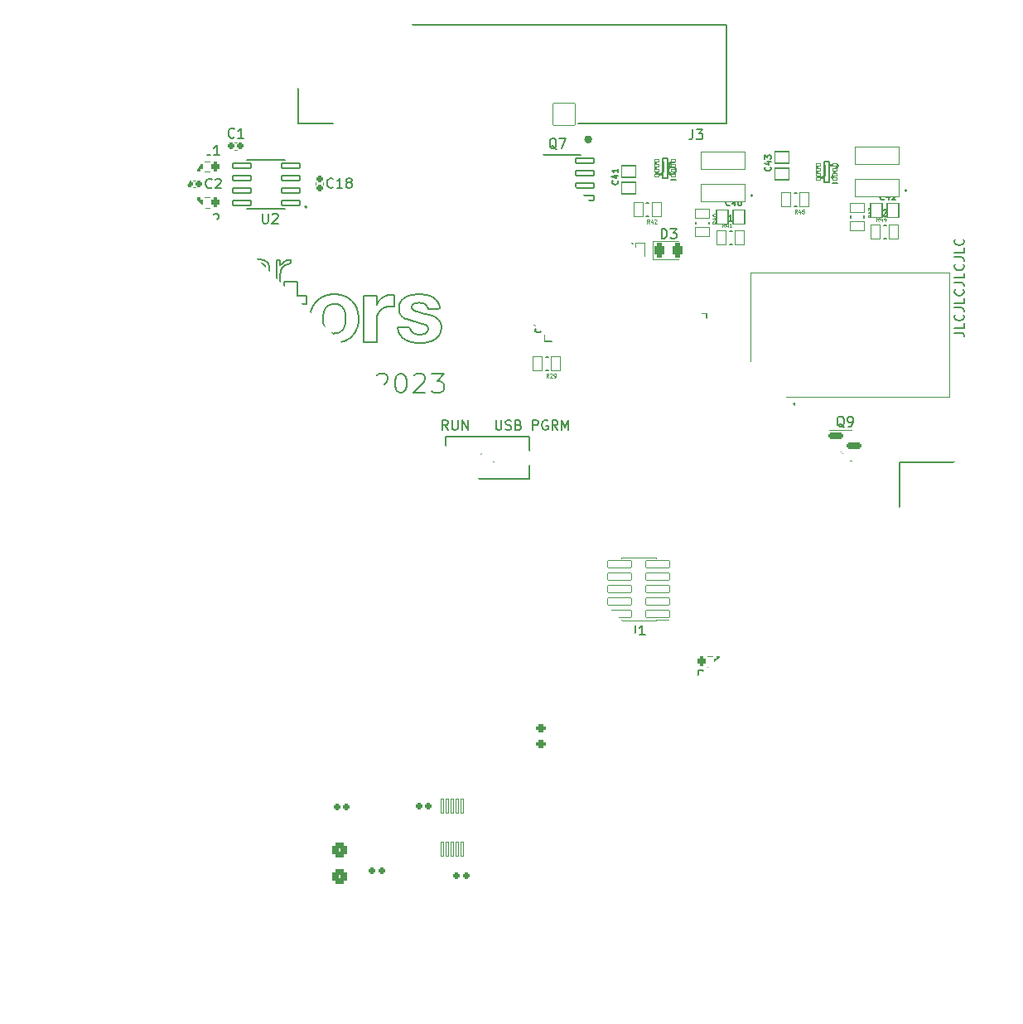
<source format=gto>
G04 #@! TF.GenerationSoftware,KiCad,Pcbnew,(6.0.5)*
G04 #@! TF.CreationDate,2023-05-02T15:46:37-04:00*
G04 #@! TF.ProjectId,Lights_Board,4c696768-7473-45f4-926f-6172642e6b69,rev?*
G04 #@! TF.SameCoordinates,Original*
G04 #@! TF.FileFunction,Legend,Top*
G04 #@! TF.FilePolarity,Positive*
%FSLAX46Y46*%
G04 Gerber Fmt 4.6, Leading zero omitted, Abs format (unit mm)*
G04 Created by KiCad (PCBNEW (6.0.5)) date 2023-05-02 15:46:37*
%MOMM*%
%LPD*%
G01*
G04 APERTURE LIST*
G04 Aperture macros list*
%AMRoundRect*
0 Rectangle with rounded corners*
0 $1 Rounding radius*
0 $2 $3 $4 $5 $6 $7 $8 $9 X,Y pos of 4 corners*
0 Add a 4 corners polygon primitive as box body*
4,1,4,$2,$3,$4,$5,$6,$7,$8,$9,$2,$3,0*
0 Add four circle primitives for the rounded corners*
1,1,$1+$1,$2,$3*
1,1,$1+$1,$4,$5*
1,1,$1+$1,$6,$7*
1,1,$1+$1,$8,$9*
0 Add four rect primitives between the rounded corners*
20,1,$1+$1,$2,$3,$4,$5,0*
20,1,$1+$1,$4,$5,$6,$7,0*
20,1,$1+$1,$6,$7,$8,$9,0*
20,1,$1+$1,$8,$9,$2,$3,0*%
%AMFreePoly0*
4,1,37,0.536062,0.786062,0.551000,0.750000,0.551000,-0.750000,0.536062,-0.786062,0.500000,-0.801000,0.000000,-0.801000,-0.012525,-0.795812,-0.080875,-0.794559,-0.095149,-0.792248,-0.230464,-0.749973,-0.243516,-0.743747,-0.361526,-0.665192,-0.372306,-0.655554,-0.463526,-0.547035,-0.471167,-0.534759,-0.528262,-0.405000,-0.532150,-0.391073,-0.549733,-0.256613,-0.548336,-0.256430,-0.551000,-0.250000,
-0.551000,0.250000,-0.550512,0.251179,-0.550356,0.263956,-0.528545,0.404033,-0.524317,0.417860,-0.464069,0.546185,-0.456130,0.558271,-0.362286,0.664529,-0.351274,0.673901,-0.231379,0.749549,-0.218180,0.755454,-0.081873,0.794411,-0.067546,0.796373,-0.011990,0.796033,0.000000,0.801000,0.500000,0.801000,0.536062,0.786062,0.536062,0.786062,$1*%
%AMFreePoly1*
4,1,37,0.012349,0.795885,0.074216,0.795507,0.088518,0.793370,0.224339,0.752751,0.237465,0.746685,0.356427,0.669578,0.367324,0.660073,0.459862,0.552676,0.467652,0.540494,0.526329,0.411442,0.530388,0.397563,0.550485,0.257230,0.551000,0.250000,0.551000,-0.250000,0.550996,-0.250622,0.550847,-0.262838,0.550144,-0.270677,0.526624,-0.410478,0.522228,-0.424254,0.460416,-0.551833,
0.452330,-0.563821,0.357195,-0.668925,0.346069,-0.678161,0.225259,-0.752338,0.211989,-0.758081,0.075216,-0.795370,0.060866,-0.797157,0.011464,-0.796251,0.000000,-0.801000,-0.500000,-0.801000,-0.536062,-0.786062,-0.551000,-0.750000,-0.551000,0.750000,-0.536062,0.786062,-0.500000,0.801000,0.000000,0.801000,0.012349,0.795885,0.012349,0.795885,$1*%
%AMFreePoly2*
4,1,80,0.040294,0.250225,0.044880,0.249416,0.044498,0.247250,0.049509,0.246812,0.049815,0.248546,0.065943,0.245702,0.089869,0.234545,0.097271,0.228334,0.106019,0.224255,0.120529,0.214095,0.326595,0.008029,0.332313,0.001215,0.334983,-0.002599,0.333180,-0.003861,0.336415,-0.007715,0.337858,-0.006704,0.347250,-0.020117,0.356279,-0.044925,0.357121,-0.054548,0.360424,-0.063623,
0.363500,-0.081066,0.363500,-0.125000,0.362725,-0.133857,0.361007,-0.143599,0.359100,-0.143263,0.358013,-0.149431,0.359920,-0.149767,0.358202,-0.159509,0.347044,-0.183435,0.337391,-0.194939,0.329877,-0.207953,0.318367,-0.217611,0.314071,-0.222731,0.308277,-0.226077,0.303149,-0.230379,0.296865,-0.232666,0.283856,-0.240177,0.269059,-0.242786,0.254943,-0.247924,0.237500,-0.251000,
-0.237500,-0.251000,-0.246357,-0.250225,-0.256099,-0.248507,-0.255763,-0.246600,-0.261931,-0.245513,-0.262267,-0.247420,-0.272009,-0.245702,-0.295935,-0.234544,-0.307439,-0.224891,-0.320453,-0.217377,-0.330111,-0.205867,-0.335231,-0.201571,-0.338577,-0.195777,-0.342879,-0.190649,-0.345166,-0.184365,-0.352677,-0.171356,-0.355286,-0.156559,-0.360424,-0.142443,-0.363500,-0.125000,-0.363500,0.125000,
-0.362725,0.133857,-0.361007,0.143599,-0.359100,0.143263,-0.358013,0.149431,-0.359920,0.149767,-0.358202,0.159509,-0.347044,0.183435,-0.337391,0.194939,-0.329877,0.207953,-0.318367,0.217611,-0.314071,0.222731,-0.308277,0.226077,-0.303149,0.230379,-0.296865,0.232666,-0.283856,0.240177,-0.269059,0.242786,-0.254943,0.247924,-0.237500,0.251000,0.031434,0.251000,0.040294,0.250225,
0.040294,0.250225,$1*%
%AMFreePoly3*
4,1,80,0.246357,0.250225,0.256099,0.248507,0.255763,0.246600,0.261931,0.245513,0.262267,0.247420,0.272009,0.245702,0.295935,0.234544,0.307439,0.224891,0.320453,0.217377,0.330111,0.205867,0.335231,0.201571,0.338577,0.195777,0.342879,0.190649,0.345166,0.184365,0.352677,0.171356,0.355286,0.156559,0.360424,0.142443,0.363500,0.125000,0.363500,0.081066,0.362725,0.072206,
0.361916,0.067620,0.359749,0.068002,0.359310,0.062991,0.361045,0.062685,0.358202,0.046559,0.347045,0.022632,0.340837,0.015233,0.336755,0.006480,0.326595,-0.008029,0.120529,-0.214095,0.113715,-0.219813,0.109901,-0.222483,0.108639,-0.220680,0.104785,-0.223915,0.105796,-0.225358,0.092383,-0.234750,0.067575,-0.243779,0.057953,-0.244621,0.048878,-0.247924,0.031434,-0.251000,
-0.237500,-0.251000,-0.246357,-0.250225,-0.256099,-0.248507,-0.255763,-0.246600,-0.261931,-0.245513,-0.262267,-0.247420,-0.272009,-0.245702,-0.295935,-0.234544,-0.307439,-0.224891,-0.320453,-0.217377,-0.330111,-0.205867,-0.335231,-0.201571,-0.338577,-0.195777,-0.342879,-0.190649,-0.345166,-0.184365,-0.352677,-0.171356,-0.355286,-0.156559,-0.360424,-0.142443,-0.363500,-0.125000,-0.363500,0.125000,
-0.362725,0.133857,-0.361007,0.143599,-0.359100,0.143263,-0.358013,0.149431,-0.359920,0.149767,-0.358202,0.159509,-0.347044,0.183435,-0.337391,0.194939,-0.329877,0.207953,-0.318367,0.217611,-0.314071,0.222731,-0.308277,0.226077,-0.303149,0.230379,-0.296865,0.232666,-0.283856,0.240177,-0.269059,0.242786,-0.254943,0.247924,-0.237500,0.251000,0.237500,0.251000,0.246357,0.250225,
0.246357,0.250225,$1*%
%AMFreePoly4*
4,1,80,0.133857,0.362725,0.143599,0.361007,0.143263,0.359100,0.149431,0.358013,0.149767,0.359920,0.159509,0.358202,0.183435,0.347044,0.194939,0.337391,0.207953,0.329877,0.217611,0.318367,0.222731,0.314071,0.226077,0.308277,0.230379,0.303149,0.232666,0.296865,0.240177,0.283856,0.242786,0.269059,0.247924,0.254943,0.251000,0.237500,0.251000,-0.237500,0.250225,-0.246357,
0.248507,-0.256099,0.246600,-0.255763,0.245513,-0.261931,0.247420,-0.262267,0.245702,-0.272009,0.234544,-0.295935,0.224891,-0.307439,0.217377,-0.320453,0.205867,-0.330111,0.201571,-0.335231,0.195777,-0.338577,0.190649,-0.342879,0.184365,-0.345166,0.171356,-0.352677,0.156559,-0.355286,0.142443,-0.360424,0.125000,-0.363500,-0.125000,-0.363500,-0.133857,-0.362725,-0.143599,-0.361007,
-0.143263,-0.359100,-0.149431,-0.358013,-0.149767,-0.359920,-0.159509,-0.358202,-0.183435,-0.347044,-0.194939,-0.337391,-0.207953,-0.329877,-0.217611,-0.318367,-0.222731,-0.314071,-0.226077,-0.308277,-0.230379,-0.303149,-0.232666,-0.296865,-0.240177,-0.283856,-0.242786,-0.269059,-0.247924,-0.254943,-0.251000,-0.237500,-0.251000,0.031434,-0.250225,0.040294,-0.249416,0.044880,-0.247250,0.044498,
-0.246812,0.049509,-0.248546,0.049815,-0.245702,0.065943,-0.234545,0.089869,-0.228334,0.097271,-0.224255,0.106019,-0.214095,0.120529,-0.008029,0.326595,-0.001215,0.332313,0.002599,0.334983,0.003861,0.333180,0.007715,0.336415,0.006704,0.337858,0.020117,0.347250,0.044925,0.356279,0.054548,0.357121,0.063623,0.360424,0.081066,0.363500,0.125000,0.363500,0.133857,0.362725,
0.133857,0.362725,$1*%
%AMFreePoly5*
4,1,80,-0.072206,0.362725,-0.067620,0.361916,-0.068002,0.359750,-0.062991,0.359312,-0.062685,0.361046,-0.046557,0.358202,-0.022631,0.347045,-0.015229,0.340834,-0.006481,0.336755,0.008029,0.326595,0.214095,0.120529,0.219813,0.113715,0.222483,0.109901,0.220680,0.108639,0.223915,0.104785,0.225358,0.105796,0.234750,0.092383,0.243779,0.067575,0.244621,0.057952,0.247924,0.048877,
0.251000,0.031434,0.251000,-0.237500,0.250225,-0.246357,0.248507,-0.256099,0.246600,-0.255763,0.245513,-0.261931,0.247420,-0.262267,0.245702,-0.272009,0.234544,-0.295935,0.224891,-0.307439,0.217377,-0.320453,0.205867,-0.330111,0.201571,-0.335231,0.195777,-0.338577,0.190649,-0.342879,0.184365,-0.345166,0.171356,-0.352677,0.156559,-0.355286,0.142443,-0.360424,0.125000,-0.363500,
-0.125000,-0.363500,-0.133857,-0.362725,-0.143599,-0.361007,-0.143263,-0.359100,-0.149431,-0.358013,-0.149767,-0.359920,-0.159509,-0.358202,-0.183435,-0.347044,-0.194939,-0.337391,-0.207953,-0.329877,-0.217611,-0.318367,-0.222731,-0.314071,-0.226077,-0.308277,-0.230379,-0.303149,-0.232666,-0.296865,-0.240177,-0.283856,-0.242786,-0.269059,-0.247924,-0.254943,-0.251000,-0.237500,-0.251000,0.237500,
-0.250225,0.246357,-0.248507,0.256099,-0.246600,0.255763,-0.245513,0.261931,-0.247420,0.262267,-0.245702,0.272009,-0.234544,0.295935,-0.224891,0.307439,-0.217377,0.320453,-0.205867,0.330111,-0.201571,0.335231,-0.195777,0.338577,-0.190649,0.342879,-0.184365,0.345166,-0.171356,0.352677,-0.156559,0.355286,-0.142443,0.360424,-0.125000,0.363500,-0.081066,0.363500,-0.072206,0.362725,
-0.072206,0.362725,$1*%
%AMFreePoly6*
4,1,80,0.246357,0.250225,0.256099,0.248507,0.255763,0.246600,0.261931,0.245513,0.262267,0.247420,0.272009,0.245702,0.295935,0.234544,0.307439,0.224891,0.320453,0.217377,0.330111,0.205867,0.335231,0.201571,0.338577,0.195777,0.342879,0.190649,0.345166,0.184365,0.352677,0.171356,0.355286,0.156559,0.360424,0.142443,0.363500,0.125000,0.363500,-0.125000,0.362725,-0.133857,
0.361007,-0.143599,0.359100,-0.143263,0.358013,-0.149431,0.359920,-0.149767,0.358202,-0.159509,0.347044,-0.183435,0.337391,-0.194939,0.329877,-0.207953,0.318367,-0.217611,0.314071,-0.222731,0.308277,-0.226077,0.303149,-0.230379,0.296865,-0.232666,0.283856,-0.240177,0.269059,-0.242786,0.254943,-0.247924,0.237500,-0.251000,-0.031434,-0.251000,-0.040294,-0.250225,-0.044880,-0.249416,
-0.044498,-0.247249,-0.049509,-0.246810,-0.049815,-0.248545,-0.065941,-0.245702,-0.089868,-0.234545,-0.097267,-0.228337,-0.106020,-0.224255,-0.120529,-0.214095,-0.326595,-0.008029,-0.332313,-0.001215,-0.334983,0.002599,-0.333180,0.003861,-0.336415,0.007715,-0.337858,0.006704,-0.347250,0.020117,-0.356279,0.044925,-0.357121,0.054547,-0.360424,0.063622,-0.363500,0.081066,-0.363500,0.125000,
-0.362725,0.133857,-0.361007,0.143599,-0.359100,0.143263,-0.358013,0.149431,-0.359920,0.149767,-0.358202,0.159509,-0.347044,0.183435,-0.337391,0.194939,-0.329877,0.207953,-0.318367,0.217611,-0.314071,0.222731,-0.308277,0.226077,-0.303149,0.230379,-0.296865,0.232666,-0.283856,0.240177,-0.269059,0.242786,-0.254943,0.247924,-0.237500,0.251000,0.237500,0.251000,0.246357,0.250225,
0.246357,0.250225,$1*%
%AMFreePoly7*
4,1,80,0.246357,0.250225,0.256099,0.248507,0.255763,0.246600,0.261931,0.245513,0.262267,0.247420,0.272009,0.245702,0.295935,0.234544,0.307439,0.224891,0.320453,0.217377,0.330111,0.205867,0.335231,0.201571,0.338577,0.195777,0.342879,0.190649,0.345166,0.184365,0.352677,0.171356,0.355286,0.156559,0.360424,0.142443,0.363500,0.125000,0.363500,-0.125000,0.362725,-0.133857,
0.361007,-0.143599,0.359100,-0.143263,0.358013,-0.149431,0.359920,-0.149767,0.358202,-0.159509,0.347044,-0.183435,0.337391,-0.194939,0.329877,-0.207953,0.318367,-0.217611,0.314071,-0.222731,0.308277,-0.226077,0.303149,-0.230379,0.296865,-0.232666,0.283856,-0.240177,0.269059,-0.242786,0.254943,-0.247924,0.237500,-0.251000,-0.237500,-0.251000,-0.246357,-0.250225,-0.256099,-0.248507,
-0.255763,-0.246600,-0.261931,-0.245513,-0.262267,-0.247420,-0.272009,-0.245702,-0.295935,-0.234544,-0.307439,-0.224891,-0.320453,-0.217377,-0.330111,-0.205867,-0.335231,-0.201571,-0.338577,-0.195777,-0.342879,-0.190649,-0.345166,-0.184365,-0.352677,-0.171356,-0.355286,-0.156559,-0.360424,-0.142443,-0.363500,-0.125000,-0.363500,-0.081066,-0.362725,-0.072206,-0.361916,-0.067620,-0.359750,-0.068002,
-0.359312,-0.062991,-0.361046,-0.062685,-0.358202,-0.046557,-0.347045,-0.022631,-0.340834,-0.015229,-0.336755,-0.006481,-0.326595,0.008029,-0.120529,0.214095,-0.113715,0.219813,-0.109901,0.222483,-0.108639,0.220680,-0.104785,0.223915,-0.105796,0.225358,-0.092383,0.234750,-0.067575,0.243779,-0.057952,0.244621,-0.048877,0.247924,-0.031434,0.251000,0.237500,0.251000,0.246357,0.250225,
0.246357,0.250225,$1*%
%AMFreePoly8*
4,1,80,0.133857,0.362725,0.143599,0.361007,0.143263,0.359100,0.149431,0.358013,0.149767,0.359920,0.159509,0.358202,0.183435,0.347044,0.194939,0.337391,0.207953,0.329877,0.217611,0.318367,0.222731,0.314071,0.226077,0.308277,0.230379,0.303149,0.232666,0.296865,0.240177,0.283856,0.242786,0.269059,0.247924,0.254943,0.251000,0.237500,0.251000,-0.031434,0.250225,-0.040294,
0.249416,-0.044880,0.247249,-0.044498,0.246810,-0.049509,0.248545,-0.049815,0.245702,-0.065941,0.234545,-0.089868,0.228337,-0.097267,0.224255,-0.106020,0.214095,-0.120529,0.008029,-0.326595,0.001215,-0.332313,-0.002599,-0.334983,-0.003861,-0.333180,-0.007715,-0.336415,-0.006704,-0.337858,-0.020117,-0.347250,-0.044925,-0.356279,-0.054547,-0.357121,-0.063622,-0.360424,-0.081066,-0.363500,
-0.125000,-0.363500,-0.133857,-0.362725,-0.143599,-0.361007,-0.143263,-0.359100,-0.149431,-0.358013,-0.149767,-0.359920,-0.159509,-0.358202,-0.183435,-0.347044,-0.194939,-0.337391,-0.207953,-0.329877,-0.217611,-0.318367,-0.222731,-0.314071,-0.226077,-0.308277,-0.230379,-0.303149,-0.232666,-0.296865,-0.240177,-0.283856,-0.242786,-0.269059,-0.247924,-0.254943,-0.251000,-0.237500,-0.251000,0.237500,
-0.250225,0.246357,-0.248507,0.256099,-0.246600,0.255763,-0.245513,0.261931,-0.247420,0.262267,-0.245702,0.272009,-0.234544,0.295935,-0.224891,0.307439,-0.217377,0.320453,-0.205867,0.330111,-0.201571,0.335231,-0.195777,0.338577,-0.190649,0.342879,-0.184365,0.345166,-0.171356,0.352677,-0.156559,0.355286,-0.142443,0.360424,-0.125000,0.363500,0.125000,0.363500,0.133857,0.362725,
0.133857,0.362725,$1*%
%AMFreePoly9*
4,1,80,0.133857,0.362725,0.143599,0.361007,0.143263,0.359100,0.149431,0.358013,0.149767,0.359920,0.159509,0.358202,0.183435,0.347044,0.194939,0.337391,0.207953,0.329877,0.217611,0.318367,0.222731,0.314071,0.226077,0.308277,0.230379,0.303149,0.232666,0.296865,0.240177,0.283856,0.242786,0.269059,0.247924,0.254943,0.251000,0.237500,0.251000,-0.237500,0.250225,-0.246357,
0.248507,-0.256099,0.246600,-0.255763,0.245513,-0.261931,0.247420,-0.262267,0.245702,-0.272009,0.234544,-0.295935,0.224891,-0.307439,0.217377,-0.320453,0.205867,-0.330111,0.201571,-0.335231,0.195777,-0.338577,0.190649,-0.342879,0.184365,-0.345166,0.171356,-0.352677,0.156559,-0.355286,0.142443,-0.360424,0.125000,-0.363500,0.081066,-0.363500,0.072206,-0.362725,0.067620,-0.361916,
0.068002,-0.359749,0.062991,-0.359310,0.062685,-0.361045,0.046559,-0.358202,0.022632,-0.347045,0.015233,-0.340837,0.006480,-0.336755,-0.008029,-0.326595,-0.214095,-0.120529,-0.219813,-0.113715,-0.222483,-0.109901,-0.220680,-0.108639,-0.223915,-0.104785,-0.225358,-0.105796,-0.234750,-0.092383,-0.243779,-0.067575,-0.244621,-0.057953,-0.247924,-0.048878,-0.251000,-0.031434,-0.251000,0.237500,
-0.250225,0.246357,-0.248507,0.256099,-0.246600,0.255763,-0.245513,0.261931,-0.247420,0.262267,-0.245702,0.272009,-0.234544,0.295935,-0.224891,0.307439,-0.217377,0.320453,-0.205867,0.330111,-0.201571,0.335231,-0.195777,0.338577,-0.190649,0.342879,-0.184365,0.345166,-0.171356,0.352677,-0.156559,0.355286,-0.142443,0.360424,-0.125000,0.363500,0.125000,0.363500,0.133857,0.362725,
0.133857,0.362725,$1*%
G04 Aperture macros list end*
%ADD10C,0.195000*%
%ADD11C,0.150000*%
%ADD12C,0.254000*%
%ADD13C,0.098425*%
%ADD14C,0.120339*%
%ADD15C,0.200000*%
%ADD16C,0.127000*%
%ADD17C,0.400000*%
%ADD18C,0.010000*%
%ADD19C,0.120000*%
%ADD20C,0.152400*%
%ADD21RoundRect,0.051000X-0.237500X0.150000X-0.237500X-0.150000X0.237500X-0.150000X0.237500X0.150000X0*%
%ADD22C,1.610000*%
%ADD23C,1.410000*%
%ADD24RoundRect,0.051000X0.485000X0.690000X-0.485000X0.690000X-0.485000X-0.690000X0.485000X-0.690000X0*%
%ADD25RoundRect,0.051000X-0.485000X-0.690000X0.485000X-0.690000X0.485000X0.690000X-0.485000X0.690000X0*%
%ADD26RoundRect,0.051000X-0.690000X0.485000X-0.690000X-0.485000X0.690000X-0.485000X0.690000X0.485000X0*%
%ADD27RoundRect,0.348000X-1.038000X0.253000X-1.038000X-0.253000X1.038000X-0.253000X1.038000X0.253000X0*%
%ADD28RoundRect,0.093000X0.943000X0.258000X-0.943000X0.258000X-0.943000X-0.258000X0.943000X-0.258000X0*%
%ADD29RoundRect,0.093000X-0.943000X-0.258000X0.943000X-0.258000X0.943000X0.258000X-0.943000X0.258000X0*%
%ADD30RoundRect,0.051000X2.250000X0.900000X-2.250000X0.900000X-2.250000X-0.900000X2.250000X-0.900000X0*%
%ADD31RoundRect,0.051000X1.125000X-1.125000X1.125000X1.125000X-1.125000X1.125000X-1.125000X-1.125000X0*%
%ADD32C,2.352000*%
%ADD33C,4.102000*%
%ADD34RoundRect,0.051000X-1.125000X1.125000X-1.125000X-1.125000X1.125000X-1.125000X1.125000X1.125000X0*%
%ADD35RoundRect,0.051000X-1.125000X-1.125000X1.125000X-1.125000X1.125000X1.125000X-1.125000X1.125000X0*%
%ADD36RoundRect,0.051000X1.125000X1.125000X-1.125000X1.125000X-1.125000X-1.125000X1.125000X-1.125000X0*%
%ADD37RoundRect,0.051000X-0.850000X0.900000X-0.850000X-0.900000X0.850000X-0.900000X0.850000X0.900000X0*%
%ADD38RoundRect,0.092300X0.253700X-0.563700X0.253700X0.563700X-0.253700X0.563700X-0.253700X-0.563700X0*%
%ADD39RoundRect,0.051000X0.725000X-0.600000X0.725000X0.600000X-0.725000X0.600000X-0.725000X-0.600000X0*%
%ADD40RoundRect,0.051000X-0.600000X-0.725000X0.600000X-0.725000X0.600000X0.725000X-0.600000X0.725000X0*%
%ADD41RoundRect,0.191000X0.140000X0.170000X-0.140000X0.170000X-0.140000X-0.170000X0.140000X-0.170000X0*%
%ADD42RoundRect,0.294750X0.456250X-0.243750X0.456250X0.243750X-0.456250X0.243750X-0.456250X-0.243750X0*%
%ADD43RoundRect,0.269750X0.256250X-0.218750X0.256250X0.218750X-0.256250X0.218750X-0.256250X-0.218750X0*%
%ADD44RoundRect,0.269750X0.218750X0.256250X-0.218750X0.256250X-0.218750X-0.256250X0.218750X-0.256250X0*%
%ADD45C,3.302000*%
%ADD46RoundRect,0.051000X1.200000X0.370000X-1.200000X0.370000X-1.200000X-0.370000X1.200000X-0.370000X0*%
%ADD47RoundRect,0.051000X-0.225000X-0.690000X0.225000X-0.690000X0.225000X0.690000X-0.225000X0.690000X0*%
%ADD48RoundRect,0.051000X-0.825000X-0.650000X0.825000X-0.650000X0.825000X0.650000X-0.825000X0.650000X0*%
%ADD49RoundRect,0.051000X-0.500000X-0.950000X0.500000X-0.950000X0.500000X0.950000X-0.500000X0.950000X0*%
%ADD50RoundRect,0.051000X-0.712500X-0.775000X0.712500X-0.775000X0.712500X0.775000X-0.712500X0.775000X0*%
%ADD51RoundRect,0.051000X-0.900000X-0.950000X0.900000X-0.950000X0.900000X0.950000X-0.900000X0.950000X0*%
%ADD52RoundRect,0.251000X0.200000X0.275000X-0.200000X0.275000X-0.200000X-0.275000X0.200000X-0.275000X0*%
%ADD53RoundRect,0.126000X-0.700000X-0.075000X0.700000X-0.075000X0.700000X0.075000X-0.700000X0.075000X0*%
%ADD54RoundRect,0.126000X-0.075000X-0.700000X0.075000X-0.700000X0.075000X0.700000X-0.075000X0.700000X0*%
%ADD55FreePoly0,90.000000*%
%ADD56FreePoly1,90.000000*%
%ADD57FreePoly0,270.000000*%
%ADD58FreePoly1,270.000000*%
%ADD59RoundRect,0.191000X0.170000X-0.140000X0.170000X0.140000X-0.170000X0.140000X-0.170000X-0.140000X0*%
%ADD60RoundRect,0.191000X-0.170000X0.140000X-0.170000X-0.140000X0.170000X-0.140000X0.170000X0.140000X0*%
%ADD61RoundRect,0.201000X0.587500X0.150000X-0.587500X0.150000X-0.587500X-0.150000X0.587500X-0.150000X0*%
%ADD62RoundRect,0.201000X-0.587500X-0.150000X0.587500X-0.150000X0.587500X0.150000X-0.587500X0.150000X0*%
%ADD63C,4.602000*%
%ADD64RoundRect,0.301000X-0.425000X0.450000X-0.425000X-0.450000X0.425000X-0.450000X0.425000X0.450000X0*%
%ADD65RoundRect,0.051000X0.150000X-0.700000X0.150000X0.700000X-0.150000X0.700000X-0.150000X-0.700000X0*%
%ADD66RoundRect,0.251000X-0.275000X0.200000X-0.275000X-0.200000X0.275000X-0.200000X0.275000X0.200000X0*%
%ADD67RoundRect,0.051000X-1.575000X0.890000X-1.575000X-0.890000X1.575000X-0.890000X1.575000X0.890000X0*%
%ADD68RoundRect,0.191000X-0.140000X-0.170000X0.140000X-0.170000X0.140000X0.170000X-0.140000X0.170000X0*%
%ADD69FreePoly2,0.000000*%
%ADD70RoundRect,0.151000X-0.212500X-0.100000X0.212500X-0.100000X0.212500X0.100000X-0.212500X0.100000X0*%
%ADD71FreePoly3,0.000000*%
%ADD72FreePoly4,0.000000*%
%ADD73RoundRect,0.151000X-0.100000X-0.212500X0.100000X-0.212500X0.100000X0.212500X-0.100000X0.212500X0*%
%ADD74FreePoly5,0.000000*%
%ADD75FreePoly6,0.000000*%
%ADD76FreePoly7,0.000000*%
%ADD77FreePoly8,0.000000*%
%ADD78FreePoly9,0.000000*%
%ADD79RoundRect,0.294750X-0.243750X-0.456250X0.243750X-0.456250X0.243750X0.456250X-0.243750X0.456250X0*%
G04 APERTURE END LIST*
D10*
X117190533Y-76979780D02*
G75*
G03*
X117500753Y-76947140I67J1489880D01*
G01*
X124497152Y-75802843D02*
X124642618Y-75774126D01*
X111440140Y-82774655D02*
X111440283Y-84178476D01*
X117542769Y-77895607D02*
X117381020Y-77915868D01*
X124138706Y-79137162D02*
G75*
G03*
X124070063Y-78952701I-500206J-81138D01*
G01*
X106618353Y-77078840D02*
X105177843Y-77078840D01*
X107035218Y-80269775D02*
X107035218Y-78886685D01*
X110621966Y-80991710D02*
X109185354Y-80991710D01*
X126670931Y-74443751D02*
X126559952Y-74530433D01*
X115059078Y-73689785D02*
X114850645Y-73477407D01*
X107799209Y-73215500D02*
X107565804Y-73452469D01*
X139284767Y-77970098D02*
G75*
G03*
X138951132Y-78147984I634633J-1592102D01*
G01*
X105182262Y-84508340D02*
X106618874Y-84508340D01*
X119688512Y-76952674D02*
G75*
G03*
X119858776Y-76977408I181088J648174D01*
G01*
X117735000Y-76848267D02*
G75*
G03*
X117879532Y-76689998I-248400J371967D01*
G01*
X121737788Y-79357220D02*
X122373838Y-79357220D01*
X142315502Y-82185696D02*
G75*
G03*
X142538467Y-81913071I-1293902J1285696D01*
G01*
X118530375Y-78911318D02*
G75*
G03*
X118397550Y-78887242I-215975J-813082D01*
G01*
X127054471Y-74706363D02*
X127255512Y-74650238D01*
X111810202Y-77128370D02*
X111625100Y-77317932D01*
X111600142Y-80480068D02*
X111760000Y-80645000D01*
X121948652Y-73172778D02*
G75*
G03*
X121885570Y-73180733I6048J-302022D01*
G01*
X124327637Y-75833887D02*
X124497152Y-75802843D01*
X127358197Y-74558716D02*
G75*
G03*
X127367283Y-74452483I-615097J106116D01*
G01*
X103320468Y-80269775D02*
X103528901Y-80482153D01*
X123747137Y-75590212D02*
X123506787Y-75639723D01*
X133442359Y-82237003D02*
G75*
G03*
X133911812Y-81709686I-1314859J1643203D01*
G01*
X127367284Y-74452483D02*
G75*
G03*
X127362537Y-74353069I-1041684J83D01*
G01*
X106797862Y-81175117D02*
X106610036Y-80991710D01*
X107470620Y-80363178D02*
G75*
G03*
X107567162Y-80368679I51680J57078D01*
G01*
X139996542Y-79463381D02*
G75*
G03*
X140271168Y-79568542I743658J1530881D01*
G01*
X125454711Y-77232013D02*
G75*
G03*
X125478577Y-77190442I-42111J51813D01*
G01*
X126649098Y-77920850D02*
X126252858Y-77920850D01*
X109207409Y-80645000D02*
X110680334Y-80645000D01*
X111440140Y-75047975D02*
X111440283Y-76451796D01*
X117855585Y-75114420D02*
G75*
G03*
X117901453Y-75168124I138815J72120D01*
G01*
X141285213Y-79045863D02*
X141384273Y-79254570D01*
X110997618Y-81358524D02*
X110809792Y-81175117D01*
X116322679Y-78536882D02*
G75*
G03*
X116003796Y-79022412I1645521J-1428218D01*
G01*
X125169107Y-76469002D02*
G75*
G03*
X125198325Y-76737694I1504793J27702D01*
G01*
X115059078Y-76406008D02*
X115059078Y-75047896D01*
X117341379Y-74609085D02*
G75*
G03*
X117089808Y-74586341I-251579J-1380015D01*
G01*
X142384809Y-78576817D02*
G75*
G03*
X142211298Y-78359022I-1371709J-914783D01*
G01*
X134861135Y-82687977D02*
X135045839Y-82690001D01*
X107747026Y-80617399D02*
X108076821Y-80631867D01*
X117745555Y-77259745D02*
G75*
G03*
X118109195Y-77029519I-387055J1013645D01*
G01*
X124109667Y-80364060D02*
G75*
G03*
X124019823Y-80396730I44533J-262340D01*
G01*
X138288631Y-81115535D02*
X138288639Y-81242753D01*
X114875671Y-80457174D02*
X115059078Y-80269348D01*
X127981928Y-78762860D02*
X128479468Y-78762860D01*
X117724253Y-78927600D02*
G75*
G03*
X117554984Y-79028320I226947J-574000D01*
G01*
X115059078Y-80269348D02*
X115059078Y-78911236D01*
X123781042Y-74605968D02*
G75*
G03*
X123586933Y-74666379I236058J-1100532D01*
G01*
X124156591Y-80391315D02*
G75*
G03*
X124109667Y-80364059I-39791J-14485D01*
G01*
X122674978Y-77820282D02*
G75*
G03*
X122279666Y-77920383I534522J-2941518D01*
G01*
X119135467Y-83169786D02*
G75*
G03*
X119214633Y-82969878I-764767J418486D01*
G01*
X121808962Y-73277739D02*
X121805135Y-73852817D01*
X111439997Y-81370834D02*
X111440140Y-82774655D01*
X123354581Y-81888480D02*
G75*
G03*
X123552596Y-81841467I-87481J808980D01*
G01*
X110703184Y-77156424D02*
G75*
G03*
X110623244Y-77112485I-95784J-79576D01*
G01*
X123114649Y-78640406D02*
G75*
G03*
X122800686Y-78733714I109051J-941794D01*
G01*
X136392367Y-78411442D02*
G75*
G03*
X136213623Y-78663800I1562733J-1296358D01*
G01*
X119269128Y-78322447D02*
X119269128Y-78624984D01*
X114692264Y-80645000D02*
X114875671Y-80457174D01*
X120347273Y-77307937D02*
G75*
G03*
X120620992Y-77209830I-303673J1278137D01*
G01*
X110844838Y-77376032D02*
G75*
G03*
X110830099Y-77382067I62J-21168D01*
G01*
X119640601Y-74252408D02*
G75*
G03*
X119361701Y-74360178I272699J-1120492D01*
G01*
X111625100Y-81181272D02*
X111439997Y-81370834D01*
X126465761Y-74619683D02*
X126257659Y-74839143D01*
X110366150Y-77839937D02*
X109851810Y-78349770D01*
X116638981Y-75359430D02*
G75*
G03*
X116861484Y-75452863I549119J996030D01*
G01*
X113226132Y-80645000D02*
X114692264Y-80645000D01*
X126254256Y-76335890D02*
X126282200Y-75683577D01*
X106985688Y-84132688D02*
X106985688Y-82745606D01*
X117219342Y-75548023D02*
X116861484Y-75452863D01*
X110886386Y-77400099D02*
X110857349Y-77379802D01*
X134204766Y-81034730D02*
G75*
G03*
X134232038Y-80898957I-1081366J287830D01*
G01*
X122890446Y-80646739D02*
X123121271Y-80591919D01*
X107381928Y-77503595D02*
X107381928Y-78893266D01*
X119361705Y-74360185D02*
G75*
G03*
X119096142Y-74542900I742295J-1363215D01*
G01*
X110838715Y-76618813D02*
X111047148Y-76406435D01*
X123745866Y-75936755D02*
X124130655Y-75866541D01*
X108076821Y-80631867D02*
X108527711Y-80642067D01*
X131176382Y-81623219D02*
G75*
G03*
X131321879Y-81712284I1089118J1615819D01*
G01*
X122581928Y-81829585D02*
G75*
G03*
X122795163Y-81885480I314072J763485D01*
G01*
X139990975Y-80569989D02*
X140775270Y-80772396D01*
X131765413Y-81784190D02*
X131560644Y-81778402D01*
X119268852Y-82342509D02*
X119256220Y-82712946D01*
X142538465Y-81913069D02*
G75*
G03*
X142666858Y-81638993I-837765J559569D01*
G01*
X115059078Y-81416465D02*
X114850645Y-81204087D01*
X114875671Y-84320514D02*
X115059078Y-84132688D01*
X118224054Y-75152075D02*
G75*
G03*
X118241131Y-75111506I-40854J41075D01*
G01*
X121841682Y-73198232D02*
G75*
G03*
X121818946Y-73224951I26718J-45768D01*
G01*
X120468835Y-82850747D02*
X120501053Y-82147789D01*
X107565804Y-73452469D02*
X107332398Y-73689438D01*
X117776429Y-76170981D02*
G75*
G03*
X117548875Y-76061960I-496929J-745219D01*
G01*
X105177843Y-80694530D02*
X106618353Y-80694530D01*
X124816493Y-76946830D02*
G75*
G03*
X124807656Y-76883175I-234193J-70D01*
G01*
X123884649Y-81602873D02*
G75*
G03*
X124000163Y-81453623I-692349J655173D01*
G01*
X110475348Y-77501479D02*
X110703244Y-77239593D01*
X130914353Y-81367202D02*
G75*
G03*
X131176383Y-81623218I832447J589902D01*
G01*
X110857355Y-77379792D02*
G75*
G03*
X110844838Y-77376020I-12555J-19008D01*
G01*
X128952243Y-82164667D02*
X128952243Y-81678369D01*
X107384250Y-79726604D02*
X107395816Y-80077875D01*
X117089808Y-74586349D02*
G75*
G03*
X116785167Y-74618962I-8J-1439051D01*
G01*
X123446917Y-74753815D02*
G75*
G03*
X123348684Y-74877876I298383J-337185D01*
G01*
X118020314Y-84531443D02*
X118523068Y-84523988D01*
X125196916Y-82641656D02*
X125412714Y-82646445D01*
X120507378Y-78019910D02*
X119888253Y-78019910D01*
X138766614Y-82221459D02*
G75*
G03*
X139080870Y-82447924I1050786J1126859D01*
G01*
X139080867Y-82447930D02*
G75*
G03*
X139658728Y-82667428I1094233J2010330D01*
G01*
X117500753Y-76947139D02*
G75*
G03*
X117735007Y-76848278I-140353J659539D01*
G01*
X124807651Y-76883176D02*
G75*
G03*
X124781859Y-76870466I-18651J-5324D01*
G01*
X121597556Y-80192605D02*
G75*
G03*
X121379569Y-80333928I570844J-1119295D01*
G01*
X134254753Y-80701440D02*
X134270351Y-80482654D01*
X125478583Y-77190443D02*
G75*
G03*
X125485143Y-77104283I-560983J86043D01*
G01*
X119269128Y-78019910D02*
X119269128Y-78322447D01*
X127653664Y-82639547D02*
X128184528Y-82649804D01*
X110703288Y-77239630D02*
G75*
G03*
X110703174Y-77156432I-50388J41530D01*
G01*
X123492231Y-76008120D02*
G75*
G03*
X123321633Y-76091334I296469J-824280D01*
G01*
X136863089Y-79153246D02*
G75*
G03*
X136548491Y-79377348I515011J-1055854D01*
G01*
X136109513Y-78403767D02*
X136109328Y-77970380D01*
X129368395Y-80898957D02*
G75*
G03*
X129395667Y-81034731I1108605J152057D01*
G01*
X132813112Y-82589724D02*
G75*
G03*
X133442353Y-82236996I-751712J2078624D01*
G01*
X138512212Y-81920022D02*
G75*
G03*
X138766610Y-82221464I1383388J909422D01*
G01*
X122364624Y-82758335D02*
G75*
G03*
X123200355Y-82712239I274376J2624535D01*
G01*
X117379403Y-79201985D02*
G75*
G03*
X117202043Y-79477031I921797J-789115D01*
G01*
X138397887Y-79419161D02*
G75*
G03*
X138436275Y-79626718I778513J36661D01*
G01*
X114875671Y-76593834D02*
X115059078Y-76406008D01*
X141762876Y-78021410D02*
G75*
G03*
X141343406Y-77873813I-794776J-1588890D01*
G01*
X125031526Y-74623288D02*
G75*
G03*
X124874199Y-74443469I-663426J-421712D01*
G01*
X120909243Y-74546292D02*
G75*
G03*
X120638450Y-74364398I-829443J-942308D01*
G01*
X119737275Y-77334845D02*
G75*
G03*
X120043421Y-77350335I234625J1604145D01*
G01*
X128479468Y-78762860D02*
X128977008Y-78762860D01*
X123828457Y-76977944D02*
G75*
G03*
X124074600Y-76949664I-68857J1684644D01*
G01*
X111625100Y-73454592D02*
X111439997Y-73644154D01*
X111440283Y-84178476D02*
X111600142Y-84343408D01*
X116046875Y-75317971D02*
G75*
G03*
X116209124Y-75565199I515525J161471D01*
G01*
X125525082Y-82336795D02*
X125501868Y-81876255D01*
X125198356Y-76737688D02*
G75*
G03*
X125265500Y-76872120I281044J56388D01*
G01*
X123788835Y-79711343D02*
G75*
G03*
X124015793Y-79576612I-193535J584543D01*
G01*
X139557344Y-81322800D02*
X139492866Y-81133826D01*
X122927529Y-75229254D02*
G75*
G03*
X123054709Y-75246230I127171J467854D01*
G01*
X120256099Y-76953332D02*
G75*
G03*
X120372815Y-76924977I-117399J737632D01*
G01*
X121400653Y-75445433D02*
G75*
G03*
X121223363Y-74942476I-1720853J-323867D01*
G01*
X111439997Y-77507494D02*
X111440140Y-78911315D01*
X124165911Y-74577418D02*
G75*
G03*
X123781041Y-74605963I-89111J-1407382D01*
G01*
X133584731Y-78446308D02*
G75*
G03*
X133334891Y-78235380I-1863031J-1953292D01*
G01*
X141285226Y-79045857D02*
G75*
G03*
X141158799Y-78862234I-632926J-300443D01*
G01*
X123250609Y-76796951D02*
G75*
G03*
X123403499Y-76920607I315991J234351D01*
G01*
X127326531Y-74612831D02*
G75*
G03*
X127358190Y-74558715I-56431J69331D01*
G01*
X123491241Y-78640431D02*
G75*
G03*
X123114648Y-78640398I-188441J-1623269D01*
G01*
X123358495Y-80545386D02*
X123587468Y-80502680D01*
X117502373Y-77321686D02*
G75*
G03*
X117745559Y-77259756I-145373J1079286D01*
G01*
X116351665Y-76474121D02*
G75*
G03*
X116444417Y-76692660I581435J117821D01*
G01*
X141384273Y-79254570D02*
X141991016Y-79256365D01*
X129345683Y-80701440D02*
X129368398Y-80898957D01*
X126330790Y-75352873D02*
G75*
G03*
X126282200Y-75683577I1833610J-438327D01*
G01*
X118817012Y-78167558D02*
G75*
G03*
X118564404Y-78021389I-735512J-979742D01*
G01*
X117525253Y-84498012D02*
X118020314Y-84531443D01*
X117191320Y-83022440D02*
X116546204Y-83022440D01*
X135465438Y-77970380D02*
X134821548Y-77970380D01*
X115910288Y-83143093D02*
G75*
G03*
X115970116Y-83384647I2465612J482493D01*
G01*
X103737333Y-73215500D02*
X103528901Y-73427877D01*
X118987183Y-75846470D02*
G75*
G03*
X119042733Y-76203187I1468317J45970D01*
G01*
X122997355Y-74695233D02*
G75*
G03*
X122884559Y-74925069I774845J-522867D01*
G01*
X132611947Y-79069817D02*
G75*
G03*
X132325433Y-78864413I-737347J-725983D01*
G01*
X121000578Y-81833209D02*
G75*
G03*
X121046219Y-81960257I631422J155109D01*
G01*
X140752506Y-78665880D02*
G75*
G03*
X140443203Y-78643710I-303206J-2061420D01*
G01*
X106802281Y-84320514D02*
X106985688Y-84132688D01*
X124566951Y-77046365D02*
X124729168Y-76902667D01*
X120638450Y-74364399D02*
G75*
G03*
X120319861Y-74250102I-646150J-1299901D01*
G01*
X107381928Y-78893266D02*
X107384250Y-79726604D01*
X123209340Y-75215861D02*
G75*
G03*
X123244501Y-75164395I-82140J93861D01*
G01*
X141340708Y-81100955D02*
G75*
G03*
X141154750Y-80925694I-424708J-264345D01*
G01*
X116209123Y-75565201D02*
G75*
G03*
X116539226Y-75759678I698777J808701D01*
G01*
X137375853Y-77851212D02*
G75*
G03*
X137239867Y-77878732I234847J-1510188D01*
G01*
X116785172Y-74618985D02*
G75*
G03*
X116580264Y-74720201I99528J-459515D01*
G01*
X124706030Y-75745222D02*
G75*
G03*
X124662427Y-75763511I570J-62478D01*
G01*
X110068015Y-77929396D02*
X110475348Y-77501479D01*
X115059078Y-84132688D02*
X115059078Y-82774576D01*
X138690545Y-78377544D02*
G75*
G03*
X138508427Y-78652577I872655J-775656D01*
G01*
X137944997Y-79061265D02*
X137931085Y-78453910D01*
X106610036Y-80991710D02*
X105173424Y-80991710D01*
X121819923Y-77252195D02*
X122018043Y-77252195D01*
X107332398Y-73689438D02*
X107332398Y-75047937D01*
X121622989Y-78258264D02*
G75*
G03*
X121401636Y-78475739I736711J-971236D01*
G01*
X123926120Y-82402526D02*
X124025388Y-82336378D01*
X106618353Y-76831190D02*
X106826785Y-76618813D01*
X111600142Y-76616728D02*
X111760000Y-76781660D01*
X119269128Y-78624984D02*
X119047701Y-78378703D01*
X124642043Y-75406698D02*
G75*
G03*
X124734280Y-75303222I-98443J180598D01*
G01*
X136183623Y-79976345D02*
X136323567Y-79691356D01*
X124202202Y-82234810D02*
X124214695Y-82287371D01*
X122838175Y-76956907D02*
G75*
G03*
X123032623Y-77158527I543725J329807D01*
G01*
X142600853Y-79105185D02*
X142499172Y-78800260D01*
X124074140Y-81294852D02*
G75*
G03*
X124121434Y-81085909I-1136440J367052D01*
G01*
X107700356Y-80589811D02*
G75*
G03*
X107747026Y-80617399I49644J30711D01*
G01*
X131095537Y-77849275D02*
G75*
G03*
X130512258Y-78075509I559263J-2306925D01*
G01*
X107590361Y-77291217D02*
X107381928Y-77503595D01*
X134234770Y-79704891D02*
G75*
G03*
X134111386Y-79226275I-2246070J-323809D01*
G01*
X140008877Y-81806238D02*
G75*
G03*
X140241425Y-81882491I454823J994338D01*
G01*
X130972270Y-79086564D02*
G75*
G03*
X130741763Y-79494265I826030J-736036D01*
G01*
X116472192Y-74890240D02*
G75*
G03*
X116454433Y-75126381I602608J-164060D01*
G01*
X124734284Y-75303224D02*
G75*
G03*
X124766958Y-75135244I-415684J168024D01*
G01*
X131765413Y-81784191D02*
G75*
G03*
X132300348Y-81691132I-13J1584091D01*
G01*
X127055554Y-74281937D02*
X126958719Y-74302477D01*
X117375422Y-83376733D02*
G75*
G03*
X117577943Y-83536081I547078J486933D01*
G01*
X124740375Y-75766478D02*
G75*
G03*
X124706030Y-75745244I-34075J-16722D01*
G01*
X124957300Y-77184290D02*
G75*
G03*
X125109778Y-77252378I263400J385090D01*
G01*
X127362544Y-74353068D02*
G75*
G03*
X127343391Y-74306238I-87444J-8432D01*
G01*
X118467260Y-83649674D02*
G75*
G03*
X118674660Y-83598557I-100060J852274D01*
G01*
X121291224Y-78641755D02*
G75*
G03*
X121194176Y-78842573I1708976J-949745D01*
G01*
X119096147Y-74542906D02*
G75*
G03*
X118870244Y-74779838I1038153J-1215994D01*
G01*
X124010837Y-75547410D02*
X123747137Y-75590212D01*
X124447924Y-75475615D02*
X124010837Y-75547410D01*
X131796963Y-78762893D02*
G75*
G03*
X131324857Y-78846777I237J-1371807D01*
G01*
X120571754Y-76817336D02*
G75*
G03*
X120901305Y-76355903I-583654J765236D01*
G01*
X111625100Y-77317932D02*
X111439997Y-77507494D01*
X127303075Y-74281392D02*
G75*
G03*
X127218693Y-74269027I-131475J-603108D01*
G01*
X123032628Y-77158520D02*
G75*
G03*
X123328352Y-77297393I631672J960820D01*
G01*
X135507147Y-82685407D02*
X136151815Y-82670319D01*
X132792894Y-77940735D02*
G75*
G03*
X132482204Y-77846934I-914494J-2467565D01*
G01*
X115828756Y-81036632D02*
G75*
G03*
X115923338Y-81341932I2258644J532432D01*
G01*
X139040813Y-80278192D02*
G75*
G03*
X139177776Y-80335957I480487J947992D01*
G01*
X128069436Y-81497721D02*
G75*
G03*
X128214708Y-81625135I190364J70521D01*
G01*
X116003800Y-79022414D02*
G75*
G03*
X115808480Y-79594925I2304500J-1105786D01*
G01*
X116119337Y-74668931D02*
G75*
G03*
X116065473Y-74759104I384363J-290769D01*
G01*
X111439997Y-73644154D02*
X111440140Y-75047975D01*
X132212072Y-78818863D02*
G75*
G03*
X132089408Y-78787341I-316272J-976337D01*
G01*
X137248522Y-79035158D02*
G75*
G03*
X136863086Y-79153241I181378J-1280142D01*
G01*
X118973703Y-81247290D02*
G75*
G03*
X119222960Y-80731571I-920703J763090D01*
G01*
X115765422Y-79910464D02*
X115755972Y-80312231D01*
X138524420Y-79813688D02*
G75*
G03*
X138662392Y-79993276I1032680J650588D01*
G01*
X125525084Y-82336795D02*
G75*
G03*
X125551821Y-82477283I547416J31395D01*
G01*
X111047148Y-78904656D02*
X111044846Y-78079353D01*
X123745865Y-75936748D02*
G75*
G03*
X123492230Y-76008117I374935J-1818852D01*
G01*
X107395815Y-80077875D02*
G75*
G03*
X107419494Y-80271617I1588085J95775D01*
G01*
X124227769Y-82350470D02*
X124240720Y-82425402D01*
X103320468Y-78886685D02*
X103320468Y-80269775D01*
X125169100Y-76469002D02*
X125163198Y-75829533D01*
X116539226Y-75759679D02*
G75*
G03*
X117111312Y-75937266I2021474J5501779D01*
G01*
X142215534Y-80175114D02*
G75*
G03*
X141919527Y-80016427I-877534J-1281486D01*
G01*
X126674133Y-74865478D02*
G75*
G03*
X126590218Y-74930514I298667J-472022D01*
G01*
X136213623Y-78663800D02*
X136109698Y-78837155D01*
X119549696Y-74687996D02*
G75*
G03*
X119213125Y-75004126I454204J-820804D01*
G01*
X131137655Y-82696403D02*
G75*
G03*
X132054462Y-82755263I657345J3069303D01*
G01*
X106618353Y-80694530D02*
X106826785Y-80482153D01*
X125154460Y-75159094D02*
G75*
G03*
X125116431Y-74832240I-1836260J-48006D01*
G01*
X125163198Y-75829533D02*
X125154457Y-75159094D01*
X103737333Y-76831190D02*
X105177843Y-76831190D01*
X114850645Y-73477407D02*
X114642213Y-73265030D01*
X130629218Y-80073566D02*
G75*
G03*
X130632694Y-80572266I2786782J-229934D01*
G01*
X123348681Y-74877874D02*
G75*
G03*
X123281004Y-75048311I703819J-378126D01*
G01*
X141343407Y-77873808D02*
G75*
G03*
X140792476Y-77791719I-907007J-4197492D01*
G01*
X139683202Y-77848336D02*
G75*
G03*
X139284763Y-77970088I533998J-2460364D01*
G01*
X123964264Y-80419191D02*
G75*
G03*
X124019823Y-80396730I-49464J202291D01*
G01*
X127054471Y-74706363D02*
G75*
G03*
X126913510Y-74750034I418029J-1598637D01*
G01*
X113226207Y-77128370D02*
X111810202Y-77128370D01*
X138439338Y-78861676D02*
G75*
G03*
X138401609Y-79140441I2277062J-450124D01*
G01*
X123506787Y-75639723D02*
X123308688Y-75690653D01*
X124048219Y-77326606D02*
G75*
G03*
X124191785Y-77287655I-250819J1208506D01*
G01*
X103745650Y-84508340D02*
X105182262Y-84508340D01*
X124761338Y-75842403D02*
G75*
G03*
X124740372Y-75766480I-212038J-17697D01*
G01*
X111810202Y-80991710D02*
X111625100Y-81181272D01*
X124353151Y-77869148D02*
G75*
G03*
X124031248Y-77821912I-467251J-2063752D01*
G01*
X119858776Y-76977404D02*
G75*
G03*
X120108100Y-76970410I45524J2824604D01*
G01*
X117791100Y-74980116D02*
G75*
G03*
X117680280Y-74800655I-707400J-312884D01*
G01*
X109214746Y-73215500D02*
X107799209Y-73215500D01*
X116032350Y-74858861D02*
G75*
G03*
X116012398Y-74987577I1099550J-236339D01*
G01*
X129634884Y-78933863D02*
G75*
G03*
X129395667Y-79512319I2058416J-1189937D01*
G01*
X103553405Y-81179536D02*
X103369998Y-81367362D01*
X138951130Y-78147981D02*
G75*
G03*
X138690548Y-78377547I807270J-1179019D01*
G01*
X122388007Y-80898419D02*
G75*
G03*
X122269574Y-81108374I443193J-388381D01*
G01*
X125592206Y-82599580D02*
X125573740Y-82543653D01*
X117086532Y-80572720D02*
G75*
G03*
X117177932Y-80937696I2540268J442220D01*
G01*
X117850649Y-75735905D02*
G75*
G03*
X117599302Y-75645699I-770849J-1752595D01*
G01*
X130729789Y-81010934D02*
G75*
G03*
X130914341Y-81367210I1370211J483834D01*
G01*
X117238397Y-77947434D02*
G75*
G03*
X116743662Y-78170691I481803J-1727466D01*
G01*
X116128213Y-83715986D02*
G75*
G03*
X116387006Y-84007218I1257787J857086D01*
G01*
X124172005Y-80491311D02*
X124155088Y-80765736D01*
X110839312Y-84345010D02*
X110997618Y-84181679D01*
X126249216Y-78762860D02*
X126641814Y-78762860D01*
X121002985Y-80884325D02*
G75*
G03*
X120967518Y-81015664I618115J-237375D01*
G01*
X126054738Y-74329925D02*
X125881383Y-74329925D01*
X136109698Y-78837155D02*
X136109513Y-78403767D01*
X106826785Y-77291217D02*
X106618353Y-77078840D01*
X103528901Y-76618813D02*
X103737333Y-76831190D01*
X132886740Y-80959308D02*
G75*
G03*
X132955569Y-80273525I-3382240J685808D01*
G01*
X137513403Y-77836189D02*
G75*
G03*
X137375853Y-77851212I96397J-1519811D01*
G01*
X116580268Y-74720205D02*
G75*
G03*
X116472199Y-74890242I220332J-259395D01*
G01*
X130014838Y-78444557D02*
G75*
G03*
X129634888Y-78933865I1596862J-1632143D01*
G01*
X118509492Y-82479400D02*
G75*
G03*
X119068749Y-82102849I-511992J1364000D01*
G01*
X122724681Y-76265598D02*
G75*
G03*
X122706737Y-76609122I725019J-210102D01*
G01*
X127986408Y-77920850D02*
X127986408Y-77202665D01*
X108116474Y-80109156D02*
X107704689Y-80546657D01*
X110997618Y-82770102D02*
X110997618Y-81358524D01*
X138662398Y-79993271D02*
G75*
G03*
X138838688Y-80152297I981002J910271D01*
G01*
X124650353Y-76536336D02*
G75*
G03*
X124738141Y-76292209I-699353J389336D01*
G01*
X126649098Y-76484480D02*
X126649098Y-77202665D01*
X114642213Y-73265030D02*
X113226207Y-73265030D01*
X125608974Y-82650372D02*
X125592206Y-82599580D01*
X117890644Y-76302760D02*
G75*
G03*
X117776431Y-76170978I-296444J-141540D01*
G01*
X124431648Y-77158409D02*
X124566951Y-77046365D01*
X119179296Y-76520193D02*
G75*
G03*
X119385600Y-76768562I887104J526993D01*
G01*
X121207845Y-80507447D02*
G75*
G03*
X121075719Y-80717424I914755J-722153D01*
G01*
X131796963Y-78762899D02*
X131952706Y-78768946D01*
X123793185Y-80459330D02*
X123964267Y-80419204D01*
X119982867Y-74580102D02*
G75*
G03*
X119549696Y-74687997I-14767J-864198D01*
G01*
X106813440Y-73419928D02*
X106591661Y-73215500D01*
X132671645Y-81423808D02*
G75*
G03*
X132886743Y-80959309I-868445J684208D01*
G01*
X139419342Y-80414289D02*
X139701806Y-80496071D01*
X111440283Y-76451796D02*
X111600142Y-76616728D01*
X116134200Y-76295726D02*
G75*
G03*
X115992800Y-76303699I-42300J-507674D01*
G01*
X126871984Y-74328944D02*
G75*
G03*
X126781298Y-74371690I179016J-497356D01*
G01*
X137679231Y-79030029D02*
X137944997Y-79061265D01*
X103320468Y-73640255D02*
X103320468Y-75023345D01*
X124128019Y-79386295D02*
G75*
G03*
X124138697Y-79137163I-597319J150395D01*
G01*
X110681006Y-84508340D02*
X110839312Y-84345010D01*
X115755972Y-80312231D02*
X115776822Y-80715521D01*
X123054709Y-75246230D02*
G75*
G03*
X123156376Y-75239725I-9J797830D01*
G01*
X142728836Y-80942016D02*
G75*
G03*
X142635371Y-80647891I-1057036J-173984D01*
G01*
X117736641Y-74355913D02*
G75*
G03*
X117269352Y-74216106I-594041J-1134687D01*
G01*
X123191760Y-75736572D02*
G75*
G03*
X122893457Y-75964196I476040J-933128D01*
G01*
X119690600Y-84139123D02*
G75*
G03*
X120009356Y-83888964I-1221200J1884223D01*
G01*
X122706731Y-76609123D02*
G75*
G03*
X122838184Y-76956902I1000469J179423D01*
G01*
X118080453Y-74643097D02*
G75*
G03*
X117736643Y-74355909I-834053J-649103D01*
G01*
X111440283Y-80315136D02*
X111600142Y-80480068D01*
X118674660Y-83598557D02*
G75*
G03*
X118845974Y-83503224I-249060J649157D01*
G01*
X109185354Y-80991710D02*
X107748742Y-80991710D01*
X123506189Y-77796204D02*
X122982363Y-77791095D01*
X115059078Y-78911236D02*
X115059078Y-77553125D01*
X137239866Y-77878729D02*
G75*
G03*
X137113195Y-77917523I309034J-1235271D01*
G01*
X123308685Y-75690644D02*
G75*
G03*
X123191751Y-75736554I175415J-618656D01*
G01*
X123652531Y-74252408D02*
G75*
G03*
X123393300Y-74348269I283869J-1166092D01*
G01*
X122861532Y-75176498D02*
G75*
G03*
X122927530Y-75229252I93968J49898D01*
G01*
X125412714Y-82646445D02*
X125608947Y-82650770D01*
X107332398Y-76406435D02*
X107540831Y-76618813D01*
X123434081Y-79795881D02*
G75*
G03*
X123788836Y-79711347I-313881J2103881D01*
G01*
X124649125Y-74315635D02*
G75*
G03*
X124327163Y-74235382I-609925J-1760965D01*
G01*
X131321878Y-81712286D02*
G75*
G03*
X131433532Y-81757674I244922J442486D01*
G01*
X123156378Y-75239741D02*
G75*
G03*
X123209345Y-75215867I-12778J99041D01*
G01*
X111600142Y-84343408D02*
X111760000Y-84508340D01*
X127147734Y-74269650D02*
X127055554Y-74281937D01*
X127218694Y-74269019D02*
G75*
G03*
X127147734Y-74269650I-31794J-414881D01*
G01*
X121379572Y-80333932D02*
G75*
G03*
X121207849Y-80507450I685928J-850568D01*
G01*
X118523068Y-84523989D02*
G75*
G03*
X118913624Y-84468901I-131568J2344789D01*
G01*
X126784450Y-74804214D02*
G75*
G03*
X126674135Y-74865481I480150J-994486D01*
G01*
X111440140Y-78911315D02*
X111440283Y-80315136D01*
X105164497Y-73215500D02*
X103737333Y-73215500D01*
X124031248Y-77821912D02*
X123506189Y-77796204D01*
X139732398Y-79208565D02*
G75*
G03*
X139825401Y-79348283I318302J111065D01*
G01*
X142461398Y-80389996D02*
G75*
G03*
X142215537Y-80175109I-1030898J-931404D01*
G01*
X103369998Y-82754444D02*
X103369998Y-84141526D01*
X103737333Y-80694530D02*
X105177843Y-80694530D01*
X123210078Y-76197603D02*
G75*
G03*
X123139781Y-76382855I330022J-231197D01*
G01*
X115923339Y-81341932D02*
G75*
G03*
X116061990Y-81643598I2519561J975332D01*
G01*
X134232038Y-80898957D02*
X134254753Y-80701440D01*
X122216163Y-77252195D02*
X122216163Y-75221465D01*
X113226207Y-73265030D02*
X111810202Y-73265030D01*
X128015045Y-81213826D02*
X127996551Y-80123244D01*
X124070077Y-78952692D02*
G75*
G03*
X123935078Y-78803063I-473077J-291108D01*
G01*
X114692264Y-84508340D02*
X114875671Y-84320514D01*
X117202035Y-79477027D02*
G75*
G03*
X117091484Y-79806223I1388265J-649373D01*
G01*
X117243071Y-83158557D02*
X117191320Y-83022440D01*
X120239555Y-83609544D02*
G75*
G03*
X120392148Y-83268667I-1115055J703744D01*
G01*
X124196010Y-82229980D02*
G75*
G03*
X124186400Y-82232750I-10J-18020D01*
G01*
X142635360Y-80647896D02*
G75*
G03*
X142461397Y-80389997I-993160J-482304D01*
G01*
X123155840Y-76600782D02*
G75*
G03*
X123250587Y-76796968I561460J150182D01*
G01*
X141742242Y-82569559D02*
G75*
G03*
X142037056Y-82417359I-469342J1270759D01*
G01*
X123321626Y-76091324D02*
G75*
G03*
X123210075Y-76197601I207974J-329976D01*
G01*
X136596983Y-78206818D02*
G75*
G03*
X136392368Y-78411443I995717J-1200282D01*
G01*
X140669450Y-81909967D02*
G75*
G03*
X141051288Y-81810186I-84450J1103667D01*
G01*
X125856618Y-78762860D02*
X126249216Y-78762860D01*
X124130655Y-75866541D02*
X124327637Y-75833887D01*
X118177168Y-75969354D02*
G75*
G03*
X118031117Y-75837966I-629468J-552846D01*
G01*
X116447373Y-74372080D02*
G75*
G03*
X116328166Y-74453925I385227J-688820D01*
G01*
X118582779Y-75687126D02*
G75*
G03*
X118591347Y-76055425I2788621J-119374D01*
G01*
X119978476Y-74211482D02*
G75*
G03*
X119640603Y-74252414I3424J-1443218D01*
G01*
X111810202Y-73265030D02*
X111625100Y-73454592D01*
X118208701Y-78874222D02*
G75*
G03*
X117926503Y-78880391I-90201J-2331078D01*
G01*
X107782029Y-80195791D02*
X108166075Y-79832642D01*
X103557824Y-84324933D02*
X103745650Y-84508340D01*
X126641814Y-78762860D02*
X126657838Y-80360202D01*
X116863447Y-76948263D02*
G75*
G03*
X117190533Y-76979780I327053J1681163D01*
G01*
X142499178Y-78800258D02*
G75*
G03*
X142384808Y-78576817I-1023978J-383142D01*
G01*
X123738630Y-78697101D02*
G75*
G03*
X123491241Y-78640435I-381230J-1095999D01*
G01*
X118721174Y-81466823D02*
G75*
G03*
X118973709Y-81247295I-540274J876523D01*
G01*
X124761329Y-75842404D02*
X124766958Y-75977124D01*
X115059078Y-82774576D02*
X115059078Y-81416465D01*
X118708686Y-75048115D02*
G75*
G03*
X118622251Y-75327119I1068414J-483885D01*
G01*
X107569754Y-84324933D02*
X107757580Y-84508340D01*
X117497463Y-81413100D02*
G75*
G03*
X117745166Y-81558941I654937J829100D01*
G01*
X130348642Y-82369606D02*
G75*
G03*
X131137655Y-82696402I1283758J1983606D01*
G01*
X107381928Y-82754444D02*
X107381928Y-84141526D01*
X142572389Y-79205273D02*
G75*
G03*
X142600853Y-79105185I-64989J72573D01*
G01*
X137113193Y-77917517D02*
G75*
G03*
X136834964Y-78044301I669307J-1837483D01*
G01*
X121885569Y-73180731D02*
G75*
G03*
X121841678Y-73198224I36731J-155969D01*
G01*
X118975952Y-76902229D02*
G75*
G03*
X119214498Y-77124536I1335048J1193429D01*
G01*
X117534237Y-74678604D02*
G75*
G03*
X117341379Y-74609083I-304337J-541996D01*
G01*
X119068749Y-82102849D02*
X119269128Y-81885463D01*
X120975689Y-81679585D02*
G75*
G03*
X121000579Y-81833209I966611J77785D01*
G01*
X111008843Y-77550197D02*
G75*
G03*
X110956570Y-77457992I-165143J-32703D01*
G01*
X106826785Y-76618813D02*
X107035218Y-76406435D01*
X124494387Y-76728190D02*
G75*
G03*
X124650357Y-76536338I-465287J537590D01*
G01*
X129395661Y-81034733D02*
G75*
G03*
X129753585Y-81798847I2303539J613133D01*
G01*
X125117742Y-78271408D02*
G75*
G03*
X124883915Y-78097243I-1243842J-1425892D01*
G01*
X120620993Y-77209831D02*
G75*
G03*
X120837664Y-77082242I-717093J1465531D01*
G01*
X124766976Y-75135244D02*
G75*
G03*
X124690747Y-74864006I-520876J-56D01*
G01*
X141154745Y-80925703D02*
G75*
G03*
X140775270Y-80772396I-861645J-1586497D01*
G01*
X117791115Y-74980110D02*
X117855588Y-75114418D01*
X114642213Y-80991710D02*
X113226207Y-80991710D01*
X135258545Y-82689702D02*
X135507147Y-82685407D01*
X103320468Y-76406435D02*
X103528901Y-76618813D01*
X139825408Y-79348275D02*
G75*
G03*
X139996543Y-79463379I494792J550875D01*
G01*
X125284338Y-77266952D02*
X125404211Y-77254034D01*
X117311500Y-81211699D02*
G75*
G03*
X117497466Y-81413096I730100J487599D01*
G01*
X117183798Y-77346258D02*
G75*
G03*
X117502373Y-77321686I-56398J2808658D01*
G01*
X118761034Y-79020932D02*
G75*
G03*
X118642328Y-78953060I-579034J-874968D01*
G01*
X108611663Y-79594848D02*
X108116474Y-80109156D01*
X116235224Y-77031312D02*
G75*
G03*
X116427233Y-77184516I939476J980512D01*
G01*
X117269352Y-74216102D02*
G75*
G03*
X116767863Y-74254440I-142552J-1434398D01*
G01*
X120256098Y-76953325D02*
X120108100Y-76970410D01*
X126590218Y-74930514D02*
G75*
G03*
X126423745Y-75132327I710182J-755386D01*
G01*
X125608942Y-82650750D02*
G75*
G03*
X125609051Y-82650638I-42J150D01*
G01*
X111760000Y-84508340D02*
X113226132Y-84508340D01*
X124191784Y-77287653D02*
G75*
G03*
X124313227Y-77234838I-248684J737853D01*
G01*
X116401993Y-82105310D02*
G75*
G03*
X117029853Y-82481339I1265607J1401010D01*
G01*
X118208701Y-78874221D02*
X118397550Y-78887242D01*
X118913624Y-84468902D02*
G75*
G03*
X119314622Y-84339016I-526824J2310402D01*
G01*
X124816507Y-76946830D02*
G75*
G03*
X124853570Y-77076149I243893J-70D01*
G01*
X126423759Y-75132336D02*
G75*
G03*
X126330783Y-75352871I618841J-390764D01*
G01*
X129330085Y-80064396D02*
X129324894Y-80273525D01*
X125856618Y-78341855D02*
X125856618Y-78762860D01*
X125485144Y-77104283D02*
G75*
G03*
X125479953Y-77032980I-491144J83D01*
G01*
X121401643Y-78475745D02*
G75*
G03*
X121291228Y-78641757I985157J-774955D01*
G01*
X117111312Y-75937266D02*
X117548875Y-76061960D01*
X117680268Y-74800665D02*
G75*
G03*
X117534239Y-74678601I-400068J-330235D01*
G01*
X125463021Y-76985551D02*
G75*
G03*
X125432457Y-76955735I-71721J-42949D01*
G01*
X115913367Y-76466708D02*
G75*
G03*
X115972261Y-76656554I1509133J364108D01*
G01*
X122795163Y-81885478D02*
G75*
G03*
X123082938Y-81903134I287737J2335778D01*
G01*
X124261247Y-76885535D02*
G75*
G03*
X124494385Y-76728188I-536647J1046535D01*
G01*
X125404210Y-77254025D02*
G75*
G03*
X125454715Y-77232018I-14410J102025D01*
G01*
X138508419Y-78652573D02*
G75*
G03*
X138439341Y-78861677I804181J-381627D01*
G01*
X120372813Y-76924972D02*
G75*
G03*
X120473527Y-76881200I-189413J573572D01*
G01*
X139718105Y-78976973D02*
G75*
G03*
X139732415Y-79208559I419295J-90327D01*
G01*
X139177776Y-80335957D02*
X139419342Y-80414289D01*
X131324851Y-78846761D02*
G75*
G03*
X130972283Y-79086576I302049J-823139D01*
G01*
X142666864Y-81638995D02*
G75*
G03*
X142738981Y-81272807I-1931564J570595D01*
G01*
X128952243Y-82650965D02*
X128952243Y-82164667D01*
X116585044Y-74309945D02*
G75*
G03*
X116447368Y-74372072I291756J-830155D01*
G01*
X132955575Y-80273525D02*
G75*
G03*
X132919874Y-79748970I-3872575J-75D01*
G01*
X105177843Y-76831190D02*
X106618353Y-76831190D01*
X120043421Y-77350335D02*
G75*
G03*
X120347271Y-77307929I-71621J1622935D01*
G01*
X103369998Y-81367362D02*
X103369998Y-82754444D01*
X116767863Y-74254440D02*
X116585044Y-74309945D01*
X118870245Y-74779838D02*
G75*
G03*
X118708675Y-75048110I1060455J-821462D01*
G01*
X134821548Y-80314800D02*
X134823020Y-81215178D01*
X125881383Y-75791060D02*
X125881383Y-77252195D01*
X109219293Y-84508340D02*
X110681006Y-84508340D01*
X122583603Y-80746118D02*
G75*
G03*
X122388006Y-80898418I298397J-584982D01*
G01*
X116625179Y-77282243D02*
G75*
G03*
X116865822Y-77334539I336721J969643D01*
G01*
X121420828Y-75990662D02*
G75*
G03*
X121400657Y-75445432I-1825228J205462D01*
G01*
X122884566Y-74925071D02*
G75*
G03*
X122846062Y-75081958I982234J-324229D01*
G01*
X120901290Y-76355898D02*
G75*
G03*
X120989407Y-75693790I-1687490J561498D01*
G01*
X109244969Y-78955312D02*
X108611663Y-79594848D01*
X122701688Y-79906829D02*
X122312137Y-79971928D01*
X116546204Y-83022440D02*
X116060816Y-83026776D01*
X137917173Y-77846555D02*
X137644758Y-77834848D01*
X134275540Y-80273525D02*
G75*
G03*
X134234773Y-79704891I-3985840J25D01*
G01*
X115808484Y-79594926D02*
G75*
G03*
X115765422Y-79910464I2093216J-446374D01*
G01*
X110997618Y-84181679D02*
X110997618Y-82770102D01*
X116743660Y-78170688D02*
G75*
G03*
X116322674Y-78536878I1087840J-1675712D01*
G01*
X121075721Y-80717425D02*
G75*
G03*
X121002994Y-80884329I1853579J-906975D01*
G01*
X118564404Y-78021388D02*
G75*
G03*
X118268839Y-77931717I-551604J-1286212D01*
G01*
X134842005Y-82679866D02*
G75*
G03*
X134861135Y-82687977I19495J19366D01*
G01*
X120967515Y-81015664D02*
G75*
G03*
X120955249Y-81169302I938485J-152236D01*
G01*
X120827556Y-75063310D02*
G75*
G03*
X120451222Y-74689112I-713556J-341290D01*
G01*
X117381019Y-77915864D02*
G75*
G03*
X117238398Y-77947436I219981J-1331636D01*
G01*
X135045839Y-82690001D02*
X135258545Y-82689702D01*
X140443203Y-78643707D02*
G75*
G03*
X140076745Y-78681083I5397J-1868093D01*
G01*
X132807875Y-79356751D02*
G75*
G03*
X132611942Y-79069822I-892875J-399349D01*
G01*
X103736812Y-80991710D02*
X103553405Y-81179536D01*
X107567164Y-80368682D02*
G75*
G03*
X107782029Y-80195791I-1447664J2019082D01*
G01*
X107381928Y-81367362D02*
X107381928Y-82754444D01*
X105177843Y-77078840D02*
X103737333Y-77078840D01*
X117177933Y-80937696D02*
G75*
G03*
X117311507Y-81211694I1074167J354096D01*
G01*
X119222951Y-80731569D02*
G75*
G03*
X119261071Y-80058828I-2179851J460969D01*
G01*
X123434080Y-79795874D02*
X122701688Y-79906829D01*
X126674654Y-81497091D02*
G75*
G03*
X126709330Y-81912663I3274446J63991D01*
G01*
X125109777Y-77252381D02*
G75*
G03*
X125284338Y-77266952I133423J545481D01*
G01*
X123244501Y-75164395D02*
X123281004Y-75048311D01*
X116328165Y-74453924D02*
G75*
G03*
X116203649Y-74569976I960035J-1154876D01*
G01*
X123328350Y-77297399D02*
G75*
G03*
X123682494Y-77357172I406950J1332099D01*
G01*
X129330085Y-80482654D02*
X129345683Y-80701440D01*
X124313226Y-77234837D02*
G75*
G03*
X124431648Y-77158409I-430326J796737D01*
G01*
X117781885Y-82611841D02*
G75*
G03*
X118509495Y-82479409I-1985J2075941D01*
G01*
X125501868Y-81876255D02*
X125481293Y-81274519D01*
X141991016Y-79256365D02*
X142456741Y-79251255D01*
X125481293Y-81274519D02*
X125465144Y-80488169D01*
X126953956Y-82360372D02*
G75*
G03*
X127163879Y-82517244I916444J1007472D01*
G01*
X128977008Y-77920850D02*
X128481708Y-77920850D01*
X125856618Y-77920850D02*
X125856618Y-78341855D01*
X116351639Y-76474127D02*
G75*
G03*
X116326459Y-76382738I-674839J-136773D01*
G01*
X122018043Y-77252195D02*
X122216163Y-77252195D01*
X115776826Y-80715521D02*
G75*
G03*
X115828763Y-81036630I2279374J203921D01*
G01*
X103369998Y-84141526D02*
X103557824Y-84324933D01*
X117554984Y-79028321D02*
G75*
G03*
X117379402Y-79201984I957016J-1143179D01*
G01*
X128977008Y-78762860D02*
X128977008Y-78341855D01*
X111047148Y-73640255D02*
X110838715Y-73427877D01*
X119214501Y-77124533D02*
G75*
G03*
X119456749Y-77261200I587499J758333D01*
G01*
X122244801Y-81348755D02*
G75*
G03*
X122316061Y-81587691I665399J68355D01*
G01*
X109189773Y-76831190D02*
X110630283Y-76831190D01*
X122800686Y-78733714D02*
G75*
G03*
X122569021Y-78914631I329014J-660086D01*
G01*
X109163429Y-78838735D02*
X110068015Y-77929396D01*
X111033198Y-77737490D02*
G75*
G03*
X111008839Y-77550198I-1410398J-88210D01*
G01*
X132089408Y-78787339D02*
G75*
G03*
X131952706Y-78768946I-232208J-1208661D01*
G01*
X118066107Y-81632972D02*
G75*
G03*
X118405418Y-81600475I64293J1116372D01*
G01*
X121612958Y-82545927D02*
G75*
G03*
X122364623Y-82758345I989642J2065827D01*
G01*
X133911823Y-81709693D02*
G75*
G03*
X134204769Y-81034731I-2095623J1310593D01*
G01*
X106985688Y-81358524D02*
X106797862Y-81175117D01*
X121194180Y-78842575D02*
G75*
G03*
X121125030Y-79041027I1679320J-696425D01*
G01*
X107704654Y-80546624D02*
G75*
G03*
X107700370Y-80589802I25946J-24376D01*
G01*
X134821548Y-77970380D02*
X134821548Y-80314800D01*
X117926502Y-78880378D02*
G75*
G03*
X117724259Y-78927615I58498J-707022D01*
G01*
X117851629Y-83632517D02*
G75*
G03*
X118193441Y-83665242I347871J1832017D01*
G01*
X132300358Y-81691160D02*
G75*
G03*
X132671649Y-81423811I-279858J780160D01*
G01*
X127986408Y-76484480D02*
X127317753Y-76484480D01*
X118109206Y-77029531D02*
G75*
G03*
X118324518Y-76689674I-580706J606031D01*
G01*
X132325433Y-78864413D02*
G75*
G03*
X132212072Y-78818863I-387633J-800887D01*
G01*
X121867842Y-80078495D02*
G75*
G03*
X121597552Y-80192598I653158J-1924405D01*
G01*
X115059078Y-77553125D02*
X114850645Y-77340747D01*
X107035218Y-78886685D02*
X107035218Y-77503595D01*
X116293460Y-76335630D02*
G75*
G03*
X116239001Y-76310094I-77560J-94570D01*
G01*
X117879547Y-76690006D02*
G75*
G03*
X117931818Y-76484480I-377447J205406D01*
G01*
X129753581Y-81798850D02*
G75*
G03*
X130348634Y-82369618I1779219J1259350D01*
G01*
X124025388Y-82336378D02*
X124111179Y-82280651D01*
X138345352Y-81580674D02*
G75*
G03*
X138512216Y-81920019I1438548J496674D01*
G01*
X138436267Y-79626720D02*
G75*
G03*
X138524413Y-79813692I808133J266720D01*
G01*
X136548494Y-79377351D02*
G75*
G03*
X136323567Y-79691356I829506J-831749D01*
G01*
X118241126Y-75111506D02*
G75*
G03*
X118236338Y-75023345I-709026J5706D01*
G01*
X140703349Y-79680247D02*
X140271168Y-79568542D01*
X124781858Y-76870464D02*
G75*
G03*
X124729168Y-76902667I68042J-170536D01*
G01*
X106591661Y-73215500D02*
X105164497Y-73215500D01*
X122216163Y-73190735D02*
X122030027Y-73175339D01*
X118180869Y-75173965D02*
G75*
G03*
X118224058Y-75152079I-12369J77965D01*
G01*
X127343372Y-74306253D02*
G75*
G03*
X127303075Y-74281391I-55672J-45147D01*
G01*
X132919865Y-79748971D02*
G75*
G03*
X132807856Y-79356759I-1425265J-194929D01*
G01*
X138288641Y-81242753D02*
G75*
G03*
X138345351Y-81580674I1036059J153D01*
G01*
X118031114Y-75837970D02*
G75*
G03*
X117850649Y-75735904I-597414J-845730D01*
G01*
X103528901Y-77291217D02*
X103320468Y-77503595D01*
X141997519Y-78167290D02*
G75*
G03*
X141762879Y-78021404I-903919J-1192210D01*
G01*
X126958720Y-74302481D02*
G75*
G03*
X126871983Y-74328941I225080J-893219D01*
G01*
X127996551Y-80123244D02*
X127981928Y-78762860D01*
X116427237Y-77184510D02*
G75*
G03*
X116625182Y-77282235I490463J744110D01*
G01*
X129368398Y-79648093D02*
X129345683Y-79845610D01*
X124690738Y-74864012D02*
G75*
G03*
X124483706Y-74668076I-464338J-283288D01*
G01*
X107035218Y-77503595D02*
X106826785Y-77291217D01*
X126559952Y-74530433D02*
G75*
G03*
X126465761Y-74619683I785748J-923567D01*
G01*
X111760000Y-76781660D02*
X113226132Y-76781660D01*
X122846046Y-75081955D02*
G75*
G03*
X122861547Y-75176490I148154J-24245D01*
G01*
X107798793Y-77078840D02*
X107590361Y-77291217D01*
X115992802Y-76303709D02*
G75*
G03*
X115923364Y-76358985I18898J-94991D01*
G01*
X134833620Y-82659715D02*
G75*
G03*
X134842014Y-82679857I28880J215D01*
G01*
X125881383Y-77252195D02*
X126054738Y-77252195D01*
X110838715Y-73427877D02*
X110630283Y-73215500D01*
X124483713Y-74668063D02*
G75*
G03*
X124165912Y-74577409I-366613J-682837D01*
G01*
X129345683Y-79845610D02*
X129330085Y-80064396D01*
X119456746Y-77261207D02*
G75*
G03*
X119737275Y-77334845I469154J1216107D01*
G01*
X133074068Y-78068476D02*
G75*
G03*
X132792893Y-77940738I-1031968J-1898224D01*
G01*
X120955249Y-81169302D02*
X120960540Y-81427435D01*
X127255514Y-74650246D02*
G75*
G03*
X127326507Y-74612801I-58614J197146D01*
G01*
X139701806Y-80496071D02*
X139990975Y-80569989D01*
X122426772Y-81731586D02*
G75*
G03*
X122581931Y-81829578I357728J394586D01*
G01*
X113226132Y-76781660D02*
X114692264Y-76781660D01*
X116061986Y-81643600D02*
G75*
G03*
X116227337Y-81909459I2156214J1156700D01*
G01*
X120960540Y-81427435D02*
X120975682Y-81679586D01*
X107749263Y-76831190D02*
X109189773Y-76831190D01*
X134827560Y-81976609D02*
X134833613Y-82659715D01*
X117091490Y-79806224D02*
G75*
G03*
X117052328Y-80176416I1735610J-370776D01*
G01*
X120989388Y-75693791D02*
G75*
G03*
X120827546Y-75063315I-1679088J-95009D01*
G01*
X107419488Y-80271618D02*
G75*
G03*
X107470608Y-80363191I160812J29718D01*
G01*
X134270351Y-80482654D02*
X134275542Y-80273525D01*
X122316058Y-81587693D02*
G75*
G03*
X122426775Y-81731583I453742J234593D01*
G01*
X126054738Y-77252195D02*
X126228093Y-77252195D01*
X141409066Y-81340174D02*
G75*
G03*
X141340691Y-81100965I-452366J74D01*
G01*
X116227332Y-81909462D02*
G75*
G03*
X116401995Y-82105308I991968J708862D01*
G01*
X134111392Y-79226273D02*
G75*
G03*
X133897073Y-78814440I-1838592J-695127D01*
G01*
X141919528Y-80016423D02*
G75*
G03*
X141478633Y-79870645I-1351628J-3348277D01*
G01*
X123082938Y-81903136D02*
G75*
G03*
X123354581Y-81888476I62J2522936D01*
G01*
X140076741Y-78681061D02*
G75*
G03*
X139830715Y-78795684I115959J-570239D01*
G01*
X119385606Y-76768556D02*
G75*
G03*
X119544609Y-76888224I871994J993156D01*
G01*
X139810483Y-81682595D02*
G75*
G03*
X140008873Y-81806246I578317J706895D01*
G01*
X125116440Y-74832238D02*
G75*
G03*
X125031530Y-74623285I-615440J-128362D01*
G01*
X126649098Y-77202665D02*
X126649098Y-77920850D01*
X126913509Y-74750031D02*
G75*
G03*
X126784450Y-74804215I452791J-1259269D01*
G01*
X114850645Y-81204087D02*
X114642213Y-80991710D01*
X127986408Y-77202665D02*
X127986408Y-76484480D01*
X125435613Y-78672083D02*
X125285094Y-78457439D01*
X119314621Y-84339014D02*
G75*
G03*
X119690597Y-84139118I-966521J2271414D01*
G01*
X118591354Y-76055424D02*
G75*
G03*
X118652445Y-76361518I1445846J129424D01*
G01*
X116060816Y-83026798D02*
G75*
G03*
X115945767Y-83061055I3984J-223702D01*
G01*
X122982363Y-77791091D02*
G75*
G03*
X122674979Y-77820285I17437J-1816409D01*
G01*
X123139793Y-76382856D02*
G75*
G03*
X123155836Y-76600783I581507J-66744D01*
G01*
X120837664Y-77082241D02*
G75*
G03*
X121009726Y-76933397I-628264J900141D01*
G01*
X140985908Y-78737030D02*
G75*
G03*
X140752506Y-78665882I-352408J-737670D01*
G01*
X117960962Y-75189197D02*
G75*
G03*
X118071572Y-75187096I38938J862697D01*
G01*
X117719728Y-77886847D02*
X117542769Y-77895607D01*
X110956570Y-77457992D02*
X110920334Y-77426593D01*
X141051286Y-81810182D02*
G75*
G03*
X141313402Y-81607216I-314186J676482D01*
G01*
X127317753Y-76484480D02*
X126649098Y-76484480D01*
X141158791Y-78862242D02*
G75*
G03*
X140985915Y-78737014I-427891J-408758D01*
G01*
X123717932Y-81751201D02*
G75*
G03*
X123884650Y-81602874I-777632J1041901D01*
G01*
X110809792Y-81175117D02*
X110621966Y-80991710D01*
X122373838Y-79357220D02*
X122430103Y-79169426D01*
X110623244Y-77112485D02*
X110400814Y-77092461D01*
X126657838Y-80360202D02*
X126674650Y-81497091D01*
X122269566Y-81108372D02*
G75*
G03*
X122244802Y-81348755I565534J-179728D01*
G01*
X116454431Y-75126381D02*
G75*
G03*
X116510177Y-75254350I238069J27581D01*
G01*
X118268839Y-77931716D02*
G75*
G03*
X117908277Y-77889977I-483639J-2599684D01*
G01*
X124111179Y-82280651D02*
X124186400Y-82232750D01*
X111047148Y-75023345D02*
X111047148Y-73640255D01*
X132054462Y-82755262D02*
G75*
G03*
X132813106Y-82589709I-243462J2936662D01*
G01*
X119213130Y-75004129D02*
G75*
G03*
X119018878Y-75481640I1202570J-767471D01*
G01*
X138838689Y-80152296D02*
G75*
G03*
X139040812Y-80278194I814411J1082296D01*
G01*
X140208480Y-77780289D02*
G75*
G03*
X139683202Y-77848334I137020J-3119211D01*
G01*
X107381928Y-84141526D02*
X107569754Y-84324933D01*
X114692264Y-76781660D02*
X114875671Y-76593834D01*
X123552599Y-81841475D02*
G75*
G03*
X123717932Y-81751201I-234699J626375D01*
G01*
X107035218Y-76406435D02*
X107035218Y-75015396D01*
X107332398Y-75047937D02*
X107332398Y-76406435D01*
X117599302Y-75645699D02*
X117219342Y-75548023D01*
X131409465Y-77797305D02*
G75*
G03*
X131095538Y-77849278I194735J-2150295D01*
G01*
X140792476Y-77791719D02*
G75*
G03*
X140208480Y-77780294I-381876J-4588281D01*
G01*
X115970114Y-83384648D02*
G75*
G03*
X116128217Y-83715984I1154386J347448D01*
G01*
X124074602Y-76949673D02*
G75*
G03*
X124261249Y-76885540I-129402J680273D01*
G01*
X125432452Y-76955745D02*
G75*
G03*
X125386083Y-76939132I-71252J-125855D01*
G01*
X103320468Y-77503595D02*
X103320468Y-78886685D01*
X123587468Y-80502680D02*
X123793185Y-80459330D01*
X110680334Y-80645000D02*
X110863741Y-80457174D01*
X124171987Y-80491310D02*
G75*
G03*
X124156637Y-80391298I-255887J11910D01*
G01*
X128184528Y-82649804D02*
X128952243Y-82650965D01*
X124617919Y-77956144D02*
G75*
G03*
X124353152Y-77869142I-589419J-1347356D01*
G01*
X121128274Y-82110157D02*
G75*
G03*
X121612966Y-82545910I984526J607657D01*
G01*
X123170386Y-74498957D02*
G75*
G03*
X122997351Y-74695230I670514J-765543D01*
G01*
X123974492Y-74210992D02*
G75*
G03*
X123652533Y-74252414I25108J-1467108D01*
G01*
X125465144Y-80488169D02*
X125435613Y-78672083D01*
X121125037Y-79041029D02*
G75*
G03*
X121102826Y-79196248I558163J-159071D01*
G01*
X123682494Y-77357183D02*
G75*
G03*
X124048219Y-77326605I57406J1515783D01*
G01*
X139492866Y-81133826D02*
X138890748Y-81124680D01*
X110830099Y-77382067D02*
X110366150Y-77839937D01*
X122060746Y-80023617D02*
G75*
G03*
X121867841Y-80078492I450554J-1950383D01*
G01*
X116326481Y-76382730D02*
G75*
G03*
X116293474Y-76335613I-100481J-35270D01*
G01*
X124202238Y-82234801D02*
G75*
G03*
X124196010Y-82229960I-6238J-1599D01*
G01*
X129324894Y-80273525D02*
X129330085Y-80482654D01*
X123393302Y-74348273D02*
G75*
G03*
X123170387Y-74498958I488798J-963327D01*
G01*
X138401606Y-79140441D02*
G75*
G03*
X138397873Y-79419162I2297694J-170159D01*
G01*
X136151815Y-82670319D02*
X136167719Y-81323332D01*
X116736782Y-84246151D02*
G75*
G03*
X117163429Y-84422697I1188118J2267451D01*
G01*
X121278621Y-76509240D02*
G75*
G03*
X121420821Y-75990661I-1582921J712840D01*
G01*
X119888253Y-78019910D02*
X119269128Y-78019910D01*
X133334890Y-78235382D02*
G75*
G03*
X133074068Y-78068476I-1298890J-1742518D01*
G01*
X121818953Y-73224954D02*
G75*
G03*
X121808962Y-73277739I140047J-53846D01*
G01*
X142456740Y-79251234D02*
G75*
G03*
X142572411Y-79205297I-4540J180034D01*
G01*
X110630283Y-73215500D02*
X109214746Y-73215500D01*
X126781298Y-74371690D02*
X126670931Y-74443751D01*
X117029855Y-82481333D02*
G75*
G03*
X117781885Y-82611825I749945J2089733D01*
G01*
X121922313Y-78069716D02*
G75*
G03*
X121622985Y-78258259I933687J-1814184D01*
G01*
X142037052Y-82417354D02*
G75*
G03*
X142315501Y-82185695I-1080452J1581854D01*
G01*
X130632705Y-80572265D02*
G75*
G03*
X130729795Y-81010932I1843595J177965D01*
G01*
X123403501Y-76920604D02*
G75*
G03*
X123583876Y-76969936I242599J532604D01*
G01*
X117901454Y-75168122D02*
G75*
G03*
X117960962Y-75189200I64346J87122D01*
G01*
X127369086Y-82601161D02*
G75*
G03*
X127653664Y-82639547I339614J1443661D01*
G01*
X124240720Y-82425402D02*
X124271972Y-82620843D01*
X125609051Y-82650638D02*
X125608974Y-82650372D01*
X115972261Y-76656554D02*
G75*
G03*
X116075026Y-76847050I780639J298154D01*
G01*
X123586933Y-74666378D02*
G75*
G03*
X123446920Y-74753818I191167J-461922D01*
G01*
X117163428Y-84422699D02*
G75*
G03*
X117525253Y-84498012I568872J1826199D01*
G01*
X123935084Y-78803055D02*
G75*
G03*
X123738628Y-78697107I-426884J-556445D01*
G01*
X116444402Y-76692670D02*
G75*
G03*
X116613993Y-76852295I454498J312970D01*
G01*
X121806961Y-75271077D02*
X121819923Y-77252195D01*
X132165304Y-77796051D02*
G75*
G03*
X131786929Y-77779921I-371104J-4259449D01*
G01*
X141313427Y-81607237D02*
G75*
G03*
X141409038Y-81340174I-324827J266937D01*
G01*
X116387001Y-84007223D02*
G75*
G03*
X116736780Y-84246155I1194399J1373023D01*
G01*
X110630283Y-76831190D02*
X110838715Y-76618813D01*
X116865822Y-77334540D02*
G75*
G03*
X117183798Y-77346260I261878J2785840D01*
G01*
X115945755Y-83061037D02*
G75*
G03*
X115910291Y-83143092I42045J-66863D01*
G01*
X128015058Y-81213826D02*
G75*
G03*
X128069406Y-81497732I873842J20126D01*
G01*
X124271972Y-82620843D02*
X124940553Y-82635904D01*
X122693743Y-80701839D02*
X122890446Y-80646739D01*
X108527711Y-80642067D02*
X109207409Y-80645000D01*
X139830733Y-78795707D02*
G75*
G03*
X139718126Y-78976977I197167J-248093D01*
G01*
X107540831Y-76618813D02*
X107749263Y-76831190D01*
X114850645Y-77340747D02*
X114642213Y-77128370D01*
X118776834Y-76634654D02*
G75*
G03*
X118975949Y-76902232I1586166J972454D01*
G01*
X120473531Y-76881208D02*
G75*
G03*
X120571760Y-76817344I-375031J684308D01*
G01*
X116510179Y-75254348D02*
G75*
G03*
X116638978Y-75359435I352321J300348D01*
G01*
X111044846Y-78079353D02*
X111033200Y-77737490D01*
X118845973Y-83503223D02*
G75*
G03*
X119007167Y-83353117I-663973J874623D01*
G01*
X110863741Y-80457174D02*
X111047148Y-80269348D01*
X132482203Y-77846937D02*
G75*
G03*
X132165304Y-77796048I-509603J-2161263D01*
G01*
X130512260Y-78075513D02*
G75*
G03*
X130014836Y-78444555I1098640J-2000587D01*
G01*
X121223376Y-74942469D02*
G75*
G03*
X120909234Y-74546302I-1253876J-671631D01*
G01*
X122893472Y-75964210D02*
G75*
G03*
X122724700Y-76265603I564028J-513790D01*
G01*
X116075026Y-76847050D02*
G75*
G03*
X116235225Y-77031311I1088574J784650D01*
G01*
X140359652Y-82763806D02*
G75*
G03*
X141086296Y-82732266I186748J4083806D01*
G01*
X119018872Y-75481639D02*
G75*
G03*
X118987182Y-75846470I1522728J-316061D01*
G01*
X124015772Y-79576589D02*
G75*
G03*
X124128020Y-79386295I-267072J285789D01*
G01*
X121009726Y-76933397D02*
G75*
G03*
X121151874Y-76747832I-852926J800597D01*
G01*
X115059078Y-75047896D02*
X115059078Y-73689785D01*
X111047148Y-76406435D02*
X111047148Y-75023345D01*
X138890748Y-81124680D02*
X138288631Y-81115535D01*
X121101738Y-79357220D02*
X121737788Y-79357220D01*
X122569027Y-78914636D02*
G75*
G03*
X122430103Y-79169426I533873J-456364D01*
G01*
X103737333Y-77078840D02*
X103528901Y-77291217D01*
X136109328Y-77970380D02*
X135465438Y-77970380D01*
X124940553Y-82635904D02*
X125196916Y-82641656D01*
X130741759Y-79494264D02*
G75*
G03*
X130629220Y-80073566I2577141J-801236D01*
G01*
X137644758Y-77834853D02*
G75*
G03*
X137513403Y-77836186I-53158J-1234347D01*
G01*
X118347201Y-76310977D02*
G75*
G03*
X118177164Y-75969358I-730601J-150523D01*
G01*
X121102826Y-79196248D02*
X121101738Y-79357220D01*
X107035218Y-75015396D02*
X107035218Y-73624356D01*
X120392149Y-83268667D02*
G75*
G03*
X120468835Y-82850747I-2103449J601967D01*
G01*
X103528901Y-80482153D02*
X103737333Y-80694530D01*
X119269128Y-81885463D02*
X119268852Y-82342509D01*
X117745161Y-81558952D02*
G75*
G03*
X118066108Y-81632959I377239J903052D01*
G01*
X123121271Y-80591919D02*
X123358495Y-80545386D01*
X111760000Y-80645000D02*
X113226132Y-80645000D01*
X106826785Y-80482153D02*
X107035218Y-80269775D01*
X120451222Y-74689113D02*
G75*
G03*
X119982867Y-74580083I-487922J-1035487D01*
G01*
X128977008Y-78341855D02*
X128977008Y-77920850D01*
X119544608Y-76888226D02*
G75*
G03*
X119688512Y-76952674I286992J447926D01*
G01*
X117577940Y-83536087D02*
G75*
G03*
X117851630Y-83632511I453360J850187D01*
G01*
X136167719Y-81323332D02*
X136183623Y-79976345D01*
X137931085Y-78453910D02*
X137917173Y-77846555D01*
X122312137Y-79971928D02*
X122060746Y-80023617D01*
X126790975Y-82154182D02*
G75*
G03*
X126953954Y-82360374I704925J389682D01*
G01*
X134823020Y-81215178D02*
X134827560Y-81976609D01*
X124447925Y-75475622D02*
G75*
G03*
X124642046Y-75406703I-119425J644222D01*
G01*
X139658726Y-82667437D02*
G75*
G03*
X140359652Y-82763806I878574J3792937D01*
G01*
X131786929Y-77779919D02*
G75*
G03*
X131409465Y-77797302I7271J-4264781D01*
G01*
X116239002Y-76310090D02*
G75*
G03*
X116134200Y-76295729I-187802J-980910D01*
G01*
X103320468Y-75023345D02*
X103320468Y-76406435D01*
X109218786Y-77078840D02*
X107798793Y-77078840D01*
X141478633Y-79870645D02*
X140703349Y-79680247D01*
X121805135Y-73852817D02*
X121803792Y-74506955D01*
X110400814Y-77092461D02*
X110019713Y-77081324D01*
X128481708Y-77920850D02*
X127986408Y-77920850D01*
X126228093Y-77252195D02*
X126254256Y-76335890D01*
X124214695Y-82287371D02*
X124227769Y-82350470D01*
X126257659Y-74839143D02*
X126242876Y-74584534D01*
X119007170Y-83353119D02*
G75*
G03*
X119135471Y-83169788I-767270J673519D01*
G01*
X121803792Y-74506955D02*
X121806961Y-75271077D01*
X124874193Y-74443476D02*
G75*
G03*
X124649122Y-74315644I-457993J-544324D01*
G01*
X125573740Y-82543653D02*
X125551821Y-82477283D01*
X125479966Y-77032978D02*
G75*
G03*
X125463024Y-76985549I-127266J-18722D01*
G01*
X139557358Y-81322795D02*
G75*
G03*
X139657288Y-81518356I726242J247795D01*
G01*
X117243068Y-83158558D02*
G75*
G03*
X117375425Y-83376730I659332J250758D01*
G01*
X118652453Y-76361516D02*
G75*
G03*
X118776837Y-76634652I1170647J368216D01*
G01*
X116614001Y-76852283D02*
G75*
G03*
X116863446Y-76948267I395799J656483D01*
G01*
X125285106Y-78457431D02*
G75*
G03*
X125117748Y-78271402I-848306J-594869D01*
G01*
X116065480Y-74759107D02*
G75*
G03*
X116032348Y-74858861I439620J-201393D01*
G01*
X111047148Y-80269348D02*
X111047148Y-78904656D01*
X137679230Y-79030036D02*
G75*
G03*
X137248521Y-79035148I-195630J-1664564D01*
G01*
X120507378Y-80436474D02*
X120507378Y-78019910D01*
X122693743Y-80701840D02*
G75*
G03*
X122583603Y-80746118I192057J-636860D01*
G01*
X120009358Y-83888966D02*
G75*
G03*
X120239547Y-83609539I-987558J1048066D01*
G01*
X103528901Y-73427877D02*
X103320468Y-73640255D01*
X107035218Y-73624356D02*
X106813440Y-73419928D01*
X107748742Y-80991710D02*
X107565335Y-81179536D01*
X129395664Y-79512318D02*
G75*
G03*
X129368398Y-79648093I1081336J-287782D01*
G01*
X126709336Y-81912662D02*
G75*
G03*
X126790978Y-82154180I708264J104862D01*
G01*
X127163888Y-82517230D02*
G75*
G03*
X127369085Y-82601165I367412J605430D01*
G01*
X117908277Y-77889977D02*
X117719728Y-77886847D01*
X124883915Y-78097244D02*
G75*
G03*
X124617919Y-77956144I-1066715J-1689656D01*
G01*
X118071572Y-75187096D02*
X118180870Y-75173971D01*
X120501053Y-82147789D02*
X120507378Y-80436474D01*
X118642330Y-78953055D02*
G75*
G03*
X118530375Y-78911317I-269530J-551945D01*
G01*
X109851810Y-78349770D02*
X109244969Y-78955312D01*
X141086295Y-82732260D02*
G75*
G03*
X141742242Y-82569559I-403895J3031960D01*
G01*
X118622249Y-75327119D02*
G75*
G03*
X118582781Y-75687126I2685551J-476581D01*
G01*
X122279664Y-77920376D02*
G75*
G03*
X121922309Y-78069708I757736J-2315524D01*
G01*
X126242876Y-74584534D02*
X126228093Y-74329925D01*
X123200356Y-82712246D02*
G75*
G03*
X123926120Y-82402526I-446956J2052546D01*
G01*
X133897072Y-78814440D02*
G75*
G03*
X133584728Y-78446311I-1896172J-1292260D01*
G01*
X124155088Y-80765736D02*
X124121434Y-81085909D01*
X126252858Y-77920850D02*
X125856618Y-77920850D01*
X110019713Y-77081324D02*
X109218786Y-77078840D01*
X124000167Y-81453626D02*
G75*
G03*
X124074139Y-81294852I-601867J377026D01*
G01*
X125881383Y-74329925D02*
X125881383Y-75791060D01*
X105173424Y-80991710D02*
X103736812Y-80991710D01*
X121151881Y-76747837D02*
G75*
G03*
X121278631Y-76509245I-1764681J1090437D01*
G01*
X116203652Y-74569979D02*
G75*
G03*
X116119336Y-74668931I806748J-772821D01*
G01*
X124327162Y-74235388D02*
G75*
G03*
X123974492Y-74210998I-317562J-2029912D01*
G01*
X118405421Y-81600487D02*
G75*
G03*
X118721175Y-81466825I-278621J1097987D01*
G01*
X107757580Y-84508340D02*
X109219293Y-84508340D01*
X110920334Y-77426593D02*
X110886386Y-77400099D01*
X115923363Y-76358985D02*
G75*
G03*
X115913368Y-76466708I152937J-68515D01*
G01*
X118324515Y-76689673D02*
G75*
G03*
X118347199Y-76310977I-691915J231473D01*
G01*
X139657294Y-81518352D02*
G75*
G03*
X139810480Y-81682599I683006J483452D01*
G01*
X118193441Y-83665243D02*
G75*
G03*
X118467259Y-83649662I7459J2282743D01*
G01*
X124642622Y-75774148D02*
G75*
G03*
X124662427Y-75763511I-7622J37948D01*
G01*
X142738993Y-81272808D02*
G75*
G03*
X142728821Y-80942018I-1246893J127208D01*
G01*
X128214709Y-81625130D02*
G75*
G03*
X128570067Y-81669367I397591J1744430D01*
G01*
X125265489Y-76872130D02*
G75*
G03*
X125386083Y-76939132I156711J140030D01*
G01*
X124738140Y-76292209D02*
G75*
G03*
X124766958Y-75977124I-1708340J315109D01*
G01*
X113226207Y-80991710D02*
X111810202Y-80991710D01*
X113226132Y-84508340D02*
X114692264Y-84508340D01*
X108166075Y-79832642D02*
X109163429Y-78838735D01*
X119098359Y-79424221D02*
G75*
G03*
X118761035Y-79020930I-845259J-364279D01*
G01*
X124853577Y-77076145D02*
G75*
G03*
X124957303Y-77184285I310223J193745D01*
G01*
X119261073Y-80058828D02*
G75*
G03*
X119098334Y-79424232I-2101173J-200672D01*
G01*
X117931813Y-76484480D02*
G75*
G03*
X117890646Y-76302759I-421313J80D01*
G01*
X128952243Y-81678369D02*
X128570067Y-81669367D01*
X119047694Y-78378709D02*
G75*
G03*
X118817014Y-78167556I-1197894J-1077091D01*
G01*
X106985688Y-82745606D02*
X106985688Y-81358524D01*
X118236354Y-75023343D02*
G75*
G03*
X118080457Y-74643094I-758654J-88957D01*
G01*
X106618874Y-84508340D02*
X106802281Y-84320514D01*
X140241425Y-81882493D02*
G75*
G03*
X140669451Y-81909977I311175J1499393D01*
G01*
X126228093Y-74329925D02*
X126054738Y-74329925D01*
X142211296Y-78359023D02*
G75*
G03*
X141997519Y-78167290I-1267496J-1198177D01*
G01*
X116012397Y-74987577D02*
G75*
G03*
X116046851Y-75317979I833103J-80123D01*
G01*
X122030027Y-73175339D02*
G75*
G03*
X121948652Y-73172785I-65627J-793361D01*
G01*
X121046216Y-81960258D02*
G75*
G03*
X121128282Y-82110152I1477784J711658D01*
G01*
X107565335Y-81179536D02*
X107381928Y-81367362D01*
X117052325Y-80176416D02*
G75*
G03*
X117086524Y-80572721I2306575J-584D01*
G01*
X120319863Y-74250092D02*
G75*
G03*
X119978476Y-74211479I-337763J-1457808D01*
G01*
X136834962Y-78044297D02*
G75*
G03*
X136596986Y-78206822I749338J-1352703D01*
G01*
X119042739Y-76203185D02*
G75*
G03*
X119179302Y-76520189I1288561J367185D01*
G01*
X131433532Y-81757676D02*
G75*
G03*
X131560644Y-81778402I161768J591976D01*
G01*
X114642213Y-77128370D02*
X113226207Y-77128370D01*
X122216163Y-75221465D02*
X122216163Y-73190735D01*
X119214636Y-82969879D02*
G75*
G03*
X119256220Y-82712946I-1358336J351679D01*
G01*
X123583876Y-76969937D02*
G75*
G03*
X123828457Y-76977951I176624J1654137D01*
G01*
D11*
X126003214Y-132795770D02*
X126238916Y-132560068D01*
X126710320Y-132829442D02*
X126373603Y-133166159D01*
X125666496Y-132459053D01*
X126003214Y-132122335D01*
X126238916Y-131886633D02*
X127417427Y-132122335D01*
X126710320Y-131415228D02*
X126946023Y-132593740D01*
X126878679Y-131246870D02*
X127282740Y-130842809D01*
X127787816Y-131751946D02*
X127080710Y-131044839D01*
X128124534Y-131549915D02*
X128663282Y-131011167D01*
X128696954Y-130775465D02*
X128831641Y-130708122D01*
X129000000Y-130539763D01*
X129033671Y-130438748D01*
X129033671Y-130371404D01*
X129000000Y-130270389D01*
X128932656Y-130203045D01*
X128831641Y-130169374D01*
X128764297Y-130169374D01*
X128663282Y-130203045D01*
X128494923Y-130304061D01*
X128393908Y-130337732D01*
X128326564Y-130337732D01*
X128225549Y-130304061D01*
X128158206Y-130236717D01*
X128124534Y-130135702D01*
X128124534Y-130068358D01*
X128158206Y-129967343D01*
X128326564Y-129798984D01*
X128461251Y-129731641D01*
X129437732Y-130102030D02*
X128966328Y-129630625D01*
X128730625Y-129394923D02*
X128730625Y-129462267D01*
X128797969Y-129462267D01*
X128797969Y-129394923D01*
X128730625Y-129394923D01*
X128797969Y-129462267D01*
X129606091Y-128990862D02*
X130178511Y-129563282D01*
X130212183Y-129664297D01*
X130212183Y-129731641D01*
X130178511Y-129832656D01*
X130077496Y-129933671D01*
X129976480Y-129967343D01*
X130043824Y-129428595D02*
X130010152Y-129529610D01*
X129875465Y-129664297D01*
X129774450Y-129697969D01*
X129707106Y-129697969D01*
X129606091Y-129664297D01*
X129404061Y-129462267D01*
X129370389Y-129361251D01*
X129370389Y-129293908D01*
X129404061Y-129192893D01*
X129538748Y-129058206D01*
X129639763Y-129024534D01*
X130313198Y-129361251D02*
X130851946Y-128822503D01*
X130885618Y-128586801D02*
X131020305Y-128519458D01*
X131188663Y-128351099D01*
X131222335Y-128250084D01*
X131222335Y-128182740D01*
X131188663Y-128081725D01*
X131121320Y-128014381D01*
X131020305Y-127980710D01*
X130952961Y-127980710D01*
X130851946Y-128014381D01*
X130683587Y-128115397D01*
X130582572Y-128149068D01*
X130515228Y-128149068D01*
X130414213Y-128115397D01*
X130346870Y-128048053D01*
X130313198Y-127947038D01*
X130313198Y-127879694D01*
X130346870Y-127778679D01*
X130515228Y-127610320D01*
X130649915Y-127542977D01*
X131862098Y-127610320D02*
X131828427Y-127711336D01*
X131693740Y-127846023D01*
X131592724Y-127879694D01*
X131491709Y-127846023D01*
X131222335Y-127576649D01*
X131188663Y-127475633D01*
X131222335Y-127374618D01*
X131357022Y-127239931D01*
X131458037Y-127206259D01*
X131559053Y-127239931D01*
X131626396Y-127307275D01*
X131357022Y-127711336D01*
X132333503Y-127206259D02*
X132232488Y-127239931D01*
X132131472Y-127206259D01*
X131525381Y-126600168D01*
X120393782Y-127588171D02*
X120865187Y-128059575D01*
X120090736Y-127891217D02*
X120461126Y-128261606D01*
X120562141Y-128295278D01*
X120663156Y-128261606D01*
X120764172Y-128160591D01*
X120797843Y-128059575D01*
X120797843Y-127992232D01*
X121538622Y-127251453D02*
X121538622Y-127318797D01*
X121471278Y-127453484D01*
X121403935Y-127520827D01*
X121269248Y-127588171D01*
X121134561Y-127588171D01*
X121033546Y-127554499D01*
X120865187Y-127453484D01*
X120764172Y-127352469D01*
X120663156Y-127184110D01*
X120629485Y-127083095D01*
X120629485Y-126948408D01*
X120696828Y-126813721D01*
X120764172Y-126746377D01*
X120898859Y-126679034D01*
X120966202Y-126679034D01*
X121807996Y-127251453D02*
X122346744Y-126712705D01*
X122380416Y-126477003D02*
X122515103Y-126409660D01*
X122683461Y-126241301D01*
X122717133Y-126140286D01*
X122717133Y-126072942D01*
X122683461Y-125971927D01*
X122616118Y-125904583D01*
X122515103Y-125870912D01*
X122447759Y-125870912D01*
X122346744Y-125904583D01*
X122178385Y-126005599D01*
X122077370Y-126039270D01*
X122010026Y-126039270D01*
X121909011Y-126005599D01*
X121841668Y-125938255D01*
X121807996Y-125837240D01*
X121807996Y-125769896D01*
X121841668Y-125668881D01*
X122010026Y-125500522D01*
X122144713Y-125433179D01*
X123121194Y-125803568D02*
X122649790Y-125332164D01*
X122414087Y-125096461D02*
X122414087Y-125163805D01*
X122481431Y-125163805D01*
X122481431Y-125096461D01*
X122414087Y-125096461D01*
X122481431Y-125163805D01*
X123289553Y-124692400D02*
X123861973Y-125264820D01*
X123895644Y-125365835D01*
X123895644Y-125433179D01*
X123861973Y-125534194D01*
X123760957Y-125635209D01*
X123659942Y-125668881D01*
X123727286Y-125130133D02*
X123693614Y-125231148D01*
X123558927Y-125365835D01*
X123457912Y-125399507D01*
X123390568Y-125399507D01*
X123289553Y-125365835D01*
X123087522Y-125163805D01*
X123053851Y-125062790D01*
X123053851Y-124995446D01*
X123087522Y-124894431D01*
X123222209Y-124759744D01*
X123323225Y-124726072D01*
X123996660Y-125062790D02*
X124535408Y-124524042D01*
X124569079Y-124288339D02*
X124703766Y-124220996D01*
X124872125Y-124052637D01*
X124905797Y-123951622D01*
X124905797Y-123884278D01*
X124872125Y-123783263D01*
X124804782Y-123715920D01*
X124703766Y-123682248D01*
X124636423Y-123682248D01*
X124535408Y-123715920D01*
X124367049Y-123816935D01*
X124266034Y-123850607D01*
X124198690Y-123850607D01*
X124097675Y-123816935D01*
X124030331Y-123749591D01*
X123996660Y-123648576D01*
X123996660Y-123581233D01*
X124030331Y-123480217D01*
X124198690Y-123311859D01*
X124333377Y-123244515D01*
X125545560Y-123311859D02*
X125511888Y-123412874D01*
X125377201Y-123547561D01*
X125276186Y-123581233D01*
X125175171Y-123547561D01*
X124905797Y-123278187D01*
X124872125Y-123177172D01*
X124905797Y-123076156D01*
X125040484Y-122941469D01*
X125141499Y-122907798D01*
X125242514Y-122941469D01*
X125309858Y-123008813D01*
X125040484Y-123412874D01*
X126016965Y-122907798D02*
X125915950Y-122941469D01*
X125814934Y-122907798D01*
X125208843Y-122301706D01*
X195159380Y-81708047D02*
X195873666Y-81708047D01*
X196016523Y-81755666D01*
X196111761Y-81850904D01*
X196159380Y-81993761D01*
X196159380Y-82089000D01*
X196159380Y-80755666D02*
X196159380Y-81231857D01*
X195159380Y-81231857D01*
X196064142Y-79850904D02*
X196111761Y-79898523D01*
X196159380Y-80041380D01*
X196159380Y-80136619D01*
X196111761Y-80279476D01*
X196016523Y-80374714D01*
X195921285Y-80422333D01*
X195730809Y-80469952D01*
X195587952Y-80469952D01*
X195397476Y-80422333D01*
X195302238Y-80374714D01*
X195207000Y-80279476D01*
X195159380Y-80136619D01*
X195159380Y-80041380D01*
X195207000Y-79898523D01*
X195254619Y-79850904D01*
X195159380Y-79136619D02*
X195873666Y-79136619D01*
X196016523Y-79184238D01*
X196111761Y-79279476D01*
X196159380Y-79422333D01*
X196159380Y-79517571D01*
X196159380Y-78184238D02*
X196159380Y-78660428D01*
X195159380Y-78660428D01*
X196064142Y-77279476D02*
X196111761Y-77327095D01*
X196159380Y-77469952D01*
X196159380Y-77565190D01*
X196111761Y-77708047D01*
X196016523Y-77803285D01*
X195921285Y-77850904D01*
X195730809Y-77898523D01*
X195587952Y-77898523D01*
X195397476Y-77850904D01*
X195302238Y-77803285D01*
X195207000Y-77708047D01*
X195159380Y-77565190D01*
X195159380Y-77469952D01*
X195207000Y-77327095D01*
X195254619Y-77279476D01*
X195159380Y-76565190D02*
X195873666Y-76565190D01*
X196016523Y-76612809D01*
X196111761Y-76708047D01*
X196159380Y-76850904D01*
X196159380Y-76946142D01*
X196159380Y-75612809D02*
X196159380Y-76089000D01*
X195159380Y-76089000D01*
X196064142Y-74708047D02*
X196111761Y-74755666D01*
X196159380Y-74898523D01*
X196159380Y-74993761D01*
X196111761Y-75136619D01*
X196016523Y-75231857D01*
X195921285Y-75279476D01*
X195730809Y-75327095D01*
X195587952Y-75327095D01*
X195397476Y-75279476D01*
X195302238Y-75231857D01*
X195207000Y-75136619D01*
X195159380Y-74993761D01*
X195159380Y-74898523D01*
X195207000Y-74755666D01*
X195254619Y-74708047D01*
X195159380Y-73993761D02*
X195873666Y-73993761D01*
X196016523Y-74041380D01*
X196111761Y-74136619D01*
X196159380Y-74279476D01*
X196159380Y-74374714D01*
X196159380Y-73041380D02*
X196159380Y-73517571D01*
X195159380Y-73517571D01*
X196064142Y-72136619D02*
X196111761Y-72184238D01*
X196159380Y-72327095D01*
X196159380Y-72422333D01*
X196111761Y-72565190D01*
X196016523Y-72660428D01*
X195921285Y-72708047D01*
X195730809Y-72755666D01*
X195587952Y-72755666D01*
X195397476Y-72708047D01*
X195302238Y-72660428D01*
X195207000Y-72565190D01*
X195159380Y-72422333D01*
X195159380Y-72327095D01*
X195207000Y-72184238D01*
X195254619Y-72136619D01*
X106983809Y-87854761D02*
X106031428Y-87854761D01*
X106031428Y-85854761D01*
X107650476Y-87854761D02*
X107650476Y-86521428D01*
X107650476Y-85854761D02*
X107555238Y-85950000D01*
X107650476Y-86045238D01*
X107745714Y-85950000D01*
X107650476Y-85854761D01*
X107650476Y-86045238D01*
X109460000Y-86521428D02*
X109460000Y-88140476D01*
X109364761Y-88330952D01*
X109269523Y-88426190D01*
X109079047Y-88521428D01*
X108793333Y-88521428D01*
X108602857Y-88426190D01*
X109460000Y-87759523D02*
X109269523Y-87854761D01*
X108888571Y-87854761D01*
X108698095Y-87759523D01*
X108602857Y-87664285D01*
X108507619Y-87473809D01*
X108507619Y-86902380D01*
X108602857Y-86711904D01*
X108698095Y-86616666D01*
X108888571Y-86521428D01*
X109269523Y-86521428D01*
X109460000Y-86616666D01*
X110412380Y-87854761D02*
X110412380Y-85854761D01*
X111269523Y-87854761D02*
X111269523Y-86807142D01*
X111174285Y-86616666D01*
X110983809Y-86521428D01*
X110698095Y-86521428D01*
X110507619Y-86616666D01*
X110412380Y-86711904D01*
X111936190Y-86521428D02*
X112698095Y-86521428D01*
X112221904Y-85854761D02*
X112221904Y-87569047D01*
X112317142Y-87759523D01*
X112507619Y-87854761D01*
X112698095Y-87854761D01*
X113269523Y-87759523D02*
X113460000Y-87854761D01*
X113840952Y-87854761D01*
X114031428Y-87759523D01*
X114126666Y-87569047D01*
X114126666Y-87473809D01*
X114031428Y-87283333D01*
X113840952Y-87188095D01*
X113555238Y-87188095D01*
X113364761Y-87092857D01*
X113269523Y-86902380D01*
X113269523Y-86807142D01*
X113364761Y-86616666D01*
X113555238Y-86521428D01*
X113840952Y-86521428D01*
X114031428Y-86616666D01*
X117174285Y-86807142D02*
X117460000Y-86902380D01*
X117555238Y-86997619D01*
X117650476Y-87188095D01*
X117650476Y-87473809D01*
X117555238Y-87664285D01*
X117460000Y-87759523D01*
X117269523Y-87854761D01*
X116507619Y-87854761D01*
X116507619Y-85854761D01*
X117174285Y-85854761D01*
X117364761Y-85950000D01*
X117460000Y-86045238D01*
X117555238Y-86235714D01*
X117555238Y-86426190D01*
X117460000Y-86616666D01*
X117364761Y-86711904D01*
X117174285Y-86807142D01*
X116507619Y-86807142D01*
X118793333Y-87854761D02*
X118602857Y-87759523D01*
X118507619Y-87664285D01*
X118412380Y-87473809D01*
X118412380Y-86902380D01*
X118507619Y-86711904D01*
X118602857Y-86616666D01*
X118793333Y-86521428D01*
X119079047Y-86521428D01*
X119269523Y-86616666D01*
X119364761Y-86711904D01*
X119460000Y-86902380D01*
X119460000Y-87473809D01*
X119364761Y-87664285D01*
X119269523Y-87759523D01*
X119079047Y-87854761D01*
X118793333Y-87854761D01*
X121174285Y-87854761D02*
X121174285Y-86807142D01*
X121079047Y-86616666D01*
X120888571Y-86521428D01*
X120507619Y-86521428D01*
X120317142Y-86616666D01*
X121174285Y-87759523D02*
X120983809Y-87854761D01*
X120507619Y-87854761D01*
X120317142Y-87759523D01*
X120221904Y-87569047D01*
X120221904Y-87378571D01*
X120317142Y-87188095D01*
X120507619Y-87092857D01*
X120983809Y-87092857D01*
X121174285Y-86997619D01*
X122126666Y-87854761D02*
X122126666Y-86521428D01*
X122126666Y-86902380D02*
X122221904Y-86711904D01*
X122317142Y-86616666D01*
X122507619Y-86521428D01*
X122698095Y-86521428D01*
X124221904Y-87854761D02*
X124221904Y-85854761D01*
X124221904Y-87759523D02*
X124031428Y-87854761D01*
X123650476Y-87854761D01*
X123460000Y-87759523D01*
X123364761Y-87664285D01*
X123269523Y-87473809D01*
X123269523Y-86902380D01*
X123364761Y-86711904D01*
X123460000Y-86616666D01*
X123650476Y-86521428D01*
X124031428Y-86521428D01*
X124221904Y-86616666D01*
X127079047Y-85854761D02*
X127269523Y-85854761D01*
X127460000Y-85950000D01*
X127555238Y-86045238D01*
X127650476Y-86235714D01*
X127745714Y-86616666D01*
X127745714Y-87092857D01*
X127650476Y-87473809D01*
X127555238Y-87664285D01*
X127460000Y-87759523D01*
X127269523Y-87854761D01*
X127079047Y-87854761D01*
X126888571Y-87759523D01*
X126793333Y-87664285D01*
X126698095Y-87473809D01*
X126602857Y-87092857D01*
X126602857Y-86616666D01*
X126698095Y-86235714D01*
X126793333Y-86045238D01*
X126888571Y-85950000D01*
X127079047Y-85854761D01*
X129555238Y-85854761D02*
X128602857Y-85854761D01*
X128507619Y-86807142D01*
X128602857Y-86711904D01*
X128793333Y-86616666D01*
X129269523Y-86616666D01*
X129459999Y-86711904D01*
X129555238Y-86807142D01*
X129650476Y-86997619D01*
X129650476Y-87473809D01*
X129555238Y-87664285D01*
X129459999Y-87759523D01*
X129269523Y-87854761D01*
X128793333Y-87854761D01*
X128602857Y-87759523D01*
X128507619Y-87664285D01*
X130507619Y-87664285D02*
X130602857Y-87759523D01*
X130507619Y-87854761D01*
X130412380Y-87759523D01*
X130507619Y-87664285D01*
X130507619Y-87854761D01*
X131840952Y-85854761D02*
X132031428Y-85854761D01*
X132221904Y-85950000D01*
X132317142Y-86045238D01*
X132412380Y-86235714D01*
X132507619Y-86616666D01*
X132507619Y-87092857D01*
X132412380Y-87473809D01*
X132317142Y-87664285D01*
X132221904Y-87759523D01*
X132031428Y-87854761D01*
X131840952Y-87854761D01*
X131650476Y-87759523D01*
X131555238Y-87664285D01*
X131459999Y-87473809D01*
X131364761Y-87092857D01*
X131364761Y-86616666D01*
X131459999Y-86235714D01*
X131555238Y-86045238D01*
X131650476Y-85950000D01*
X131840952Y-85854761D01*
X133269523Y-86045238D02*
X133364761Y-85950000D01*
X133555238Y-85854761D01*
X134031428Y-85854761D01*
X134221904Y-85950000D01*
X134317142Y-86045238D01*
X134412380Y-86235714D01*
X134412380Y-86426190D01*
X134317142Y-86711904D01*
X133174285Y-87854761D01*
X134412380Y-87854761D01*
X135269523Y-87664285D02*
X135364761Y-87759523D01*
X135269523Y-87854761D01*
X135174285Y-87759523D01*
X135269523Y-87664285D01*
X135269523Y-87854761D01*
X136126666Y-86045238D02*
X136221904Y-85950000D01*
X136412380Y-85854761D01*
X136888571Y-85854761D01*
X137079047Y-85950000D01*
X137174285Y-86045238D01*
X137269523Y-86235714D01*
X137269523Y-86426190D01*
X137174285Y-86711904D01*
X136031428Y-87854761D01*
X137269523Y-87854761D01*
X138507619Y-85854761D02*
X138698095Y-85854761D01*
X138888571Y-85950000D01*
X138983809Y-86045238D01*
X139079047Y-86235714D01*
X139174285Y-86616666D01*
X139174285Y-87092857D01*
X139079047Y-87473809D01*
X138983809Y-87664285D01*
X138888571Y-87759523D01*
X138698095Y-87854761D01*
X138507619Y-87854761D01*
X138317142Y-87759523D01*
X138221904Y-87664285D01*
X138126666Y-87473809D01*
X138031428Y-87092857D01*
X138031428Y-86616666D01*
X138126666Y-86235714D01*
X138221904Y-86045238D01*
X138317142Y-85950000D01*
X138507619Y-85854761D01*
X139936190Y-86045238D02*
X140031428Y-85950000D01*
X140221904Y-85854761D01*
X140698095Y-85854761D01*
X140888571Y-85950000D01*
X140983809Y-86045238D01*
X141079047Y-86235714D01*
X141079047Y-86426190D01*
X140983809Y-86711904D01*
X139840952Y-87854761D01*
X141079047Y-87854761D01*
X141745714Y-85854761D02*
X142983809Y-85854761D01*
X142317142Y-86616666D01*
X142602857Y-86616666D01*
X142793333Y-86711904D01*
X142888571Y-86807142D01*
X142983809Y-86997619D01*
X142983809Y-87473809D01*
X142888571Y-87664285D01*
X142793333Y-87759523D01*
X142602857Y-87854761D01*
X142031428Y-87854761D01*
X141840952Y-87759523D01*
X141745714Y-87664285D01*
X118126666Y-89074761D02*
X118126666Y-90503333D01*
X118031428Y-90789047D01*
X117840952Y-90979523D01*
X117555238Y-91074761D01*
X117364761Y-91074761D01*
X119364761Y-91074761D02*
X119174285Y-90979523D01*
X119079047Y-90884285D01*
X118983809Y-90693809D01*
X118983809Y-90122380D01*
X119079047Y-89931904D01*
X119174285Y-89836666D01*
X119364761Y-89741428D01*
X119650476Y-89741428D01*
X119840952Y-89836666D01*
X119936190Y-89931904D01*
X120031428Y-90122380D01*
X120031428Y-90693809D01*
X119936190Y-90884285D01*
X119840952Y-90979523D01*
X119650476Y-91074761D01*
X119364761Y-91074761D01*
X120888571Y-91074761D02*
X120888571Y-89074761D01*
X121745714Y-91074761D02*
X121745714Y-90027142D01*
X121650476Y-89836666D01*
X121460000Y-89741428D01*
X121174285Y-89741428D01*
X120983809Y-89836666D01*
X120888571Y-89931904D01*
X122698095Y-89741428D02*
X122698095Y-91074761D01*
X122698095Y-89931904D02*
X122793333Y-89836666D01*
X122983809Y-89741428D01*
X123269523Y-89741428D01*
X123460000Y-89836666D01*
X123555238Y-90027142D01*
X123555238Y-91074761D01*
X127174285Y-90884285D02*
X127079047Y-90979523D01*
X126793333Y-91074761D01*
X126602857Y-91074761D01*
X126317142Y-90979523D01*
X126126666Y-90789047D01*
X126031428Y-90598571D01*
X125936190Y-90217619D01*
X125936190Y-89931904D01*
X126031428Y-89550952D01*
X126126666Y-89360476D01*
X126317142Y-89170000D01*
X126602857Y-89074761D01*
X126793333Y-89074761D01*
X127079047Y-89170000D01*
X127174285Y-89265238D01*
X128888571Y-91074761D02*
X128888571Y-90027142D01*
X128793333Y-89836666D01*
X128602857Y-89741428D01*
X128221904Y-89741428D01*
X128031428Y-89836666D01*
X128888571Y-90979523D02*
X128698095Y-91074761D01*
X128221904Y-91074761D01*
X128031428Y-90979523D01*
X127936190Y-90789047D01*
X127936190Y-90598571D01*
X128031428Y-90408095D01*
X128221904Y-90312857D01*
X128698095Y-90312857D01*
X128888571Y-90217619D01*
X129840952Y-91074761D02*
X129840952Y-89741428D01*
X129840952Y-90122380D02*
X129936190Y-89931904D01*
X130031428Y-89836666D01*
X130221904Y-89741428D01*
X130412380Y-89741428D01*
X131079047Y-91074761D02*
X131079047Y-89741428D01*
X131079047Y-90122380D02*
X131174285Y-89931904D01*
X131269523Y-89836666D01*
X131460000Y-89741428D01*
X131650476Y-89741428D01*
X115269523Y-92294761D02*
X116412380Y-92294761D01*
X115840952Y-94294761D02*
X115840952Y-92294761D01*
X117936190Y-94294761D02*
X117936190Y-93247142D01*
X117840952Y-93056666D01*
X117650476Y-92961428D01*
X117269523Y-92961428D01*
X117079047Y-93056666D01*
X117936190Y-94199523D02*
X117745714Y-94294761D01*
X117269523Y-94294761D01*
X117079047Y-94199523D01*
X116983809Y-94009047D01*
X116983809Y-93818571D01*
X117079047Y-93628095D01*
X117269523Y-93532857D01*
X117745714Y-93532857D01*
X117936190Y-93437619D01*
X118698095Y-92961428D02*
X119174285Y-94294761D01*
X119650476Y-92961428D02*
X119174285Y-94294761D01*
X118983809Y-94770952D01*
X118888571Y-94866190D01*
X118698095Y-94961428D01*
X120698095Y-94294761D02*
X120507619Y-94199523D01*
X120412380Y-94009047D01*
X120412380Y-92294761D01*
X121745714Y-94294761D02*
X121555238Y-94199523D01*
X121459999Y-94104285D01*
X121364761Y-93913809D01*
X121364761Y-93342380D01*
X121459999Y-93151904D01*
X121555238Y-93056666D01*
X121745714Y-92961428D01*
X122031428Y-92961428D01*
X122221904Y-93056666D01*
X122317142Y-93151904D01*
X122412380Y-93342380D01*
X122412380Y-93913809D01*
X122317142Y-94104285D01*
X122221904Y-94199523D01*
X122031428Y-94294761D01*
X121745714Y-94294761D01*
X123269523Y-94294761D02*
X123269523Y-92961428D01*
X123269523Y-93342380D02*
X123364761Y-93151904D01*
X123459999Y-93056666D01*
X123650476Y-92961428D01*
X123840952Y-92961428D01*
X127079047Y-92390000D02*
X126888571Y-92294761D01*
X126602857Y-92294761D01*
X126317142Y-92390000D01*
X126126666Y-92580476D01*
X126031428Y-92770952D01*
X125936190Y-93151904D01*
X125936190Y-93437619D01*
X126031428Y-93818571D01*
X126126666Y-94009047D01*
X126317142Y-94199523D01*
X126602857Y-94294761D01*
X126793333Y-94294761D01*
X127079047Y-94199523D01*
X127174285Y-94104285D01*
X127174285Y-93437619D01*
X126793333Y-93437619D01*
X128793333Y-94199523D02*
X128602857Y-94294761D01*
X128221904Y-94294761D01*
X128031428Y-94199523D01*
X127936190Y-94009047D01*
X127936190Y-93247142D01*
X128031428Y-93056666D01*
X128221904Y-92961428D01*
X128602857Y-92961428D01*
X128793333Y-93056666D01*
X128888571Y-93247142D01*
X128888571Y-93437619D01*
X127936190Y-93628095D01*
X129745714Y-94294761D02*
X129745714Y-92961428D01*
X129745714Y-93342380D02*
X129840952Y-93151904D01*
X129936190Y-93056666D01*
X130126666Y-92961428D01*
X130317142Y-92961428D01*
X130983809Y-94294761D02*
X130983809Y-92294761D01*
X131174285Y-93532857D02*
X131745714Y-94294761D01*
X131745714Y-92961428D02*
X130983809Y-93723333D01*
X133364761Y-94199523D02*
X133174285Y-94294761D01*
X132793333Y-94294761D01*
X132602857Y-94199523D01*
X132507619Y-94009047D01*
X132507619Y-93247142D01*
X132602857Y-93056666D01*
X132793333Y-92961428D01*
X133174285Y-92961428D01*
X133364761Y-93056666D01*
X133460000Y-93247142D01*
X133460000Y-93437619D01*
X132507619Y-93628095D01*
X148304714Y-90638380D02*
X148304714Y-91447904D01*
X148352333Y-91543142D01*
X148399952Y-91590761D01*
X148495190Y-91638380D01*
X148685666Y-91638380D01*
X148780904Y-91590761D01*
X148828523Y-91543142D01*
X148876142Y-91447904D01*
X148876142Y-90638380D01*
X149304714Y-91590761D02*
X149447571Y-91638380D01*
X149685666Y-91638380D01*
X149780904Y-91590761D01*
X149828523Y-91543142D01*
X149876142Y-91447904D01*
X149876142Y-91352666D01*
X149828523Y-91257428D01*
X149780904Y-91209809D01*
X149685666Y-91162190D01*
X149495190Y-91114571D01*
X149399952Y-91066952D01*
X149352333Y-91019333D01*
X149304714Y-90924095D01*
X149304714Y-90828857D01*
X149352333Y-90733619D01*
X149399952Y-90686000D01*
X149495190Y-90638380D01*
X149733285Y-90638380D01*
X149876142Y-90686000D01*
X150638047Y-91114571D02*
X150780904Y-91162190D01*
X150828523Y-91209809D01*
X150876142Y-91305047D01*
X150876142Y-91447904D01*
X150828523Y-91543142D01*
X150780904Y-91590761D01*
X150685666Y-91638380D01*
X150304714Y-91638380D01*
X150304714Y-90638380D01*
X150638047Y-90638380D01*
X150733285Y-90686000D01*
X150780904Y-90733619D01*
X150828523Y-90828857D01*
X150828523Y-90924095D01*
X150780904Y-91019333D01*
X150733285Y-91066952D01*
X150638047Y-91114571D01*
X150304714Y-91114571D01*
X152066619Y-91638380D02*
X152066619Y-90638380D01*
X152447571Y-90638380D01*
X152542809Y-90686000D01*
X152590428Y-90733619D01*
X152638047Y-90828857D01*
X152638047Y-90971714D01*
X152590428Y-91066952D01*
X152542809Y-91114571D01*
X152447571Y-91162190D01*
X152066619Y-91162190D01*
X153590428Y-90686000D02*
X153495190Y-90638380D01*
X153352333Y-90638380D01*
X153209476Y-90686000D01*
X153114238Y-90781238D01*
X153066619Y-90876476D01*
X153019000Y-91066952D01*
X153019000Y-91209809D01*
X153066619Y-91400285D01*
X153114238Y-91495523D01*
X153209476Y-91590761D01*
X153352333Y-91638380D01*
X153447571Y-91638380D01*
X153590428Y-91590761D01*
X153638047Y-91543142D01*
X153638047Y-91209809D01*
X153447571Y-91209809D01*
X154638047Y-91638380D02*
X154304714Y-91162190D01*
X154066619Y-91638380D02*
X154066619Y-90638380D01*
X154447571Y-90638380D01*
X154542809Y-90686000D01*
X154590428Y-90733619D01*
X154638047Y-90828857D01*
X154638047Y-90971714D01*
X154590428Y-91066952D01*
X154542809Y-91114571D01*
X154447571Y-91162190D01*
X154066619Y-91162190D01*
X155066619Y-91638380D02*
X155066619Y-90638380D01*
X155399952Y-91352666D01*
X155733285Y-90638380D01*
X155733285Y-91638380D01*
X153924000Y-126468142D02*
X153971619Y-126515761D01*
X153924000Y-126563380D01*
X153876380Y-126515761D01*
X153924000Y-126468142D01*
X153924000Y-126563380D01*
X143406904Y-91638380D02*
X143073571Y-91162190D01*
X142835476Y-91638380D02*
X142835476Y-90638380D01*
X143216428Y-90638380D01*
X143311666Y-90686000D01*
X143359285Y-90733619D01*
X143406904Y-90828857D01*
X143406904Y-90971714D01*
X143359285Y-91066952D01*
X143311666Y-91114571D01*
X143216428Y-91162190D01*
X142835476Y-91162190D01*
X143835476Y-90638380D02*
X143835476Y-91447904D01*
X143883095Y-91543142D01*
X143930714Y-91590761D01*
X144025952Y-91638380D01*
X144216428Y-91638380D01*
X144311666Y-91590761D01*
X144359285Y-91543142D01*
X144406904Y-91447904D01*
X144406904Y-90638380D01*
X144883095Y-91638380D02*
X144883095Y-90638380D01*
X145454523Y-91638380D01*
X145454523Y-90638380D01*
D12*
X156512380Y-81600523D02*
X156512380Y-82628619D01*
X156572857Y-82749571D01*
X156633333Y-82810047D01*
X156754285Y-82870523D01*
X156996190Y-82870523D01*
X157117142Y-82810047D01*
X157177619Y-82749571D01*
X157238095Y-82628619D01*
X157238095Y-81600523D01*
X158024285Y-82144809D02*
X157903333Y-82084333D01*
X157842857Y-82023857D01*
X157782380Y-81902904D01*
X157782380Y-81842428D01*
X157842857Y-81721476D01*
X157903333Y-81661000D01*
X158024285Y-81600523D01*
X158266190Y-81600523D01*
X158387142Y-81661000D01*
X158447619Y-81721476D01*
X158508095Y-81842428D01*
X158508095Y-81902904D01*
X158447619Y-82023857D01*
X158387142Y-82084333D01*
X158266190Y-82144809D01*
X158024285Y-82144809D01*
X157903333Y-82205285D01*
X157842857Y-82265761D01*
X157782380Y-82386714D01*
X157782380Y-82628619D01*
X157842857Y-82749571D01*
X157903333Y-82810047D01*
X158024285Y-82870523D01*
X158266190Y-82870523D01*
X158387142Y-82810047D01*
X158447619Y-82749571D01*
X158508095Y-82628619D01*
X158508095Y-82386714D01*
X158447619Y-82265761D01*
X158387142Y-82205285D01*
X158266190Y-82144809D01*
X181150380Y-64582523D02*
X181150380Y-65610619D01*
X181210857Y-65731571D01*
X181271333Y-65792047D01*
X181392285Y-65852523D01*
X181634190Y-65852523D01*
X181755142Y-65792047D01*
X181815619Y-65731571D01*
X181876095Y-65610619D01*
X181876095Y-64582523D01*
X182359904Y-64582523D02*
X183206571Y-64582523D01*
X182662285Y-65852523D01*
X164640380Y-64201523D02*
X164640380Y-65229619D01*
X164700857Y-65350571D01*
X164761333Y-65411047D01*
X164882285Y-65471523D01*
X165124190Y-65471523D01*
X165245142Y-65411047D01*
X165305619Y-65350571D01*
X165366095Y-65229619D01*
X165366095Y-64201523D01*
X166515142Y-64201523D02*
X166273238Y-64201523D01*
X166152285Y-64262000D01*
X166091809Y-64322476D01*
X165970857Y-64503904D01*
X165910380Y-64745809D01*
X165910380Y-65229619D01*
X165970857Y-65350571D01*
X166031333Y-65411047D01*
X166152285Y-65471523D01*
X166394190Y-65471523D01*
X166515142Y-65411047D01*
X166575619Y-65350571D01*
X166636095Y-65229619D01*
X166636095Y-64927238D01*
X166575619Y-64806285D01*
X166515142Y-64745809D01*
X166394190Y-64685333D01*
X166152285Y-64685333D01*
X166031333Y-64745809D01*
X165970857Y-64806285D01*
X165910380Y-64927238D01*
D11*
X146847074Y-94806710D02*
X146959560Y-94844205D01*
X147147037Y-94844205D01*
X147222028Y-94806710D01*
X147259523Y-94769215D01*
X147297018Y-94694224D01*
X147297018Y-94619233D01*
X147259523Y-94544243D01*
X147222028Y-94506747D01*
X147147037Y-94469252D01*
X146997056Y-94431757D01*
X146922065Y-94394261D01*
X146884570Y-94356766D01*
X146847074Y-94281775D01*
X146847074Y-94206785D01*
X146884570Y-94131794D01*
X146922065Y-94094299D01*
X146997056Y-94056803D01*
X147184532Y-94056803D01*
X147297018Y-94094299D01*
X148046925Y-94844205D02*
X147596981Y-94844205D01*
X147821953Y-94844205D02*
X147821953Y-94056803D01*
X147746962Y-94169289D01*
X147671972Y-94244280D01*
X147596981Y-94281775D01*
D13*
X179099906Y-69520102D02*
X178968672Y-69332626D01*
X178874934Y-69520102D02*
X178874934Y-69126401D01*
X179024915Y-69126401D01*
X179062411Y-69145149D01*
X179081158Y-69163897D01*
X179099906Y-69201392D01*
X179099906Y-69257635D01*
X179081158Y-69295130D01*
X179062411Y-69313878D01*
X179024915Y-69332626D01*
X178874934Y-69332626D01*
X179437364Y-69257635D02*
X179437364Y-69520102D01*
X179343626Y-69107654D02*
X179249887Y-69388869D01*
X179493607Y-69388869D01*
X179831065Y-69126401D02*
X179643588Y-69126401D01*
X179624841Y-69313878D01*
X179643588Y-69295130D01*
X179681084Y-69276383D01*
X179774822Y-69276383D01*
X179812317Y-69295130D01*
X179831065Y-69313878D01*
X179849813Y-69351373D01*
X179849813Y-69445112D01*
X179831065Y-69482607D01*
X179812317Y-69501355D01*
X179774822Y-69520102D01*
X179681084Y-69520102D01*
X179643588Y-69501355D01*
X179624841Y-69482607D01*
X187423906Y-70282102D02*
X187292672Y-70094626D01*
X187198934Y-70282102D02*
X187198934Y-69888401D01*
X187348915Y-69888401D01*
X187386411Y-69907149D01*
X187405158Y-69925897D01*
X187423906Y-69963392D01*
X187423906Y-70019635D01*
X187405158Y-70057130D01*
X187386411Y-70075878D01*
X187348915Y-70094626D01*
X187198934Y-70094626D01*
X187761364Y-70019635D02*
X187761364Y-70282102D01*
X187667626Y-69869654D02*
X187573887Y-70150869D01*
X187817607Y-70150869D01*
X188136317Y-70019635D02*
X188136317Y-70282102D01*
X188042579Y-69869654D02*
X187948841Y-70150869D01*
X188192560Y-70150869D01*
X186741102Y-69693093D02*
X186553626Y-69824327D01*
X186741102Y-69918065D02*
X186347401Y-69918065D01*
X186347401Y-69768084D01*
X186366149Y-69730588D01*
X186384897Y-69711841D01*
X186422392Y-69693093D01*
X186478635Y-69693093D01*
X186516130Y-69711841D01*
X186534878Y-69730588D01*
X186553626Y-69768084D01*
X186553626Y-69918065D01*
X186478635Y-69355635D02*
X186741102Y-69355635D01*
X186328654Y-69449373D02*
X186609869Y-69543112D01*
X186609869Y-69299392D01*
X186347401Y-69186906D02*
X186347401Y-68943186D01*
X186497383Y-69074420D01*
X186497383Y-69018177D01*
X186516130Y-68980682D01*
X186534878Y-68961934D01*
X186572373Y-68943186D01*
X186666112Y-68943186D01*
X186703607Y-68961934D01*
X186722355Y-68980682D01*
X186741102Y-69018177D01*
X186741102Y-69130663D01*
X186722355Y-69168158D01*
X186703607Y-69186906D01*
X163986906Y-70536102D02*
X163855672Y-70348626D01*
X163761934Y-70536102D02*
X163761934Y-70142401D01*
X163911915Y-70142401D01*
X163949411Y-70161149D01*
X163968158Y-70179897D01*
X163986906Y-70217392D01*
X163986906Y-70273635D01*
X163968158Y-70311130D01*
X163949411Y-70329878D01*
X163911915Y-70348626D01*
X163761934Y-70348626D01*
X164324364Y-70273635D02*
X164324364Y-70536102D01*
X164230626Y-70123654D02*
X164136887Y-70404869D01*
X164380607Y-70404869D01*
X164511841Y-70179897D02*
X164530588Y-70161149D01*
X164568084Y-70142401D01*
X164661822Y-70142401D01*
X164699317Y-70161149D01*
X164718065Y-70179897D01*
X164736813Y-70217392D01*
X164736813Y-70254887D01*
X164718065Y-70311130D01*
X164493093Y-70536102D01*
X164736813Y-70536102D01*
X171675906Y-70917102D02*
X171544672Y-70729626D01*
X171450934Y-70917102D02*
X171450934Y-70523401D01*
X171600915Y-70523401D01*
X171638411Y-70542149D01*
X171657158Y-70560897D01*
X171675906Y-70598392D01*
X171675906Y-70654635D01*
X171657158Y-70692130D01*
X171638411Y-70710878D01*
X171600915Y-70729626D01*
X171450934Y-70729626D01*
X172013364Y-70654635D02*
X172013364Y-70917102D01*
X171919626Y-70504654D02*
X171825887Y-70785869D01*
X172069607Y-70785869D01*
X172425813Y-70917102D02*
X172200841Y-70917102D01*
X172313327Y-70917102D02*
X172313327Y-70523401D01*
X172275831Y-70579644D01*
X172238336Y-70617140D01*
X172200841Y-70635887D01*
X170866102Y-70328093D02*
X170678626Y-70459327D01*
X170866102Y-70553065D02*
X170472401Y-70553065D01*
X170472401Y-70403084D01*
X170491149Y-70365588D01*
X170509897Y-70346841D01*
X170547392Y-70328093D01*
X170603635Y-70328093D01*
X170641130Y-70346841D01*
X170659878Y-70365588D01*
X170678626Y-70403084D01*
X170678626Y-70553065D01*
X170603635Y-69990635D02*
X170866102Y-69990635D01*
X170453654Y-70084373D02*
X170734869Y-70178112D01*
X170734869Y-69934392D01*
X170472401Y-69709420D02*
X170472401Y-69671925D01*
X170491149Y-69634429D01*
X170509897Y-69615682D01*
X170547392Y-69596934D01*
X170622383Y-69578186D01*
X170716121Y-69578186D01*
X170791112Y-69596934D01*
X170828607Y-69615682D01*
X170847355Y-69634429D01*
X170866102Y-69671925D01*
X170866102Y-69709420D01*
X170847355Y-69746915D01*
X170828607Y-69765663D01*
X170791112Y-69784411D01*
X170716121Y-69803158D01*
X170622383Y-69803158D01*
X170547392Y-69784411D01*
X170509897Y-69765663D01*
X170491149Y-69746915D01*
X170472401Y-69709420D01*
X121256906Y-136322102D02*
X121125672Y-136134626D01*
X121031934Y-136322102D02*
X121031934Y-135928401D01*
X121181915Y-135928401D01*
X121219411Y-135947149D01*
X121238158Y-135965897D01*
X121256906Y-136003392D01*
X121256906Y-136059635D01*
X121238158Y-136097130D01*
X121219411Y-136115878D01*
X121181915Y-136134626D01*
X121031934Y-136134626D01*
X121388140Y-135928401D02*
X121631859Y-135928401D01*
X121500626Y-136078383D01*
X121556869Y-136078383D01*
X121594364Y-136097130D01*
X121613112Y-136115878D01*
X121631859Y-136153373D01*
X121631859Y-136247112D01*
X121613112Y-136284607D01*
X121594364Y-136303355D01*
X121556869Y-136322102D01*
X121444383Y-136322102D01*
X121406887Y-136303355D01*
X121388140Y-136284607D01*
X121763093Y-135928401D02*
X122006813Y-135928401D01*
X121875579Y-136078383D01*
X121931822Y-136078383D01*
X121969317Y-136097130D01*
X121988065Y-136115878D01*
X122006813Y-136153373D01*
X122006813Y-136247112D01*
X121988065Y-136284607D01*
X121969317Y-136303355D01*
X121931822Y-136322102D01*
X121819336Y-136322102D01*
X121781841Y-136303355D01*
X121763093Y-136284607D01*
X162335906Y-74727102D02*
X162204672Y-74539626D01*
X162110934Y-74727102D02*
X162110934Y-74333401D01*
X162260915Y-74333401D01*
X162298411Y-74352149D01*
X162317158Y-74370897D01*
X162335906Y-74408392D01*
X162335906Y-74464635D01*
X162317158Y-74502130D01*
X162298411Y-74520878D01*
X162260915Y-74539626D01*
X162110934Y-74539626D01*
X162467140Y-74333401D02*
X162710859Y-74333401D01*
X162579626Y-74483383D01*
X162635869Y-74483383D01*
X162673364Y-74502130D01*
X162692112Y-74520878D01*
X162710859Y-74558373D01*
X162710859Y-74652112D01*
X162692112Y-74689607D01*
X162673364Y-74708355D01*
X162635869Y-74727102D01*
X162523383Y-74727102D01*
X162485887Y-74708355D01*
X162467140Y-74689607D01*
X162860841Y-74370897D02*
X162879588Y-74352149D01*
X162917084Y-74333401D01*
X163010822Y-74333401D01*
X163048317Y-74352149D01*
X163067065Y-74370897D01*
X163085813Y-74408392D01*
X163085813Y-74445887D01*
X163067065Y-74502130D01*
X162842093Y-74727102D01*
X163085813Y-74727102D01*
D14*
X171671527Y-88268808D02*
X171442310Y-88429260D01*
X171671527Y-88543868D02*
X171190171Y-88543868D01*
X171190171Y-88360495D01*
X171213093Y-88314651D01*
X171236014Y-88291729D01*
X171281858Y-88268808D01*
X171350623Y-88268808D01*
X171396466Y-88291729D01*
X171419388Y-88314651D01*
X171442310Y-88360495D01*
X171442310Y-88543868D01*
X171190171Y-88108356D02*
X171190171Y-87810373D01*
X171373545Y-87970825D01*
X171373545Y-87902060D01*
X171396466Y-87856217D01*
X171419388Y-87833295D01*
X171465231Y-87810373D01*
X171579840Y-87810373D01*
X171625683Y-87833295D01*
X171648605Y-87856217D01*
X171671527Y-87902060D01*
X171671527Y-88039591D01*
X171648605Y-88085434D01*
X171625683Y-88108356D01*
X171671527Y-87351939D02*
X171671527Y-87627000D01*
X171671527Y-87489469D02*
X171190171Y-87489469D01*
X171258936Y-87535313D01*
X171304779Y-87581156D01*
X171327701Y-87627000D01*
D13*
X149254906Y-76505102D02*
X149123672Y-76317626D01*
X149029934Y-76505102D02*
X149029934Y-76111401D01*
X149179915Y-76111401D01*
X149217411Y-76130149D01*
X149236158Y-76148897D01*
X149254906Y-76186392D01*
X149254906Y-76242635D01*
X149236158Y-76280130D01*
X149217411Y-76298878D01*
X149179915Y-76317626D01*
X149029934Y-76317626D01*
X149386140Y-76111401D02*
X149629859Y-76111401D01*
X149498626Y-76261383D01*
X149554869Y-76261383D01*
X149592364Y-76280130D01*
X149611112Y-76298878D01*
X149629859Y-76336373D01*
X149629859Y-76430112D01*
X149611112Y-76467607D01*
X149592364Y-76486355D01*
X149554869Y-76505102D01*
X149442383Y-76505102D01*
X149404887Y-76486355D01*
X149386140Y-76467607D01*
X149873579Y-76111401D02*
X149911074Y-76111401D01*
X149948570Y-76130149D01*
X149967317Y-76148897D01*
X149986065Y-76186392D01*
X150004813Y-76261383D01*
X150004813Y-76355121D01*
X149986065Y-76430112D01*
X149967317Y-76467607D01*
X149948570Y-76486355D01*
X149911074Y-76505102D01*
X149873579Y-76505102D01*
X149836084Y-76486355D01*
X149817336Y-76467607D01*
X149798588Y-76430112D01*
X149779841Y-76355121D01*
X149779841Y-76261383D01*
X149798588Y-76186392D01*
X149817336Y-76148897D01*
X149836084Y-76130149D01*
X149873579Y-76111401D01*
X153699906Y-86284102D02*
X153568672Y-86096626D01*
X153474934Y-86284102D02*
X153474934Y-85890401D01*
X153624915Y-85890401D01*
X153662411Y-85909149D01*
X153681158Y-85927897D01*
X153699906Y-85965392D01*
X153699906Y-86021635D01*
X153681158Y-86059130D01*
X153662411Y-86077878D01*
X153624915Y-86096626D01*
X153474934Y-86096626D01*
X153849887Y-85927897D02*
X153868635Y-85909149D01*
X153906130Y-85890401D01*
X153999869Y-85890401D01*
X154037364Y-85909149D01*
X154056112Y-85927897D01*
X154074859Y-85965392D01*
X154074859Y-86002887D01*
X154056112Y-86059130D01*
X153831140Y-86284102D01*
X154074859Y-86284102D01*
X154262336Y-86284102D02*
X154337327Y-86284102D01*
X154374822Y-86265355D01*
X154393570Y-86246607D01*
X154431065Y-86190364D01*
X154449813Y-86115373D01*
X154449813Y-85965392D01*
X154431065Y-85927897D01*
X154412317Y-85909149D01*
X154374822Y-85890401D01*
X154299831Y-85890401D01*
X154262336Y-85909149D01*
X154243588Y-85927897D01*
X154224841Y-85965392D01*
X154224841Y-86059130D01*
X154243588Y-86096626D01*
X154262336Y-86115373D01*
X154299831Y-86134121D01*
X154374822Y-86134121D01*
X154412317Y-86115373D01*
X154431065Y-86096626D01*
X154449813Y-86059130D01*
X162230102Y-85060093D02*
X162042626Y-85191327D01*
X162230102Y-85285065D02*
X161836401Y-85285065D01*
X161836401Y-85135084D01*
X161855149Y-85097588D01*
X161873897Y-85078841D01*
X161911392Y-85060093D01*
X161967635Y-85060093D01*
X162005130Y-85078841D01*
X162023878Y-85097588D01*
X162042626Y-85135084D01*
X162042626Y-85285065D01*
X161873897Y-84910112D02*
X161855149Y-84891364D01*
X161836401Y-84853869D01*
X161836401Y-84760130D01*
X161855149Y-84722635D01*
X161873897Y-84703887D01*
X161911392Y-84685140D01*
X161948887Y-84685140D01*
X162005130Y-84703887D01*
X162230102Y-84928859D01*
X162230102Y-84685140D01*
X162005130Y-84460168D02*
X161986383Y-84497663D01*
X161967635Y-84516411D01*
X161930140Y-84535158D01*
X161911392Y-84535158D01*
X161873897Y-84516411D01*
X161855149Y-84497663D01*
X161836401Y-84460168D01*
X161836401Y-84385177D01*
X161855149Y-84347682D01*
X161873897Y-84328934D01*
X161911392Y-84310186D01*
X161930140Y-84310186D01*
X161967635Y-84328934D01*
X161986383Y-84347682D01*
X162005130Y-84385177D01*
X162005130Y-84460168D01*
X162023878Y-84497663D01*
X162042626Y-84516411D01*
X162080121Y-84535158D01*
X162155112Y-84535158D01*
X162192607Y-84516411D01*
X162211355Y-84497663D01*
X162230102Y-84460168D01*
X162230102Y-84385177D01*
X162211355Y-84347682D01*
X162192607Y-84328934D01*
X162155112Y-84310186D01*
X162080121Y-84310186D01*
X162042626Y-84328934D01*
X162023878Y-84347682D01*
X162005130Y-84385177D01*
X162912906Y-85649102D02*
X162781672Y-85461626D01*
X162687934Y-85649102D02*
X162687934Y-85255401D01*
X162837915Y-85255401D01*
X162875411Y-85274149D01*
X162894158Y-85292897D01*
X162912906Y-85330392D01*
X162912906Y-85386635D01*
X162894158Y-85424130D01*
X162875411Y-85442878D01*
X162837915Y-85461626D01*
X162687934Y-85461626D01*
X163062887Y-85292897D02*
X163081635Y-85274149D01*
X163119130Y-85255401D01*
X163212869Y-85255401D01*
X163250364Y-85274149D01*
X163269112Y-85292897D01*
X163287859Y-85330392D01*
X163287859Y-85367887D01*
X163269112Y-85424130D01*
X163044140Y-85649102D01*
X163287859Y-85649102D01*
X163419093Y-85255401D02*
X163681560Y-85255401D01*
X163512831Y-85649102D01*
X139290906Y-124765102D02*
X139159672Y-124577626D01*
X139065934Y-124765102D02*
X139065934Y-124371401D01*
X139215915Y-124371401D01*
X139253411Y-124390149D01*
X139272158Y-124408897D01*
X139290906Y-124446392D01*
X139290906Y-124502635D01*
X139272158Y-124540130D01*
X139253411Y-124558878D01*
X139215915Y-124577626D01*
X139065934Y-124577626D01*
X139440887Y-124408897D02*
X139459635Y-124390149D01*
X139497130Y-124371401D01*
X139590869Y-124371401D01*
X139628364Y-124390149D01*
X139647112Y-124408897D01*
X139665859Y-124446392D01*
X139665859Y-124483887D01*
X139647112Y-124540130D01*
X139422140Y-124765102D01*
X139665859Y-124765102D01*
X140003317Y-124371401D02*
X139928327Y-124371401D01*
X139890831Y-124390149D01*
X139872084Y-124408897D01*
X139834588Y-124465140D01*
X139815841Y-124540130D01*
X139815841Y-124690112D01*
X139834588Y-124727607D01*
X139853336Y-124746355D01*
X139890831Y-124765102D01*
X139965822Y-124765102D01*
X140003317Y-124746355D01*
X140022065Y-124727607D01*
X140040813Y-124690112D01*
X140040813Y-124596373D01*
X140022065Y-124558878D01*
X140003317Y-124540130D01*
X139965822Y-124521383D01*
X139890831Y-124521383D01*
X139853336Y-124540130D01*
X139834588Y-124558878D01*
X139815841Y-124596373D01*
X140110906Y-125146102D02*
X139979672Y-124958626D01*
X139885934Y-125146102D02*
X139885934Y-124752401D01*
X140035915Y-124752401D01*
X140073411Y-124771149D01*
X140092158Y-124789897D01*
X140110906Y-124827392D01*
X140110906Y-124883635D01*
X140092158Y-124921130D01*
X140073411Y-124939878D01*
X140035915Y-124958626D01*
X139885934Y-124958626D01*
X140260887Y-124789897D02*
X140279635Y-124771149D01*
X140317130Y-124752401D01*
X140410869Y-124752401D01*
X140448364Y-124771149D01*
X140467112Y-124789897D01*
X140485859Y-124827392D01*
X140485859Y-124864887D01*
X140467112Y-124921130D01*
X140242140Y-125146102D01*
X140485859Y-125146102D01*
X140842065Y-124752401D02*
X140654588Y-124752401D01*
X140635841Y-124939878D01*
X140654588Y-124921130D01*
X140692084Y-124902383D01*
X140785822Y-124902383D01*
X140823317Y-124921130D01*
X140842065Y-124939878D01*
X140860813Y-124977373D01*
X140860813Y-125071112D01*
X140842065Y-125108607D01*
X140823317Y-125127355D01*
X140785822Y-125146102D01*
X140692084Y-125146102D01*
X140654588Y-125127355D01*
X140635841Y-125108607D01*
D11*
X132744071Y-128515619D02*
X132648833Y-128468000D01*
X132553595Y-128372761D01*
X132410738Y-128229904D01*
X132315500Y-128182285D01*
X132220261Y-128182285D01*
X132267880Y-128420380D02*
X132172642Y-128372761D01*
X132077404Y-128277523D01*
X132029785Y-128087047D01*
X132029785Y-127753714D01*
X132077404Y-127563238D01*
X132172642Y-127468000D01*
X132267880Y-127420380D01*
X132458357Y-127420380D01*
X132553595Y-127468000D01*
X132648833Y-127563238D01*
X132696452Y-127753714D01*
X132696452Y-128087047D01*
X132648833Y-128277523D01*
X132553595Y-128372761D01*
X132458357Y-128420380D01*
X132267880Y-128420380D01*
X133648833Y-128420380D02*
X133077404Y-128420380D01*
X133363119Y-128420380D02*
X133363119Y-127420380D01*
X133267880Y-127563238D01*
X133172642Y-127658476D01*
X133077404Y-127706095D01*
X134267880Y-127420380D02*
X134363119Y-127420380D01*
X134458357Y-127468000D01*
X134505976Y-127515619D01*
X134553595Y-127610857D01*
X134601214Y-127801333D01*
X134601214Y-128039428D01*
X134553595Y-128229904D01*
X134505976Y-128325142D01*
X134458357Y-128372761D01*
X134363119Y-128420380D01*
X134267880Y-128420380D01*
X134172642Y-128372761D01*
X134125023Y-128325142D01*
X134077404Y-128229904D01*
X134029785Y-128039428D01*
X134029785Y-127801333D01*
X134077404Y-127610857D01*
X134125023Y-127515619D01*
X134172642Y-127468000D01*
X134267880Y-127420380D01*
X154392761Y-70064619D02*
X154297523Y-70017000D01*
X154202285Y-69921761D01*
X154059428Y-69778904D01*
X153964190Y-69731285D01*
X153868952Y-69731285D01*
X153916571Y-69969380D02*
X153821333Y-69921761D01*
X153726095Y-69826523D01*
X153678476Y-69636047D01*
X153678476Y-69302714D01*
X153726095Y-69112238D01*
X153821333Y-69017000D01*
X153916571Y-68969380D01*
X154107047Y-68969380D01*
X154202285Y-69017000D01*
X154297523Y-69112238D01*
X154345142Y-69302714D01*
X154345142Y-69636047D01*
X154297523Y-69826523D01*
X154202285Y-69921761D01*
X154107047Y-69969380D01*
X153916571Y-69969380D01*
X154916571Y-69397952D02*
X154821333Y-69350333D01*
X154773714Y-69302714D01*
X154726095Y-69207476D01*
X154726095Y-69159857D01*
X154773714Y-69064619D01*
X154821333Y-69017000D01*
X154916571Y-68969380D01*
X155107047Y-68969380D01*
X155202285Y-69017000D01*
X155249904Y-69064619D01*
X155297523Y-69159857D01*
X155297523Y-69207476D01*
X155249904Y-69302714D01*
X155202285Y-69350333D01*
X155107047Y-69397952D01*
X154916571Y-69397952D01*
X154821333Y-69445571D01*
X154773714Y-69493190D01*
X154726095Y-69588428D01*
X154726095Y-69778904D01*
X154773714Y-69874142D01*
X154821333Y-69921761D01*
X154916571Y-69969380D01*
X155107047Y-69969380D01*
X155202285Y-69921761D01*
X155249904Y-69874142D01*
X155297523Y-69778904D01*
X155297523Y-69588428D01*
X155249904Y-69493190D01*
X155202285Y-69445571D01*
X155107047Y-69397952D01*
X154519761Y-62952619D02*
X154424523Y-62905000D01*
X154329285Y-62809761D01*
X154186428Y-62666904D01*
X154091190Y-62619285D01*
X153995952Y-62619285D01*
X154043571Y-62857380D02*
X153948333Y-62809761D01*
X153853095Y-62714523D01*
X153805476Y-62524047D01*
X153805476Y-62190714D01*
X153853095Y-62000238D01*
X153948333Y-61905000D01*
X154043571Y-61857380D01*
X154234047Y-61857380D01*
X154329285Y-61905000D01*
X154424523Y-62000238D01*
X154472142Y-62190714D01*
X154472142Y-62524047D01*
X154424523Y-62714523D01*
X154329285Y-62809761D01*
X154234047Y-62857380D01*
X154043571Y-62857380D01*
X154805476Y-61857380D02*
X155472142Y-61857380D01*
X155043571Y-62857380D01*
X163215333Y-85023923D02*
X162910571Y-85023923D01*
X162910571Y-84383923D01*
X163367714Y-84383923D02*
X163763904Y-84383923D01*
X163550571Y-84627733D01*
X163642000Y-84627733D01*
X163702952Y-84658209D01*
X163733428Y-84688685D01*
X163763904Y-84749638D01*
X163763904Y-84902019D01*
X163733428Y-84962971D01*
X163702952Y-84993447D01*
X163642000Y-85023923D01*
X163459142Y-85023923D01*
X163398190Y-84993447D01*
X163367714Y-84962971D01*
X187726333Y-69783923D02*
X187421571Y-69783923D01*
X187421571Y-69143923D01*
X187909190Y-69204876D02*
X187939666Y-69174400D01*
X188000619Y-69143923D01*
X188153000Y-69143923D01*
X188213952Y-69174400D01*
X188244428Y-69204876D01*
X188274904Y-69265828D01*
X188274904Y-69326780D01*
X188244428Y-69418209D01*
X187878714Y-69783923D01*
X188274904Y-69783923D01*
X171978333Y-70291923D02*
X171673571Y-70291923D01*
X171673571Y-69651923D01*
X172526904Y-70291923D02*
X172161190Y-70291923D01*
X172344047Y-70291923D02*
X172344047Y-69651923D01*
X172283095Y-69743352D01*
X172222142Y-69804304D01*
X172161190Y-69834780D01*
X187867380Y-135948333D02*
X188581666Y-135948333D01*
X188724523Y-135995952D01*
X188819761Y-136091190D01*
X188867380Y-136234047D01*
X188867380Y-136329285D01*
X188295952Y-135329285D02*
X188248333Y-135424523D01*
X188200714Y-135472142D01*
X188105476Y-135519761D01*
X188057857Y-135519761D01*
X187962619Y-135472142D01*
X187915000Y-135424523D01*
X187867380Y-135329285D01*
X187867380Y-135138809D01*
X187915000Y-135043571D01*
X187962619Y-134995952D01*
X188057857Y-134948333D01*
X188105476Y-134948333D01*
X188200714Y-134995952D01*
X188248333Y-135043571D01*
X188295952Y-135138809D01*
X188295952Y-135329285D01*
X188343571Y-135424523D01*
X188391190Y-135472142D01*
X188486428Y-135519761D01*
X188676904Y-135519761D01*
X188772142Y-135472142D01*
X188819761Y-135424523D01*
X188867380Y-135329285D01*
X188867380Y-135138809D01*
X188819761Y-135043571D01*
X188772142Y-134995952D01*
X188676904Y-134948333D01*
X188486428Y-134948333D01*
X188391190Y-134995952D01*
X188343571Y-135043571D01*
X188295952Y-135138809D01*
X110899880Y-98398333D02*
X111614166Y-98398333D01*
X111757023Y-98445952D01*
X111852261Y-98541190D01*
X111899880Y-98684047D01*
X111899880Y-98779285D01*
X110899880Y-98017380D02*
X110899880Y-97350714D01*
X111899880Y-97779285D01*
X130891666Y-137867380D02*
X130891666Y-138581666D01*
X130844047Y-138724523D01*
X130748809Y-138819761D01*
X130605952Y-138867380D01*
X130510714Y-138867380D01*
X131796428Y-137867380D02*
X131605952Y-137867380D01*
X131510714Y-137915000D01*
X131463095Y-137962619D01*
X131367857Y-138105476D01*
X131320238Y-138295952D01*
X131320238Y-138676904D01*
X131367857Y-138772142D01*
X131415476Y-138819761D01*
X131510714Y-138867380D01*
X131701190Y-138867380D01*
X131796428Y-138819761D01*
X131844047Y-138772142D01*
X131891666Y-138676904D01*
X131891666Y-138438809D01*
X131844047Y-138343571D01*
X131796428Y-138295952D01*
X131701190Y-138248333D01*
X131510714Y-138248333D01*
X131415476Y-138295952D01*
X131367857Y-138343571D01*
X131320238Y-138438809D01*
X168441666Y-60939880D02*
X168441666Y-61654166D01*
X168394047Y-61797023D01*
X168298809Y-61892261D01*
X168155952Y-61939880D01*
X168060714Y-61939880D01*
X168822619Y-60939880D02*
X169441666Y-60939880D01*
X169108333Y-61320833D01*
X169251190Y-61320833D01*
X169346428Y-61368452D01*
X169394047Y-61416071D01*
X169441666Y-61511309D01*
X169441666Y-61749404D01*
X169394047Y-61844642D01*
X169346428Y-61892261D01*
X169251190Y-61939880D01*
X168965476Y-61939880D01*
X168870238Y-61892261D01*
X168822619Y-61844642D01*
X171410380Y-83950095D02*
X170410380Y-83950095D01*
X170410380Y-83712000D01*
X170458000Y-83569142D01*
X170553238Y-83473904D01*
X170648476Y-83426285D01*
X170838952Y-83378666D01*
X170981809Y-83378666D01*
X171172285Y-83426285D01*
X171267523Y-83473904D01*
X171362761Y-83569142D01*
X171410380Y-83712000D01*
X171410380Y-83950095D01*
X170410380Y-82521523D02*
X170410380Y-82712000D01*
X170458000Y-82807238D01*
X170505619Y-82854857D01*
X170648476Y-82950095D01*
X170838952Y-82997714D01*
X171219904Y-82997714D01*
X171315142Y-82950095D01*
X171362761Y-82902476D01*
X171410380Y-82807238D01*
X171410380Y-82616761D01*
X171362761Y-82521523D01*
X171315142Y-82473904D01*
X171219904Y-82426285D01*
X170981809Y-82426285D01*
X170886571Y-82473904D01*
X170838952Y-82521523D01*
X170791333Y-82616761D01*
X170791333Y-82807238D01*
X170838952Y-82902476D01*
X170886571Y-82950095D01*
X170981809Y-82997714D01*
X178083623Y-140194380D02*
X177443623Y-140194380D01*
X177443623Y-140042000D01*
X177474100Y-139950571D01*
X177535052Y-139889619D01*
X177596004Y-139859142D01*
X177717909Y-139828666D01*
X177809338Y-139828666D01*
X177931242Y-139859142D01*
X177992195Y-139889619D01*
X178053147Y-139950571D01*
X178083623Y-140042000D01*
X178083623Y-140194380D01*
X177443623Y-139249619D02*
X177443623Y-139554380D01*
X177748385Y-139584857D01*
X177717909Y-139554380D01*
X177687433Y-139493428D01*
X177687433Y-139341047D01*
X177717909Y-139280095D01*
X177748385Y-139249619D01*
X177809338Y-139219142D01*
X177961719Y-139219142D01*
X178022671Y-139249619D01*
X178053147Y-139280095D01*
X178083623Y-139341047D01*
X178083623Y-139493428D01*
X178053147Y-139554380D01*
X178022671Y-139584857D01*
X152878859Y-81278170D02*
X152908910Y-81308220D01*
X152938960Y-81398371D01*
X152938960Y-81458472D01*
X152908910Y-81548623D01*
X152848809Y-81608724D01*
X152788708Y-81638774D01*
X152668507Y-81668825D01*
X152578356Y-81668825D01*
X152458154Y-81638774D01*
X152398053Y-81608724D01*
X152337953Y-81548623D01*
X152307902Y-81458472D01*
X152307902Y-81398371D01*
X152337953Y-81308220D01*
X152368003Y-81278170D01*
X152518255Y-80737263D02*
X152938960Y-80737263D01*
X152277852Y-80887515D02*
X152728607Y-81037767D01*
X152728607Y-80647112D01*
X152307902Y-80106205D02*
X152307902Y-80406709D01*
X152608406Y-80436759D01*
X152578356Y-80406709D01*
X152548305Y-80346608D01*
X152548305Y-80196356D01*
X152578356Y-80136255D01*
X152608406Y-80106205D01*
X152668507Y-80076154D01*
X152818759Y-80076154D01*
X152878859Y-80106205D01*
X152908910Y-80136255D01*
X152938960Y-80196356D01*
X152938960Y-80346608D01*
X152908910Y-80406709D01*
X152878859Y-80436759D01*
X163450829Y-83409859D02*
X163420779Y-83439910D01*
X163330628Y-83469960D01*
X163270527Y-83469960D01*
X163180376Y-83439910D01*
X163120275Y-83379809D01*
X163090225Y-83319708D01*
X163060174Y-83199507D01*
X163060174Y-83109356D01*
X163090225Y-82989154D01*
X163120275Y-82929053D01*
X163180376Y-82868953D01*
X163270527Y-82838902D01*
X163330628Y-82838902D01*
X163420779Y-82868953D01*
X163450829Y-82899003D01*
X163991736Y-83049255D02*
X163991736Y-83469960D01*
X163841484Y-82808852D02*
X163691232Y-83259607D01*
X164081887Y-83259607D01*
X164592744Y-83049255D02*
X164592744Y-83469960D01*
X164442492Y-82808852D02*
X164292240Y-83259607D01*
X164682895Y-83259607D01*
X176373859Y-64768170D02*
X176403910Y-64798220D01*
X176433960Y-64888371D01*
X176433960Y-64948472D01*
X176403910Y-65038623D01*
X176343809Y-65098724D01*
X176283708Y-65128774D01*
X176163507Y-65158825D01*
X176073356Y-65158825D01*
X175953154Y-65128774D01*
X175893053Y-65098724D01*
X175832953Y-65038623D01*
X175802902Y-64948472D01*
X175802902Y-64888371D01*
X175832953Y-64798220D01*
X175863003Y-64768170D01*
X176013255Y-64227263D02*
X176433960Y-64227263D01*
X175772852Y-64377515D02*
X176223607Y-64527767D01*
X176223607Y-64137112D01*
X175802902Y-63956809D02*
X175802902Y-63566154D01*
X176043305Y-63776507D01*
X176043305Y-63686356D01*
X176073356Y-63626255D01*
X176103406Y-63596205D01*
X176163507Y-63566154D01*
X176313759Y-63566154D01*
X176373859Y-63596205D01*
X176403910Y-63626255D01*
X176433960Y-63686356D01*
X176433960Y-63866658D01*
X176403910Y-63926759D01*
X176373859Y-63956809D01*
X187961829Y-68042859D02*
X187931779Y-68072910D01*
X187841628Y-68102960D01*
X187781527Y-68102960D01*
X187691376Y-68072910D01*
X187631275Y-68012809D01*
X187601225Y-67952708D01*
X187571174Y-67832507D01*
X187571174Y-67742356D01*
X187601225Y-67622154D01*
X187631275Y-67562053D01*
X187691376Y-67501953D01*
X187781527Y-67471902D01*
X187841628Y-67471902D01*
X187931779Y-67501953D01*
X187961829Y-67532003D01*
X188502736Y-67682255D02*
X188502736Y-68102960D01*
X188352484Y-67441852D02*
X188202232Y-67892607D01*
X188592887Y-67892607D01*
X188803240Y-67532003D02*
X188833290Y-67501953D01*
X188893391Y-67471902D01*
X189043643Y-67471902D01*
X189103744Y-67501953D01*
X189133794Y-67532003D01*
X189163845Y-67592104D01*
X189163845Y-67652204D01*
X189133794Y-67742356D01*
X188773190Y-68102960D01*
X189163845Y-68102960D01*
X160752859Y-66165170D02*
X160782910Y-66195220D01*
X160812960Y-66285371D01*
X160812960Y-66345472D01*
X160782910Y-66435623D01*
X160722809Y-66495724D01*
X160662708Y-66525774D01*
X160542507Y-66555825D01*
X160452356Y-66555825D01*
X160332154Y-66525774D01*
X160272053Y-66495724D01*
X160211953Y-66435623D01*
X160181902Y-66345472D01*
X160181902Y-66285371D01*
X160211953Y-66195220D01*
X160242003Y-66165170D01*
X160392255Y-65624263D02*
X160812960Y-65624263D01*
X160151852Y-65774515D02*
X160602607Y-65924767D01*
X160602607Y-65534112D01*
X160812960Y-64963154D02*
X160812960Y-65323759D01*
X160812960Y-65143457D02*
X160181902Y-65143457D01*
X160272053Y-65203557D01*
X160332154Y-65263658D01*
X160362204Y-65323759D01*
X172213829Y-68677859D02*
X172183779Y-68707910D01*
X172093628Y-68737960D01*
X172033527Y-68737960D01*
X171943376Y-68707910D01*
X171883275Y-68647809D01*
X171853225Y-68587708D01*
X171823174Y-68467507D01*
X171823174Y-68377356D01*
X171853225Y-68257154D01*
X171883275Y-68197053D01*
X171943376Y-68136953D01*
X172033527Y-68106902D01*
X172093628Y-68106902D01*
X172183779Y-68136953D01*
X172213829Y-68167003D01*
X172754736Y-68317255D02*
X172754736Y-68737960D01*
X172604484Y-68076852D02*
X172454232Y-68527607D01*
X172844887Y-68527607D01*
X173205492Y-68106902D02*
X173265593Y-68106902D01*
X173325693Y-68136953D01*
X173355744Y-68167003D01*
X173385794Y-68227104D01*
X173415845Y-68347305D01*
X173415845Y-68497557D01*
X173385794Y-68617759D01*
X173355744Y-68677859D01*
X173325693Y-68707910D01*
X173265593Y-68737960D01*
X173205492Y-68737960D01*
X173145391Y-68707910D01*
X173115341Y-68677859D01*
X173085290Y-68617759D01*
X173055240Y-68497557D01*
X173055240Y-68347305D01*
X173085290Y-68227104D01*
X173115341Y-68167003D01*
X173145391Y-68136953D01*
X173205492Y-68106902D01*
X119283333Y-66857142D02*
X119235714Y-66904761D01*
X119092857Y-66952380D01*
X118997619Y-66952380D01*
X118854761Y-66904761D01*
X118759523Y-66809523D01*
X118711904Y-66714285D01*
X118664285Y-66523809D01*
X118664285Y-66380952D01*
X118711904Y-66190476D01*
X118759523Y-66095238D01*
X118854761Y-66000000D01*
X118997619Y-65952380D01*
X119092857Y-65952380D01*
X119235714Y-66000000D01*
X119283333Y-66047619D01*
X119664285Y-66047619D02*
X119711904Y-66000000D01*
X119807142Y-65952380D01*
X120045238Y-65952380D01*
X120140476Y-66000000D01*
X120188095Y-66047619D01*
X120235714Y-66142857D01*
X120235714Y-66238095D01*
X120188095Y-66380952D01*
X119616666Y-66952380D01*
X120235714Y-66952380D01*
X148061904Y-131589880D02*
X148061904Y-130589880D01*
X148300000Y-130589880D01*
X148442857Y-130637500D01*
X148538095Y-130732738D01*
X148585714Y-130827976D01*
X148633333Y-131018452D01*
X148633333Y-131161309D01*
X148585714Y-131351785D01*
X148538095Y-131447023D01*
X148442857Y-131542261D01*
X148300000Y-131589880D01*
X148061904Y-131589880D01*
X149585714Y-131589880D02*
X149014285Y-131589880D01*
X149300000Y-131589880D02*
X149300000Y-130589880D01*
X149204761Y-130732738D01*
X149109523Y-130827976D01*
X149014285Y-130875595D01*
X150561904Y-128439880D02*
X150561904Y-127439880D01*
X150800000Y-127439880D01*
X150942857Y-127487500D01*
X151038095Y-127582738D01*
X151085714Y-127677976D01*
X151133333Y-127868452D01*
X151133333Y-128011309D01*
X151085714Y-128201785D01*
X151038095Y-128297023D01*
X150942857Y-128392261D01*
X150800000Y-128439880D01*
X150561904Y-128439880D01*
X151514285Y-127535119D02*
X151561904Y-127487500D01*
X151657142Y-127439880D01*
X151895238Y-127439880D01*
X151990476Y-127487500D01*
X152038095Y-127535119D01*
X152085714Y-127630357D01*
X152085714Y-127725595D01*
X152038095Y-127868452D01*
X151466666Y-128439880D01*
X152085714Y-128439880D01*
X161821904Y-117419380D02*
X161821904Y-116419380D01*
X162060000Y-116419380D01*
X162202857Y-116467000D01*
X162298095Y-116562238D01*
X162345714Y-116657476D01*
X162393333Y-116847952D01*
X162393333Y-116990809D01*
X162345714Y-117181285D01*
X162298095Y-117276523D01*
X162202857Y-117371761D01*
X162060000Y-117419380D01*
X161821904Y-117419380D01*
X163250476Y-116752714D02*
X163250476Y-117419380D01*
X163012380Y-116371761D02*
X162774285Y-117086047D01*
X163393333Y-117086047D01*
X162566666Y-111587380D02*
X162566666Y-112301666D01*
X162519047Y-112444523D01*
X162423809Y-112539761D01*
X162280952Y-112587380D01*
X162185714Y-112587380D01*
X163566666Y-112587380D02*
X162995238Y-112587380D01*
X163280952Y-112587380D02*
X163280952Y-111587380D01*
X163185714Y-111730238D01*
X163090476Y-111825476D01*
X162995238Y-111873095D01*
X180006666Y-143352380D02*
X180006666Y-144066666D01*
X179959047Y-144209523D01*
X179863809Y-144304761D01*
X179720952Y-144352380D01*
X179625714Y-144352380D01*
X180435238Y-143447619D02*
X180482857Y-143400000D01*
X180578095Y-143352380D01*
X180816190Y-143352380D01*
X180911428Y-143400000D01*
X180959047Y-143447619D01*
X181006666Y-143542857D01*
X181006666Y-143638095D01*
X180959047Y-143780952D01*
X180387619Y-144352380D01*
X181006666Y-144352380D01*
X154333333Y-133802380D02*
X154000000Y-133326190D01*
X153761904Y-133802380D02*
X153761904Y-132802380D01*
X154142857Y-132802380D01*
X154238095Y-132850000D01*
X154285714Y-132897619D01*
X154333333Y-132992857D01*
X154333333Y-133135714D01*
X154285714Y-133230952D01*
X154238095Y-133278571D01*
X154142857Y-133326190D01*
X153761904Y-133326190D01*
X154714285Y-132897619D02*
X154761904Y-132850000D01*
X154857142Y-132802380D01*
X155095238Y-132802380D01*
X155190476Y-132850000D01*
X155238095Y-132897619D01*
X155285714Y-132992857D01*
X155285714Y-133088095D01*
X155238095Y-133230952D01*
X154666666Y-133802380D01*
X155285714Y-133802380D01*
X118157142Y-63552380D02*
X117823809Y-63076190D01*
X117585714Y-63552380D02*
X117585714Y-62552380D01*
X117966666Y-62552380D01*
X118061904Y-62600000D01*
X118109523Y-62647619D01*
X118157142Y-62742857D01*
X118157142Y-62885714D01*
X118109523Y-62980952D01*
X118061904Y-63028571D01*
X117966666Y-63076190D01*
X117585714Y-63076190D01*
X119109523Y-63552380D02*
X118538095Y-63552380D01*
X118823809Y-63552380D02*
X118823809Y-62552380D01*
X118728571Y-62695238D01*
X118633333Y-62790476D01*
X118538095Y-62838095D01*
X120061904Y-63552380D02*
X119490476Y-63552380D01*
X119776190Y-63552380D02*
X119776190Y-62552380D01*
X119680952Y-62695238D01*
X119585714Y-62790476D01*
X119490476Y-62838095D01*
X118107142Y-70552380D02*
X117773809Y-70076190D01*
X117535714Y-70552380D02*
X117535714Y-69552380D01*
X117916666Y-69552380D01*
X118011904Y-69600000D01*
X118059523Y-69647619D01*
X118107142Y-69742857D01*
X118107142Y-69885714D01*
X118059523Y-69980952D01*
X118011904Y-70028571D01*
X117916666Y-70076190D01*
X117535714Y-70076190D01*
X119059523Y-70552380D02*
X118488095Y-70552380D01*
X118773809Y-70552380D02*
X118773809Y-69552380D01*
X118678571Y-69695238D01*
X118583333Y-69790476D01*
X118488095Y-69838095D01*
X119440476Y-69647619D02*
X119488095Y-69600000D01*
X119583333Y-69552380D01*
X119821428Y-69552380D01*
X119916666Y-69600000D01*
X119964285Y-69647619D01*
X120011904Y-69742857D01*
X120011904Y-69838095D01*
X119964285Y-69980952D01*
X119392857Y-70552380D01*
X120011904Y-70552380D01*
X143538095Y-105452380D02*
X143538095Y-106261904D01*
X143585714Y-106357142D01*
X143633333Y-106404761D01*
X143728571Y-106452380D01*
X143919047Y-106452380D01*
X144014285Y-106404761D01*
X144061904Y-106357142D01*
X144109523Y-106261904D01*
X144109523Y-105452380D01*
X145109523Y-106452380D02*
X144538095Y-106452380D01*
X144823809Y-106452380D02*
X144823809Y-105452380D01*
X144728571Y-105595238D01*
X144633333Y-105690476D01*
X144538095Y-105738095D01*
X153376333Y-136723380D02*
X153043000Y-136247190D01*
X152804904Y-136723380D02*
X152804904Y-135723380D01*
X153185857Y-135723380D01*
X153281095Y-135771000D01*
X153328714Y-135818619D01*
X153376333Y-135913857D01*
X153376333Y-136056714D01*
X153328714Y-136151952D01*
X153281095Y-136199571D01*
X153185857Y-136247190D01*
X152804904Y-136247190D01*
X154328714Y-136723380D02*
X153757285Y-136723380D01*
X154043000Y-136723380D02*
X154043000Y-135723380D01*
X153947761Y-135866238D01*
X153852523Y-135961476D01*
X153757285Y-136009095D01*
X120157142Y-135082380D02*
X119823809Y-134606190D01*
X119585714Y-135082380D02*
X119585714Y-134082380D01*
X119966666Y-134082380D01*
X120061904Y-134130000D01*
X120109523Y-134177619D01*
X120157142Y-134272857D01*
X120157142Y-134415714D01*
X120109523Y-134510952D01*
X120061904Y-134558571D01*
X119966666Y-134606190D01*
X119585714Y-134606190D01*
X120538095Y-134177619D02*
X120585714Y-134130000D01*
X120680952Y-134082380D01*
X120919047Y-134082380D01*
X121014285Y-134130000D01*
X121061904Y-134177619D01*
X121109523Y-134272857D01*
X121109523Y-134368095D01*
X121061904Y-134510952D01*
X120490476Y-135082380D01*
X121109523Y-135082380D01*
X122061904Y-135082380D02*
X121490476Y-135082380D01*
X121776190Y-135082380D02*
X121776190Y-134082380D01*
X121680952Y-134225238D01*
X121585714Y-134320476D01*
X121490476Y-134368095D01*
X121573333Y-61707142D02*
X121525714Y-61754761D01*
X121382857Y-61802380D01*
X121287619Y-61802380D01*
X121144761Y-61754761D01*
X121049523Y-61659523D01*
X121001904Y-61564285D01*
X120954285Y-61373809D01*
X120954285Y-61230952D01*
X121001904Y-61040476D01*
X121049523Y-60945238D01*
X121144761Y-60850000D01*
X121287619Y-60802380D01*
X121382857Y-60802380D01*
X121525714Y-60850000D01*
X121573333Y-60897619D01*
X122525714Y-61802380D02*
X121954285Y-61802380D01*
X122240000Y-61802380D02*
X122240000Y-60802380D01*
X122144761Y-60945238D01*
X122049523Y-61040476D01*
X121954285Y-61088095D01*
X151563333Y-107907142D02*
X151515714Y-107954761D01*
X151372857Y-108002380D01*
X151277619Y-108002380D01*
X151134761Y-107954761D01*
X151039523Y-107859523D01*
X150991904Y-107764285D01*
X150944285Y-107573809D01*
X150944285Y-107430952D01*
X150991904Y-107240476D01*
X151039523Y-107145238D01*
X151134761Y-107050000D01*
X151277619Y-107002380D01*
X151372857Y-107002380D01*
X151515714Y-107050000D01*
X151563333Y-107097619D01*
X152134761Y-107430952D02*
X152039523Y-107383333D01*
X151991904Y-107335714D01*
X151944285Y-107240476D01*
X151944285Y-107192857D01*
X151991904Y-107097619D01*
X152039523Y-107050000D01*
X152134761Y-107002380D01*
X152325238Y-107002380D01*
X152420476Y-107050000D01*
X152468095Y-107097619D01*
X152515714Y-107192857D01*
X152515714Y-107240476D01*
X152468095Y-107335714D01*
X152420476Y-107383333D01*
X152325238Y-107430952D01*
X152134761Y-107430952D01*
X152039523Y-107478571D01*
X151991904Y-107526190D01*
X151944285Y-107621428D01*
X151944285Y-107811904D01*
X151991904Y-107907142D01*
X152039523Y-107954761D01*
X152134761Y-108002380D01*
X152325238Y-108002380D01*
X152420476Y-107954761D01*
X152468095Y-107907142D01*
X152515714Y-107811904D01*
X152515714Y-107621428D01*
X152468095Y-107526190D01*
X152420476Y-107478571D01*
X152325238Y-107430952D01*
X153763333Y-107837142D02*
X153715714Y-107884761D01*
X153572857Y-107932380D01*
X153477619Y-107932380D01*
X153334761Y-107884761D01*
X153239523Y-107789523D01*
X153191904Y-107694285D01*
X153144285Y-107503809D01*
X153144285Y-107360952D01*
X153191904Y-107170476D01*
X153239523Y-107075238D01*
X153334761Y-106980000D01*
X153477619Y-106932380D01*
X153572857Y-106932380D01*
X153715714Y-106980000D01*
X153763333Y-107027619D01*
X154239523Y-107932380D02*
X154430000Y-107932380D01*
X154525238Y-107884761D01*
X154572857Y-107837142D01*
X154668095Y-107694285D01*
X154715714Y-107503809D01*
X154715714Y-107122857D01*
X154668095Y-107027619D01*
X154620476Y-106980000D01*
X154525238Y-106932380D01*
X154334761Y-106932380D01*
X154239523Y-106980000D01*
X154191904Y-107027619D01*
X154144285Y-107122857D01*
X154144285Y-107360952D01*
X154191904Y-107456190D01*
X154239523Y-107503809D01*
X154334761Y-107551428D01*
X154525238Y-107551428D01*
X154620476Y-107503809D01*
X154668095Y-107456190D01*
X154715714Y-107360952D01*
X152138142Y-119991142D02*
X152090523Y-120038761D01*
X151947666Y-120086380D01*
X151852428Y-120086380D01*
X151709571Y-120038761D01*
X151614333Y-119943523D01*
X151566714Y-119848285D01*
X151519095Y-119657809D01*
X151519095Y-119514952D01*
X151566714Y-119324476D01*
X151614333Y-119229238D01*
X151709571Y-119134000D01*
X151852428Y-119086380D01*
X151947666Y-119086380D01*
X152090523Y-119134000D01*
X152138142Y-119181619D01*
X153090523Y-120086380D02*
X152519095Y-120086380D01*
X152804809Y-120086380D02*
X152804809Y-119086380D01*
X152709571Y-119229238D01*
X152614333Y-119324476D01*
X152519095Y-119372095D01*
X153709571Y-119086380D02*
X153804809Y-119086380D01*
X153900047Y-119134000D01*
X153947666Y-119181619D01*
X153995285Y-119276857D01*
X154042904Y-119467333D01*
X154042904Y-119705428D01*
X153995285Y-119895904D01*
X153947666Y-119991142D01*
X153900047Y-120038761D01*
X153804809Y-120086380D01*
X153709571Y-120086380D01*
X153614333Y-120038761D01*
X153566714Y-119991142D01*
X153519095Y-119895904D01*
X153471476Y-119705428D01*
X153471476Y-119467333D01*
X153519095Y-119276857D01*
X153566714Y-119181619D01*
X153614333Y-119134000D01*
X153709571Y-119086380D01*
X139027142Y-104467142D02*
X138979523Y-104514761D01*
X138836666Y-104562380D01*
X138741428Y-104562380D01*
X138598571Y-104514761D01*
X138503333Y-104419523D01*
X138455714Y-104324285D01*
X138408095Y-104133809D01*
X138408095Y-103990952D01*
X138455714Y-103800476D01*
X138503333Y-103705238D01*
X138598571Y-103610000D01*
X138741428Y-103562380D01*
X138836666Y-103562380D01*
X138979523Y-103610000D01*
X139027142Y-103657619D01*
X139979523Y-104562380D02*
X139408095Y-104562380D01*
X139693809Y-104562380D02*
X139693809Y-103562380D01*
X139598571Y-103705238D01*
X139503333Y-103800476D01*
X139408095Y-103848095D01*
X140360476Y-103657619D02*
X140408095Y-103610000D01*
X140503333Y-103562380D01*
X140741428Y-103562380D01*
X140836666Y-103610000D01*
X140884285Y-103657619D01*
X140931904Y-103752857D01*
X140931904Y-103848095D01*
X140884285Y-103990952D01*
X140312857Y-104562380D01*
X140931904Y-104562380D01*
X134962142Y-115537142D02*
X134914523Y-115584761D01*
X134771666Y-115632380D01*
X134676428Y-115632380D01*
X134533571Y-115584761D01*
X134438333Y-115489523D01*
X134390714Y-115394285D01*
X134343095Y-115203809D01*
X134343095Y-115060952D01*
X134390714Y-114870476D01*
X134438333Y-114775238D01*
X134533571Y-114680000D01*
X134676428Y-114632380D01*
X134771666Y-114632380D01*
X134914523Y-114680000D01*
X134962142Y-114727619D01*
X135914523Y-115632380D02*
X135343095Y-115632380D01*
X135628809Y-115632380D02*
X135628809Y-114632380D01*
X135533571Y-114775238D01*
X135438333Y-114870476D01*
X135343095Y-114918095D01*
X136247857Y-114632380D02*
X136866904Y-114632380D01*
X136533571Y-115013333D01*
X136676428Y-115013333D01*
X136771666Y-115060952D01*
X136819285Y-115108571D01*
X136866904Y-115203809D01*
X136866904Y-115441904D01*
X136819285Y-115537142D01*
X136771666Y-115584761D01*
X136676428Y-115632380D01*
X136390714Y-115632380D01*
X136295476Y-115584761D01*
X136247857Y-115537142D01*
X142359142Y-121769142D02*
X142311523Y-121816761D01*
X142168666Y-121864380D01*
X142073428Y-121864380D01*
X141930571Y-121816761D01*
X141835333Y-121721523D01*
X141787714Y-121626285D01*
X141740095Y-121435809D01*
X141740095Y-121292952D01*
X141787714Y-121102476D01*
X141835333Y-121007238D01*
X141930571Y-120912000D01*
X142073428Y-120864380D01*
X142168666Y-120864380D01*
X142311523Y-120912000D01*
X142359142Y-120959619D01*
X143311523Y-121864380D02*
X142740095Y-121864380D01*
X143025809Y-121864380D02*
X143025809Y-120864380D01*
X142930571Y-121007238D01*
X142835333Y-121102476D01*
X142740095Y-121150095D01*
X144263904Y-121864380D02*
X143692476Y-121864380D01*
X143978190Y-121864380D02*
X143978190Y-120864380D01*
X143882952Y-121007238D01*
X143787714Y-121102476D01*
X143692476Y-121150095D01*
X114404761Y-104547619D02*
X114309523Y-104500000D01*
X114214285Y-104404761D01*
X114071428Y-104261904D01*
X113976190Y-104214285D01*
X113880952Y-104214285D01*
X113928571Y-104452380D02*
X113833333Y-104404761D01*
X113738095Y-104309523D01*
X113690476Y-104119047D01*
X113690476Y-103785714D01*
X113738095Y-103595238D01*
X113833333Y-103500000D01*
X113928571Y-103452380D01*
X114119047Y-103452380D01*
X114214285Y-103500000D01*
X114309523Y-103595238D01*
X114357142Y-103785714D01*
X114357142Y-104119047D01*
X114309523Y-104309523D01*
X114214285Y-104404761D01*
X114119047Y-104452380D01*
X113928571Y-104452380D01*
X115309523Y-104452380D02*
X114738095Y-104452380D01*
X115023809Y-104452380D02*
X115023809Y-103452380D01*
X114928571Y-103595238D01*
X114833333Y-103690476D01*
X114738095Y-103738095D01*
X114454761Y-118247619D02*
X114359523Y-118200000D01*
X114264285Y-118104761D01*
X114121428Y-117961904D01*
X114026190Y-117914285D01*
X113930952Y-117914285D01*
X113978571Y-118152380D02*
X113883333Y-118104761D01*
X113788095Y-118009523D01*
X113740476Y-117819047D01*
X113740476Y-117485714D01*
X113788095Y-117295238D01*
X113883333Y-117200000D01*
X113978571Y-117152380D01*
X114169047Y-117152380D01*
X114264285Y-117200000D01*
X114359523Y-117295238D01*
X114407142Y-117485714D01*
X114407142Y-117819047D01*
X114359523Y-118009523D01*
X114264285Y-118104761D01*
X114169047Y-118152380D01*
X113978571Y-118152380D01*
X114788095Y-117247619D02*
X114835714Y-117200000D01*
X114930952Y-117152380D01*
X115169047Y-117152380D01*
X115264285Y-117200000D01*
X115311904Y-117247619D01*
X115359523Y-117342857D01*
X115359523Y-117438095D01*
X115311904Y-117580952D01*
X114740476Y-118152380D01*
X115359523Y-118152380D01*
X114604761Y-132647619D02*
X114509523Y-132600000D01*
X114414285Y-132504761D01*
X114271428Y-132361904D01*
X114176190Y-132314285D01*
X114080952Y-132314285D01*
X114128571Y-132552380D02*
X114033333Y-132504761D01*
X113938095Y-132409523D01*
X113890476Y-132219047D01*
X113890476Y-131885714D01*
X113938095Y-131695238D01*
X114033333Y-131600000D01*
X114128571Y-131552380D01*
X114319047Y-131552380D01*
X114414285Y-131600000D01*
X114509523Y-131695238D01*
X114557142Y-131885714D01*
X114557142Y-132219047D01*
X114509523Y-132409523D01*
X114414285Y-132504761D01*
X114319047Y-132552380D01*
X114128571Y-132552380D01*
X114890476Y-131552380D02*
X115509523Y-131552380D01*
X115176190Y-131933333D01*
X115319047Y-131933333D01*
X115414285Y-131980952D01*
X115461904Y-132028571D01*
X115509523Y-132123809D01*
X115509523Y-132361904D01*
X115461904Y-132457142D01*
X115414285Y-132504761D01*
X115319047Y-132552380D01*
X115033333Y-132552380D01*
X114938095Y-132504761D01*
X114890476Y-132457142D01*
X185404761Y-107547619D02*
X185309523Y-107500000D01*
X185214285Y-107404761D01*
X185071428Y-107261904D01*
X184976190Y-107214285D01*
X184880952Y-107214285D01*
X184928571Y-107452380D02*
X184833333Y-107404761D01*
X184738095Y-107309523D01*
X184690476Y-107119047D01*
X184690476Y-106785714D01*
X184738095Y-106595238D01*
X184833333Y-106500000D01*
X184928571Y-106452380D01*
X185119047Y-106452380D01*
X185214285Y-106500000D01*
X185309523Y-106595238D01*
X185357142Y-106785714D01*
X185357142Y-107119047D01*
X185309523Y-107309523D01*
X185214285Y-107404761D01*
X185119047Y-107452380D01*
X184928571Y-107452380D01*
X186214285Y-106785714D02*
X186214285Y-107452380D01*
X185976190Y-106404761D02*
X185738095Y-107119047D01*
X186357142Y-107119047D01*
X185404761Y-118247619D02*
X185309523Y-118200000D01*
X185214285Y-118104761D01*
X185071428Y-117961904D01*
X184976190Y-117914285D01*
X184880952Y-117914285D01*
X184928571Y-118152380D02*
X184833333Y-118104761D01*
X184738095Y-118009523D01*
X184690476Y-117819047D01*
X184690476Y-117485714D01*
X184738095Y-117295238D01*
X184833333Y-117200000D01*
X184928571Y-117152380D01*
X185119047Y-117152380D01*
X185214285Y-117200000D01*
X185309523Y-117295238D01*
X185357142Y-117485714D01*
X185357142Y-117819047D01*
X185309523Y-118009523D01*
X185214285Y-118104761D01*
X185119047Y-118152380D01*
X184928571Y-118152380D01*
X186261904Y-117152380D02*
X185785714Y-117152380D01*
X185738095Y-117628571D01*
X185785714Y-117580952D01*
X185880952Y-117533333D01*
X186119047Y-117533333D01*
X186214285Y-117580952D01*
X186261904Y-117628571D01*
X186309523Y-117723809D01*
X186309523Y-117961904D01*
X186261904Y-118057142D01*
X186214285Y-118104761D01*
X186119047Y-118152380D01*
X185880952Y-118152380D01*
X185785714Y-118104761D01*
X185738095Y-118057142D01*
X185404761Y-126163619D02*
X185309523Y-126116000D01*
X185214285Y-126020761D01*
X185071428Y-125877904D01*
X184976190Y-125830285D01*
X184880952Y-125830285D01*
X184928571Y-126068380D02*
X184833333Y-126020761D01*
X184738095Y-125925523D01*
X184690476Y-125735047D01*
X184690476Y-125401714D01*
X184738095Y-125211238D01*
X184833333Y-125116000D01*
X184928571Y-125068380D01*
X185119047Y-125068380D01*
X185214285Y-125116000D01*
X185309523Y-125211238D01*
X185357142Y-125401714D01*
X185357142Y-125735047D01*
X185309523Y-125925523D01*
X185214285Y-126020761D01*
X185119047Y-126068380D01*
X184928571Y-126068380D01*
X186214285Y-125068380D02*
X186023809Y-125068380D01*
X185928571Y-125116000D01*
X185880952Y-125163619D01*
X185785714Y-125306476D01*
X185738095Y-125496952D01*
X185738095Y-125877904D01*
X185785714Y-125973142D01*
X185833333Y-126020761D01*
X185928571Y-126068380D01*
X186119047Y-126068380D01*
X186214285Y-126020761D01*
X186261904Y-125973142D01*
X186309523Y-125877904D01*
X186309523Y-125639809D01*
X186261904Y-125544571D01*
X186214285Y-125496952D01*
X186119047Y-125449333D01*
X185928571Y-125449333D01*
X185833333Y-125496952D01*
X185785714Y-125544571D01*
X185738095Y-125639809D01*
X131677142Y-66817142D02*
X131629523Y-66864761D01*
X131486666Y-66912380D01*
X131391428Y-66912380D01*
X131248571Y-66864761D01*
X131153333Y-66769523D01*
X131105714Y-66674285D01*
X131058095Y-66483809D01*
X131058095Y-66340952D01*
X131105714Y-66150476D01*
X131153333Y-66055238D01*
X131248571Y-65960000D01*
X131391428Y-65912380D01*
X131486666Y-65912380D01*
X131629523Y-65960000D01*
X131677142Y-66007619D01*
X132629523Y-66912380D02*
X132058095Y-66912380D01*
X132343809Y-66912380D02*
X132343809Y-65912380D01*
X132248571Y-66055238D01*
X132153333Y-66150476D01*
X132058095Y-66198095D01*
X133200952Y-66340952D02*
X133105714Y-66293333D01*
X133058095Y-66245714D01*
X133010476Y-66150476D01*
X133010476Y-66102857D01*
X133058095Y-66007619D01*
X133105714Y-65960000D01*
X133200952Y-65912380D01*
X133391428Y-65912380D01*
X133486666Y-65960000D01*
X133534285Y-66007619D01*
X133581904Y-66102857D01*
X133581904Y-66150476D01*
X133534285Y-66245714D01*
X133486666Y-66293333D01*
X133391428Y-66340952D01*
X133200952Y-66340952D01*
X133105714Y-66388571D01*
X133058095Y-66436190D01*
X133010476Y-66531428D01*
X133010476Y-66721904D01*
X133058095Y-66817142D01*
X133105714Y-66864761D01*
X133200952Y-66912380D01*
X133391428Y-66912380D01*
X133486666Y-66864761D01*
X133534285Y-66817142D01*
X133581904Y-66721904D01*
X133581904Y-66531428D01*
X133534285Y-66436190D01*
X133486666Y-66388571D01*
X133391428Y-66340952D01*
X175093523Y-89860380D02*
X174760190Y-89384190D01*
X174522095Y-89860380D02*
X174522095Y-88860380D01*
X174903047Y-88860380D01*
X174998285Y-88908000D01*
X175045904Y-88955619D01*
X175093523Y-89050857D01*
X175093523Y-89193714D01*
X175045904Y-89288952D01*
X174998285Y-89336571D01*
X174903047Y-89384190D01*
X174522095Y-89384190D01*
X175903047Y-89812761D02*
X175807809Y-89860380D01*
X175617333Y-89860380D01*
X175522095Y-89812761D01*
X175474476Y-89717523D01*
X175474476Y-89336571D01*
X175522095Y-89241333D01*
X175617333Y-89193714D01*
X175807809Y-89193714D01*
X175903047Y-89241333D01*
X175950666Y-89336571D01*
X175950666Y-89431809D01*
X175474476Y-89527047D01*
X176522095Y-89860380D02*
X176426857Y-89812761D01*
X176379238Y-89717523D01*
X176379238Y-88860380D01*
X177331619Y-89860380D02*
X177331619Y-89336571D01*
X177284000Y-89241333D01*
X177188761Y-89193714D01*
X176998285Y-89193714D01*
X176903047Y-89241333D01*
X177331619Y-89812761D02*
X177236380Y-89860380D01*
X176998285Y-89860380D01*
X176903047Y-89812761D01*
X176855428Y-89717523D01*
X176855428Y-89622285D01*
X176903047Y-89527047D01*
X176998285Y-89479428D01*
X177236380Y-89479428D01*
X177331619Y-89431809D01*
X177712571Y-89193714D02*
X177950666Y-89860380D01*
X178188761Y-89193714D02*
X177950666Y-89860380D01*
X177855428Y-90098476D01*
X177807809Y-90146095D01*
X177712571Y-90193714D01*
X179093523Y-89860380D02*
X178522095Y-89860380D01*
X178807809Y-89860380D02*
X178807809Y-88860380D01*
X178712571Y-89003238D01*
X178617333Y-89098476D01*
X178522095Y-89146095D01*
X138930952Y-133207142D02*
X138883333Y-133254761D01*
X138740476Y-133302380D01*
X138645238Y-133302380D01*
X138502380Y-133254761D01*
X138407142Y-133159523D01*
X138359523Y-133064285D01*
X138311904Y-132873809D01*
X138311904Y-132730952D01*
X138359523Y-132540476D01*
X138407142Y-132445238D01*
X138502380Y-132350000D01*
X138645238Y-132302380D01*
X138740476Y-132302380D01*
X138883333Y-132350000D01*
X138930952Y-132397619D01*
X139883333Y-133302380D02*
X139311904Y-133302380D01*
X139597619Y-133302380D02*
X139597619Y-132302380D01*
X139502380Y-132445238D01*
X139407142Y-132540476D01*
X139311904Y-132588095D01*
X140502380Y-132302380D02*
X140597619Y-132302380D01*
X140692857Y-132350000D01*
X140740476Y-132397619D01*
X140788095Y-132492857D01*
X140835714Y-132683333D01*
X140835714Y-132921428D01*
X140788095Y-133111904D01*
X140740476Y-133207142D01*
X140692857Y-133254761D01*
X140597619Y-133302380D01*
X140502380Y-133302380D01*
X140407142Y-133254761D01*
X140359523Y-133207142D01*
X140311904Y-133111904D01*
X140264285Y-132921428D01*
X140264285Y-132683333D01*
X140311904Y-132492857D01*
X140359523Y-132397619D01*
X140407142Y-132350000D01*
X140502380Y-132302380D01*
X141169047Y-132302380D02*
X141788095Y-132302380D01*
X141454761Y-132683333D01*
X141597619Y-132683333D01*
X141692857Y-132730952D01*
X141740476Y-132778571D01*
X141788095Y-132873809D01*
X141788095Y-133111904D01*
X141740476Y-133207142D01*
X141692857Y-133254761D01*
X141597619Y-133302380D01*
X141311904Y-133302380D01*
X141216666Y-133254761D01*
X141169047Y-133207142D01*
X135888095Y-128002380D02*
X135888095Y-128811904D01*
X135935714Y-128907142D01*
X135983333Y-128954761D01*
X136078571Y-129002380D01*
X136269047Y-129002380D01*
X136364285Y-128954761D01*
X136411904Y-128907142D01*
X136459523Y-128811904D01*
X136459523Y-128002380D01*
X137364285Y-128335714D02*
X137364285Y-129002380D01*
X137126190Y-127954761D02*
X136888095Y-128669047D01*
X137507142Y-128669047D01*
X183927761Y-91365619D02*
X183832523Y-91318000D01*
X183737285Y-91222761D01*
X183594428Y-91079904D01*
X183499190Y-91032285D01*
X183403952Y-91032285D01*
X183451571Y-91270380D02*
X183356333Y-91222761D01*
X183261095Y-91127523D01*
X183213476Y-90937047D01*
X183213476Y-90603714D01*
X183261095Y-90413238D01*
X183356333Y-90318000D01*
X183451571Y-90270380D01*
X183642047Y-90270380D01*
X183737285Y-90318000D01*
X183832523Y-90413238D01*
X183880142Y-90603714D01*
X183880142Y-90937047D01*
X183832523Y-91127523D01*
X183737285Y-91222761D01*
X183642047Y-91270380D01*
X183451571Y-91270380D01*
X184356333Y-91270380D02*
X184546809Y-91270380D01*
X184642047Y-91222761D01*
X184689666Y-91175142D01*
X184784904Y-91032285D01*
X184832523Y-90841809D01*
X184832523Y-90460857D01*
X184784904Y-90365619D01*
X184737285Y-90318000D01*
X184642047Y-90270380D01*
X184451571Y-90270380D01*
X184356333Y-90318000D01*
X184308714Y-90365619D01*
X184261095Y-90460857D01*
X184261095Y-90698952D01*
X184308714Y-90794190D01*
X184356333Y-90841809D01*
X184451571Y-90889428D01*
X184642047Y-90889428D01*
X184737285Y-90841809D01*
X184784904Y-90794190D01*
X184832523Y-90698952D01*
X158869142Y-123928142D02*
X158821523Y-123975761D01*
X158678666Y-124023380D01*
X158583428Y-124023380D01*
X158440571Y-123975761D01*
X158345333Y-123880523D01*
X158297714Y-123785285D01*
X158250095Y-123594809D01*
X158250095Y-123451952D01*
X158297714Y-123261476D01*
X158345333Y-123166238D01*
X158440571Y-123071000D01*
X158583428Y-123023380D01*
X158678666Y-123023380D01*
X158821523Y-123071000D01*
X158869142Y-123118619D01*
X159821523Y-124023380D02*
X159250095Y-124023380D01*
X159535809Y-124023380D02*
X159535809Y-123023380D01*
X159440571Y-123166238D01*
X159345333Y-123261476D01*
X159250095Y-123309095D01*
X160678666Y-123356714D02*
X160678666Y-124023380D01*
X160440571Y-122975761D02*
X160202476Y-123690047D01*
X160821523Y-123690047D01*
X169537142Y-117182380D02*
X169203809Y-116706190D01*
X168965714Y-117182380D02*
X168965714Y-116182380D01*
X169346666Y-116182380D01*
X169441904Y-116230000D01*
X169489523Y-116277619D01*
X169537142Y-116372857D01*
X169537142Y-116515714D01*
X169489523Y-116610952D01*
X169441904Y-116658571D01*
X169346666Y-116706190D01*
X168965714Y-116706190D01*
X169918095Y-116277619D02*
X169965714Y-116230000D01*
X170060952Y-116182380D01*
X170299047Y-116182380D01*
X170394285Y-116230000D01*
X170441904Y-116277619D01*
X170489523Y-116372857D01*
X170489523Y-116468095D01*
X170441904Y-116610952D01*
X169870476Y-117182380D01*
X170489523Y-117182380D01*
X170870476Y-116277619D02*
X170918095Y-116230000D01*
X171013333Y-116182380D01*
X171251428Y-116182380D01*
X171346666Y-116230000D01*
X171394285Y-116277619D01*
X171441904Y-116372857D01*
X171441904Y-116468095D01*
X171394285Y-116610952D01*
X170822857Y-117182380D01*
X171441904Y-117182380D01*
X154805142Y-121356380D02*
X154471809Y-120880190D01*
X154233714Y-121356380D02*
X154233714Y-120356380D01*
X154614666Y-120356380D01*
X154709904Y-120404000D01*
X154757523Y-120451619D01*
X154805142Y-120546857D01*
X154805142Y-120689714D01*
X154757523Y-120784952D01*
X154709904Y-120832571D01*
X154614666Y-120880190D01*
X154233714Y-120880190D01*
X155186095Y-120451619D02*
X155233714Y-120404000D01*
X155328952Y-120356380D01*
X155567047Y-120356380D01*
X155662285Y-120404000D01*
X155709904Y-120451619D01*
X155757523Y-120546857D01*
X155757523Y-120642095D01*
X155709904Y-120784952D01*
X155138476Y-121356380D01*
X155757523Y-121356380D01*
X156376571Y-120356380D02*
X156471809Y-120356380D01*
X156567047Y-120404000D01*
X156614666Y-120451619D01*
X156662285Y-120546857D01*
X156709904Y-120737333D01*
X156709904Y-120975428D01*
X156662285Y-121165904D01*
X156614666Y-121261142D01*
X156567047Y-121308761D01*
X156471809Y-121356380D01*
X156376571Y-121356380D01*
X156281333Y-121308761D01*
X156233714Y-121261142D01*
X156186095Y-121165904D01*
X156138476Y-120975428D01*
X156138476Y-120737333D01*
X156186095Y-120546857D01*
X156233714Y-120451619D01*
X156281333Y-120404000D01*
X156376571Y-120356380D01*
X144724256Y-68840136D02*
X144724256Y-69100272D01*
X145133041Y-69100272D02*
X144352633Y-69100272D01*
X144352633Y-68728649D01*
X145133041Y-68022565D02*
X145133041Y-68468513D01*
X145133041Y-68245539D02*
X144352633Y-68245539D01*
X144464120Y-68319864D01*
X144538445Y-68394188D01*
X144575607Y-68468513D01*
X158742142Y-129897142D02*
X158694523Y-129944761D01*
X158551666Y-129992380D01*
X158456428Y-129992380D01*
X158313571Y-129944761D01*
X158218333Y-129849523D01*
X158170714Y-129754285D01*
X158123095Y-129563809D01*
X158123095Y-129420952D01*
X158170714Y-129230476D01*
X158218333Y-129135238D01*
X158313571Y-129040000D01*
X158456428Y-128992380D01*
X158551666Y-128992380D01*
X158694523Y-129040000D01*
X158742142Y-129087619D01*
X159694523Y-129992380D02*
X159123095Y-129992380D01*
X159408809Y-129992380D02*
X159408809Y-128992380D01*
X159313571Y-129135238D01*
X159218333Y-129230476D01*
X159123095Y-129278095D01*
X160599285Y-128992380D02*
X160123095Y-128992380D01*
X160075476Y-129468571D01*
X160123095Y-129420952D01*
X160218333Y-129373333D01*
X160456428Y-129373333D01*
X160551666Y-129420952D01*
X160599285Y-129468571D01*
X160646904Y-129563809D01*
X160646904Y-129801904D01*
X160599285Y-129897142D01*
X160551666Y-129944761D01*
X160456428Y-129992380D01*
X160218333Y-129992380D01*
X160123095Y-129944761D01*
X160075476Y-129897142D01*
X155128095Y-124802380D02*
X155128095Y-125611904D01*
X155175714Y-125707142D01*
X155223333Y-125754761D01*
X155318571Y-125802380D01*
X155509047Y-125802380D01*
X155604285Y-125754761D01*
X155651904Y-125707142D01*
X155699523Y-125611904D01*
X155699523Y-124802380D01*
X156651904Y-124802380D02*
X156175714Y-124802380D01*
X156128095Y-125278571D01*
X156175714Y-125230952D01*
X156270952Y-125183333D01*
X156509047Y-125183333D01*
X156604285Y-125230952D01*
X156651904Y-125278571D01*
X156699523Y-125373809D01*
X156699523Y-125611904D01*
X156651904Y-125707142D01*
X156604285Y-125754761D01*
X156509047Y-125802380D01*
X156270952Y-125802380D01*
X156175714Y-125754761D01*
X156128095Y-125707142D01*
X124463095Y-69537380D02*
X124463095Y-70346904D01*
X124510714Y-70442142D01*
X124558333Y-70489761D01*
X124653571Y-70537380D01*
X124844047Y-70537380D01*
X124939285Y-70489761D01*
X124986904Y-70442142D01*
X125034523Y-70346904D01*
X125034523Y-69537380D01*
X125463095Y-69632619D02*
X125510714Y-69585000D01*
X125605952Y-69537380D01*
X125844047Y-69537380D01*
X125939285Y-69585000D01*
X125986904Y-69632619D01*
X126034523Y-69727857D01*
X126034523Y-69823095D01*
X125986904Y-69965952D01*
X125415476Y-70537380D01*
X126034523Y-70537380D01*
X151657142Y-125577380D02*
X151323809Y-125101190D01*
X151085714Y-125577380D02*
X151085714Y-124577380D01*
X151466666Y-124577380D01*
X151561904Y-124625000D01*
X151609523Y-124672619D01*
X151657142Y-124767857D01*
X151657142Y-124910714D01*
X151609523Y-125005952D01*
X151561904Y-125053571D01*
X151466666Y-125101190D01*
X151085714Y-125101190D01*
X152609523Y-125577380D02*
X152038095Y-125577380D01*
X152323809Y-125577380D02*
X152323809Y-124577380D01*
X152228571Y-124720238D01*
X152133333Y-124815476D01*
X152038095Y-124863095D01*
X153085714Y-125577380D02*
X153276190Y-125577380D01*
X153371428Y-125529761D01*
X153419047Y-125482142D01*
X153514285Y-125339285D01*
X153561904Y-125148809D01*
X153561904Y-124767857D01*
X153514285Y-124672619D01*
X153466666Y-124625000D01*
X153371428Y-124577380D01*
X153180952Y-124577380D01*
X153085714Y-124625000D01*
X153038095Y-124672619D01*
X152990476Y-124767857D01*
X152990476Y-125005952D01*
X153038095Y-125101190D01*
X153085714Y-125148809D01*
X153180952Y-125196428D01*
X153371428Y-125196428D01*
X153466666Y-125148809D01*
X153514285Y-125101190D01*
X153561904Y-125005952D01*
X128166952Y-136247142D02*
X128119333Y-136294761D01*
X127976476Y-136342380D01*
X127881238Y-136342380D01*
X127738380Y-136294761D01*
X127643142Y-136199523D01*
X127595523Y-136104285D01*
X127547904Y-135913809D01*
X127547904Y-135770952D01*
X127595523Y-135580476D01*
X127643142Y-135485238D01*
X127738380Y-135390000D01*
X127881238Y-135342380D01*
X127976476Y-135342380D01*
X128119333Y-135390000D01*
X128166952Y-135437619D01*
X129119333Y-136342380D02*
X128547904Y-136342380D01*
X128833619Y-136342380D02*
X128833619Y-135342380D01*
X128738380Y-135485238D01*
X128643142Y-135580476D01*
X128547904Y-135628095D01*
X129738380Y-135342380D02*
X129833619Y-135342380D01*
X129928857Y-135390000D01*
X129976476Y-135437619D01*
X130024095Y-135532857D01*
X130071714Y-135723333D01*
X130071714Y-135961428D01*
X130024095Y-136151904D01*
X129976476Y-136247142D01*
X129928857Y-136294761D01*
X129833619Y-136342380D01*
X129738380Y-136342380D01*
X129643142Y-136294761D01*
X129595523Y-136247142D01*
X129547904Y-136151904D01*
X129500285Y-135961428D01*
X129500285Y-135723333D01*
X129547904Y-135532857D01*
X129595523Y-135437619D01*
X129643142Y-135390000D01*
X129738380Y-135342380D01*
X130928857Y-135675714D02*
X130928857Y-136342380D01*
X130690761Y-135294761D02*
X130452666Y-136009047D01*
X131071714Y-136009047D01*
X165250904Y-72081380D02*
X165250904Y-71081380D01*
X165489000Y-71081380D01*
X165631857Y-71129000D01*
X165727095Y-71224238D01*
X165774714Y-71319476D01*
X165822333Y-71509952D01*
X165822333Y-71652809D01*
X165774714Y-71843285D01*
X165727095Y-71938523D01*
X165631857Y-72033761D01*
X165489000Y-72081380D01*
X165250904Y-72081380D01*
X166155666Y-71081380D02*
X166774714Y-71081380D01*
X166441380Y-71462333D01*
X166584238Y-71462333D01*
X166679476Y-71509952D01*
X166727095Y-71557571D01*
X166774714Y-71652809D01*
X166774714Y-71890904D01*
X166727095Y-71986142D01*
X166679476Y-72033761D01*
X166584238Y-72081380D01*
X166298523Y-72081380D01*
X166203285Y-72033761D01*
X166155666Y-71986142D01*
X144338095Y-127952380D02*
X144338095Y-128761904D01*
X144385714Y-128857142D01*
X144433333Y-128904761D01*
X144528571Y-128952380D01*
X144719047Y-128952380D01*
X144814285Y-128904761D01*
X144861904Y-128857142D01*
X144909523Y-128761904D01*
X144909523Y-127952380D01*
X145290476Y-127952380D02*
X145909523Y-127952380D01*
X145576190Y-128333333D01*
X145719047Y-128333333D01*
X145814285Y-128380952D01*
X145861904Y-128428571D01*
X145909523Y-128523809D01*
X145909523Y-128761904D01*
X145861904Y-128857142D01*
X145814285Y-128904761D01*
X145719047Y-128952380D01*
X145433333Y-128952380D01*
X145338095Y-128904761D01*
X145290476Y-128857142D01*
X130430952Y-131807142D02*
X130383333Y-131854761D01*
X130240476Y-131902380D01*
X130145238Y-131902380D01*
X130002380Y-131854761D01*
X129907142Y-131759523D01*
X129859523Y-131664285D01*
X129811904Y-131473809D01*
X129811904Y-131330952D01*
X129859523Y-131140476D01*
X129907142Y-131045238D01*
X130002380Y-130950000D01*
X130145238Y-130902380D01*
X130240476Y-130902380D01*
X130383333Y-130950000D01*
X130430952Y-130997619D01*
X131383333Y-131902380D02*
X130811904Y-131902380D01*
X131097619Y-131902380D02*
X131097619Y-130902380D01*
X131002380Y-131045238D01*
X130907142Y-131140476D01*
X130811904Y-131188095D01*
X132002380Y-130902380D02*
X132097619Y-130902380D01*
X132192857Y-130950000D01*
X132240476Y-130997619D01*
X132288095Y-131092857D01*
X132335714Y-131283333D01*
X132335714Y-131521428D01*
X132288095Y-131711904D01*
X132240476Y-131807142D01*
X132192857Y-131854761D01*
X132097619Y-131902380D01*
X132002380Y-131902380D01*
X131907142Y-131854761D01*
X131859523Y-131807142D01*
X131811904Y-131711904D01*
X131764285Y-131521428D01*
X131764285Y-131283333D01*
X131811904Y-131092857D01*
X131859523Y-130997619D01*
X131907142Y-130950000D01*
X132002380Y-130902380D01*
X133192857Y-130902380D02*
X133002380Y-130902380D01*
X132907142Y-130950000D01*
X132859523Y-130997619D01*
X132764285Y-131140476D01*
X132716666Y-131330952D01*
X132716666Y-131711904D01*
X132764285Y-131807142D01*
X132811904Y-131854761D01*
X132907142Y-131902380D01*
X133097619Y-131902380D01*
X133192857Y-131854761D01*
X133240476Y-131807142D01*
X133288095Y-131711904D01*
X133288095Y-131473809D01*
X133240476Y-131378571D01*
X133192857Y-131330952D01*
X133097619Y-131283333D01*
X132907142Y-131283333D01*
X132811904Y-131330952D01*
X132764285Y-131378571D01*
X132716666Y-131473809D01*
X146581952Y-137517142D02*
X146534333Y-137564761D01*
X146391476Y-137612380D01*
X146296238Y-137612380D01*
X146153380Y-137564761D01*
X146058142Y-137469523D01*
X146010523Y-137374285D01*
X145962904Y-137183809D01*
X145962904Y-137040952D01*
X146010523Y-136850476D01*
X146058142Y-136755238D01*
X146153380Y-136660000D01*
X146296238Y-136612380D01*
X146391476Y-136612380D01*
X146534333Y-136660000D01*
X146581952Y-136707619D01*
X147534333Y-137612380D02*
X146962904Y-137612380D01*
X147248619Y-137612380D02*
X147248619Y-136612380D01*
X147153380Y-136755238D01*
X147058142Y-136850476D01*
X146962904Y-136898095D01*
X148153380Y-136612380D02*
X148248619Y-136612380D01*
X148343857Y-136660000D01*
X148391476Y-136707619D01*
X148439095Y-136802857D01*
X148486714Y-136993333D01*
X148486714Y-137231428D01*
X148439095Y-137421904D01*
X148391476Y-137517142D01*
X148343857Y-137564761D01*
X148248619Y-137612380D01*
X148153380Y-137612380D01*
X148058142Y-137564761D01*
X148010523Y-137517142D01*
X147962904Y-137421904D01*
X147915285Y-137231428D01*
X147915285Y-136993333D01*
X147962904Y-136802857D01*
X148010523Y-136707619D01*
X148058142Y-136660000D01*
X148153380Y-136612380D01*
X149439095Y-137612380D02*
X148867666Y-137612380D01*
X149153380Y-137612380D02*
X149153380Y-136612380D01*
X149058142Y-136755238D01*
X148962904Y-136850476D01*
X148867666Y-136898095D01*
X138961952Y-131675142D02*
X138914333Y-131722761D01*
X138771476Y-131770380D01*
X138676238Y-131770380D01*
X138533380Y-131722761D01*
X138438142Y-131627523D01*
X138390523Y-131532285D01*
X138342904Y-131341809D01*
X138342904Y-131198952D01*
X138390523Y-131008476D01*
X138438142Y-130913238D01*
X138533380Y-130818000D01*
X138676238Y-130770380D01*
X138771476Y-130770380D01*
X138914333Y-130818000D01*
X138961952Y-130865619D01*
X139914333Y-131770380D02*
X139342904Y-131770380D01*
X139628619Y-131770380D02*
X139628619Y-130770380D01*
X139533380Y-130913238D01*
X139438142Y-131008476D01*
X139342904Y-131056095D01*
X140533380Y-130770380D02*
X140628619Y-130770380D01*
X140723857Y-130818000D01*
X140771476Y-130865619D01*
X140819095Y-130960857D01*
X140866714Y-131151333D01*
X140866714Y-131389428D01*
X140819095Y-131579904D01*
X140771476Y-131675142D01*
X140723857Y-131722761D01*
X140628619Y-131770380D01*
X140533380Y-131770380D01*
X140438142Y-131722761D01*
X140390523Y-131675142D01*
X140342904Y-131579904D01*
X140295285Y-131389428D01*
X140295285Y-131151333D01*
X140342904Y-130960857D01*
X140390523Y-130865619D01*
X140438142Y-130818000D01*
X140533380Y-130770380D01*
X141771476Y-130770380D02*
X141295285Y-130770380D01*
X141247666Y-131246571D01*
X141295285Y-131198952D01*
X141390523Y-131151333D01*
X141628619Y-131151333D01*
X141723857Y-131198952D01*
X141771476Y-131246571D01*
X141819095Y-131341809D01*
X141819095Y-131579904D01*
X141771476Y-131675142D01*
X141723857Y-131722761D01*
X141628619Y-131770380D01*
X141390523Y-131770380D01*
X141295285Y-131722761D01*
X141247666Y-131675142D01*
X133754952Y-138787142D02*
X133707333Y-138834761D01*
X133564476Y-138882380D01*
X133469238Y-138882380D01*
X133326380Y-138834761D01*
X133231142Y-138739523D01*
X133183523Y-138644285D01*
X133135904Y-138453809D01*
X133135904Y-138310952D01*
X133183523Y-138120476D01*
X133231142Y-138025238D01*
X133326380Y-137930000D01*
X133469238Y-137882380D01*
X133564476Y-137882380D01*
X133707333Y-137930000D01*
X133754952Y-137977619D01*
X134707333Y-138882380D02*
X134135904Y-138882380D01*
X134421619Y-138882380D02*
X134421619Y-137882380D01*
X134326380Y-138025238D01*
X134231142Y-138120476D01*
X134135904Y-138168095D01*
X135326380Y-137882380D02*
X135421619Y-137882380D01*
X135516857Y-137930000D01*
X135564476Y-137977619D01*
X135612095Y-138072857D01*
X135659714Y-138263333D01*
X135659714Y-138501428D01*
X135612095Y-138691904D01*
X135564476Y-138787142D01*
X135516857Y-138834761D01*
X135421619Y-138882380D01*
X135326380Y-138882380D01*
X135231142Y-138834761D01*
X135183523Y-138787142D01*
X135135904Y-138691904D01*
X135088285Y-138501428D01*
X135088285Y-138263333D01*
X135135904Y-138072857D01*
X135183523Y-137977619D01*
X135231142Y-137930000D01*
X135326380Y-137882380D01*
X136040666Y-137977619D02*
X136088285Y-137930000D01*
X136183523Y-137882380D01*
X136421619Y-137882380D01*
X136516857Y-137930000D01*
X136564476Y-137977619D01*
X136612095Y-138072857D01*
X136612095Y-138168095D01*
X136564476Y-138310952D01*
X135993047Y-138882380D01*
X136612095Y-138882380D01*
D15*
X157730000Y-83346000D02*
X157230000Y-83346000D01*
X157230000Y-83346000D02*
X157230000Y-81246000D01*
X157230000Y-81246000D02*
X157730000Y-81246000D01*
X157730000Y-81246000D02*
X157730000Y-83346000D01*
X158555000Y-83446000D02*
X158080000Y-83446000D01*
X182368000Y-66328000D02*
X181868000Y-66328000D01*
X181868000Y-66328000D02*
X181868000Y-64228000D01*
X181868000Y-64228000D02*
X182368000Y-64228000D01*
X182368000Y-64228000D02*
X182368000Y-66328000D01*
X183193000Y-66428000D02*
X182718000Y-66428000D01*
X165858000Y-65947000D02*
X165358000Y-65947000D01*
X165358000Y-65947000D02*
X165358000Y-63847000D01*
X165358000Y-63847000D02*
X165858000Y-63847000D01*
X165858000Y-63847000D02*
X165858000Y-65947000D01*
X166683000Y-66047000D02*
X166208000Y-66047000D01*
D16*
X143147000Y-92338000D02*
X151747000Y-92338000D01*
X151747000Y-92338000D02*
X151747000Y-96638000D01*
X151747000Y-96638000D02*
X143147000Y-96638000D01*
X143147000Y-96638000D02*
X143147000Y-92338000D01*
X179063000Y-68752000D02*
X178823000Y-68752000D01*
X179063000Y-67392000D02*
X178823000Y-67392000D01*
X187967000Y-70694000D02*
X188207000Y-70694000D01*
X187967000Y-72054000D02*
X188207000Y-72054000D01*
X185973000Y-69730000D02*
X185973000Y-69970000D01*
X184613000Y-69730000D02*
X184613000Y-69970000D01*
X163950000Y-69768000D02*
X163710000Y-69768000D01*
X163950000Y-68408000D02*
X163710000Y-68408000D01*
X172219000Y-71329000D02*
X172459000Y-71329000D01*
X172219000Y-72689000D02*
X172459000Y-72689000D01*
X170098000Y-70365000D02*
X170098000Y-70605000D01*
X168738000Y-70365000D02*
X168738000Y-70605000D01*
X121800000Y-136734000D02*
X122040000Y-136734000D01*
X121800000Y-138094000D02*
X122040000Y-138094000D01*
X162299000Y-73959000D02*
X162059000Y-73959000D01*
X162299000Y-72599000D02*
X162059000Y-72599000D01*
X170552000Y-87223000D02*
X170552000Y-90323000D01*
X167522000Y-87223000D02*
X167522000Y-90323000D01*
X149218000Y-75737000D02*
X148978000Y-75737000D01*
X149218000Y-74377000D02*
X148978000Y-74377000D01*
X153663000Y-85516000D02*
X153423000Y-85516000D01*
X153663000Y-84156000D02*
X153423000Y-84156000D01*
X161462000Y-85097000D02*
X161462000Y-85337000D01*
X160102000Y-85097000D02*
X160102000Y-85337000D01*
X163456000Y-86061000D02*
X163696000Y-86061000D01*
X163456000Y-87421000D02*
X163696000Y-87421000D01*
X139834000Y-125177000D02*
X140074000Y-125177000D01*
X139834000Y-126537000D02*
X140074000Y-126537000D01*
X140074000Y-124378000D02*
X139834000Y-124378000D01*
X140074000Y-123018000D02*
X139834000Y-123018000D01*
D15*
X137090500Y-126238000D02*
G75*
G03*
X137090500Y-126238000I-100000J0D01*
G01*
D16*
X134990500Y-126852000D02*
X130990500Y-126852000D01*
X134990500Y-121814000D02*
X130990500Y-121814000D01*
D15*
X150913000Y-71247000D02*
G75*
G03*
X150913000Y-71247000I-100000J0D01*
G01*
D16*
X152813000Y-70633000D02*
X156813000Y-70633000D01*
X152813000Y-75671000D02*
X156813000Y-75671000D01*
D15*
X151040000Y-64135000D02*
G75*
G03*
X151040000Y-64135000I-100000J0D01*
G01*
D16*
X152940000Y-63521000D02*
X156940000Y-63521000D01*
X152940000Y-68559000D02*
X156940000Y-68559000D01*
D15*
X165814000Y-82418000D02*
G75*
G03*
X165814000Y-82418000I-100000J0D01*
G01*
X190325000Y-67178000D02*
G75*
G03*
X190325000Y-67178000I-100000J0D01*
G01*
X174577000Y-67686000D02*
G75*
G03*
X174577000Y-67686000I-100000J0D01*
G01*
D16*
X189540000Y-138755000D02*
X199680000Y-138755000D01*
X199680000Y-138755000D02*
X199680000Y-94925000D01*
X199680000Y-94925000D02*
X189540000Y-94925000D01*
D17*
X188150000Y-124590000D02*
G75*
G03*
X188150000Y-124590000I-200000J0D01*
G01*
D16*
X189540000Y-138755000D02*
X189540000Y-123560000D01*
X189540000Y-110120000D02*
X189540000Y-94925000D01*
X110322500Y-94925000D02*
X100182500Y-94925000D01*
X100182500Y-94925000D02*
X100182500Y-138755000D01*
X100182500Y-138755000D02*
X110322500Y-138755000D01*
D17*
X112112500Y-109090000D02*
G75*
G03*
X112112500Y-109090000I-200000J0D01*
G01*
D16*
X110322500Y-94925000D02*
X110322500Y-110120000D01*
X110322500Y-123560000D02*
X110322500Y-138755000D01*
X128085000Y-139540000D02*
X128085000Y-149680000D01*
X128085000Y-149680000D02*
X171915000Y-149680000D01*
X171915000Y-149680000D02*
X171915000Y-139540000D01*
D17*
X142450000Y-137950000D02*
G75*
G03*
X142450000Y-137950000I-200000J0D01*
G01*
D16*
X128085000Y-139540000D02*
X143280000Y-139540000D01*
X156720000Y-139540000D02*
X171915000Y-139540000D01*
X171915000Y-60362500D02*
X171915000Y-50222500D01*
X171915000Y-50222500D02*
X128085000Y-50222500D01*
X128085000Y-50222500D02*
X128085000Y-60362500D01*
D17*
X157950000Y-61952500D02*
G75*
G03*
X157950000Y-61952500I-200000J0D01*
G01*
D16*
X171915000Y-60362500D02*
X156720000Y-60362500D01*
X143280000Y-60362500D02*
X128085000Y-60362500D01*
D12*
X169037000Y-81877000D02*
X169787000Y-82927000D01*
X169787000Y-82927000D02*
X168337000Y-82927000D01*
X168337000Y-82927000D02*
X169037000Y-81877000D01*
G36*
X170087000Y-81977000D02*
G01*
X167987000Y-81977000D01*
X167987000Y-81677000D01*
X170087000Y-81677000D01*
X170087000Y-81977000D01*
G37*
D18*
X170087000Y-81977000D02*
X167987000Y-81977000D01*
X167987000Y-81677000D01*
X170087000Y-81677000D01*
X170087000Y-81977000D01*
D16*
X178648000Y-138831500D02*
X178648000Y-140456500D01*
X181778000Y-138831500D02*
X181778000Y-140456500D01*
D15*
X179368000Y-142199000D02*
G75*
G03*
X179368000Y-142199000I-100000J0D01*
G01*
D19*
X117607836Y-66140000D02*
X117392164Y-66140000D01*
X117607836Y-66860000D02*
X117392164Y-66860000D01*
X147840000Y-135585000D02*
X149760000Y-135585000D01*
X147840000Y-132900000D02*
X147840000Y-135585000D01*
X149760000Y-135585000D02*
X149760000Y-132900000D01*
X150565000Y-129900000D02*
X150565000Y-132185000D01*
X150565000Y-132185000D02*
X152035000Y-132185000D01*
X152035000Y-132185000D02*
X152035000Y-129900000D01*
X161760000Y-116035000D02*
X164045000Y-116035000D01*
X164045000Y-116035000D02*
X164045000Y-114565000D01*
X164045000Y-114565000D02*
X161760000Y-114565000D01*
X161135000Y-104730000D02*
X161135000Y-104665000D01*
X164665000Y-111135000D02*
X164665000Y-111070000D01*
X161135000Y-111135000D02*
X161135000Y-111070000D01*
X164665000Y-104730000D02*
X164665000Y-104665000D01*
X164665000Y-111135000D02*
X161135000Y-111135000D01*
X164665000Y-104665000D02*
X161135000Y-104665000D01*
X165990000Y-111070000D02*
X164665000Y-111070000D01*
X176530000Y-145490000D02*
X176910000Y-145490000D01*
X184150000Y-145490000D02*
X184150000Y-147260000D01*
X184150000Y-145490000D02*
X183770000Y-145490000D01*
X176530000Y-147260000D02*
X176530000Y-145490000D01*
X184150000Y-149540000D02*
X184150000Y-149800000D01*
X176530000Y-149800000D02*
X176530000Y-149540000D01*
X152337258Y-133822500D02*
X151862742Y-133822500D01*
X152337258Y-132777500D02*
X151862742Y-132777500D01*
X119049758Y-65222500D02*
X118575242Y-65222500D01*
X119049758Y-64177500D02*
X118575242Y-64177500D01*
X119037258Y-67877500D02*
X118562742Y-67877500D01*
X119037258Y-68922500D02*
X118562742Y-68922500D01*
X140140000Y-108290000D02*
X139190000Y-108290000D01*
X139190000Y-109240000D02*
X137850000Y-109240000D01*
X139190000Y-108290000D02*
X139190000Y-109240000D01*
X148460000Y-108290000D02*
X149410000Y-108290000D01*
X139190000Y-118510000D02*
X139190000Y-117560000D01*
X149410000Y-108290000D02*
X149410000Y-109240000D01*
X149410000Y-118510000D02*
X149410000Y-117560000D01*
X140140000Y-118510000D02*
X139190000Y-118510000D01*
X148460000Y-118510000D02*
X149410000Y-118510000D01*
X152337258Y-134377500D02*
X151862742Y-134377500D01*
X152337258Y-135422500D02*
X151862742Y-135422500D01*
X124200000Y-129500000D02*
X123600000Y-129500000D01*
X124900000Y-127400000D02*
X124900000Y-128800000D01*
X123600000Y-126700000D02*
X124200000Y-126700000D01*
X122900000Y-128800000D02*
X122900000Y-127400000D01*
X124200000Y-129500000D02*
G75*
G03*
X124900000Y-128800000I1J699999D01*
G01*
X123600000Y-126700000D02*
G75*
G03*
X122900000Y-127400000I0J-700000D01*
G01*
X122900000Y-128800000D02*
G75*
G03*
X123600000Y-129500000I699999J-1D01*
G01*
X124900000Y-127400000D02*
G75*
G03*
X124200000Y-126700000I-700000J0D01*
G01*
X124900000Y-131800000D02*
X124900000Y-133200000D01*
X122900000Y-133200000D02*
X122900000Y-131800000D01*
X123600000Y-131100000D02*
X124200000Y-131100000D01*
X124200000Y-133900000D02*
X123600000Y-133900000D01*
X124900000Y-131800000D02*
G75*
G03*
X124200000Y-131100000I-699999J1D01*
G01*
X124200000Y-133900000D02*
G75*
G03*
X124900000Y-133200000I0J700000D01*
G01*
X123600000Y-131100000D02*
G75*
G03*
X122900000Y-131800000I-1J-699999D01*
G01*
X122900000Y-133200000D02*
G75*
G03*
X123600000Y-133900000I700000J0D01*
G01*
X121037258Y-132677500D02*
X120562742Y-132677500D01*
X121037258Y-133722500D02*
X120562742Y-133722500D01*
X121842836Y-62280000D02*
X121627164Y-62280000D01*
X121842836Y-63000000D02*
X121627164Y-63000000D01*
X151900000Y-109267836D02*
X151900000Y-109052164D01*
X152620000Y-109267836D02*
X152620000Y-109052164D01*
X154210000Y-109192836D02*
X154210000Y-108977164D01*
X153490000Y-109192836D02*
X153490000Y-108977164D01*
X150560000Y-119457164D02*
X150560000Y-119672836D01*
X151280000Y-119457164D02*
X151280000Y-119672836D01*
X140172836Y-105200000D02*
X139957164Y-105200000D01*
X140172836Y-105920000D02*
X139957164Y-105920000D01*
X135712836Y-113650000D02*
X135497164Y-113650000D01*
X135712836Y-114370000D02*
X135497164Y-114370000D01*
X140722836Y-121040000D02*
X140507164Y-121040000D01*
X140722836Y-121760000D02*
X140507164Y-121760000D01*
X114500000Y-103060000D02*
X116175000Y-103060000D01*
X114500000Y-103060000D02*
X113850000Y-103060000D01*
X114500000Y-99940000D02*
X113850000Y-99940000D01*
X114500000Y-99940000D02*
X115150000Y-99940000D01*
X114550000Y-113640000D02*
X115200000Y-113640000D01*
X114550000Y-113640000D02*
X113900000Y-113640000D01*
X114550000Y-116760000D02*
X116225000Y-116760000D01*
X114550000Y-116760000D02*
X113900000Y-116760000D01*
X114700000Y-128040000D02*
X114050000Y-128040000D01*
X114700000Y-131160000D02*
X114050000Y-131160000D01*
X114700000Y-128040000D02*
X115350000Y-128040000D01*
X114700000Y-131160000D02*
X116375000Y-131160000D01*
X185500000Y-106060000D02*
X184850000Y-106060000D01*
X185500000Y-102940000D02*
X183825000Y-102940000D01*
X185500000Y-102940000D02*
X186150000Y-102940000D01*
X185500000Y-106060000D02*
X186150000Y-106060000D01*
X185500000Y-116760000D02*
X186150000Y-116760000D01*
X185500000Y-113640000D02*
X186150000Y-113640000D01*
X185500000Y-113640000D02*
X183825000Y-113640000D01*
X185500000Y-116760000D02*
X184850000Y-116760000D01*
X185500000Y-126456000D02*
X186150000Y-126456000D01*
X185500000Y-129576000D02*
X186150000Y-129576000D01*
X185500000Y-126456000D02*
X183825000Y-126456000D01*
X185500000Y-129576000D02*
X184850000Y-129576000D01*
X130630000Y-66337164D02*
X130630000Y-66552836D01*
X129910000Y-66337164D02*
X129910000Y-66552836D01*
X174371000Y-75565000D02*
X194691000Y-75565000D01*
X194691000Y-75565000D02*
X194691000Y-88265000D01*
X194691000Y-88265000D02*
X174371000Y-88265000D01*
X174371000Y-88265000D02*
X174371000Y-75565000D01*
X141685000Y-137450000D02*
X141685000Y-133540000D01*
X139815000Y-133540000D02*
X139815000Y-137450000D01*
X141685000Y-133540000D02*
X139815000Y-133540000D01*
D11*
X137075000Y-134025000D02*
X137075000Y-130675000D01*
X133725000Y-130675000D02*
X134025000Y-130675000D01*
X133725000Y-134025000D02*
X133950000Y-134025000D01*
X137075000Y-134025000D02*
X136775000Y-134025000D01*
X133725000Y-134025000D02*
X133725000Y-130675000D01*
X137075000Y-130675000D02*
X136775000Y-130675000D01*
X133950000Y-134025000D02*
X133950000Y-135250000D01*
D19*
X184023000Y-94778000D02*
X183373000Y-94778000D01*
X184023000Y-91658000D02*
X184673000Y-91658000D01*
X184023000Y-91658000D02*
X182348000Y-91658000D01*
X184023000Y-94778000D02*
X184673000Y-94778000D01*
X157012836Y-123860000D02*
X156797164Y-123860000D01*
X157012836Y-123140000D02*
X156797164Y-123140000D01*
X170417258Y-114777500D02*
X169942742Y-114777500D01*
X170417258Y-115822500D02*
X169942742Y-115822500D01*
X153952500Y-122687742D02*
X153952500Y-123162258D01*
X154997500Y-122687742D02*
X154997500Y-123162258D01*
D16*
X145700000Y-67180000D02*
X145700000Y-69980000D01*
X148940000Y-67180000D02*
X148940000Y-69980000D01*
D20*
X147270000Y-64500000D02*
G75*
G03*
X147270000Y-64500000I-150000J0D01*
G01*
D19*
X158787164Y-128710000D02*
X159002836Y-128710000D01*
X158787164Y-127990000D02*
X159002836Y-127990000D01*
X154930000Y-128910000D02*
X154280000Y-128910000D01*
X157500000Y-126190000D02*
X157500000Y-126340000D01*
X154280000Y-128910000D02*
X154280000Y-128760000D01*
X154930000Y-126190000D02*
X154280000Y-126190000D01*
X157500000Y-128910000D02*
X157500000Y-128760000D01*
X156850000Y-128910000D02*
X157500000Y-128910000D01*
X156850000Y-126190000D02*
X157500000Y-126190000D01*
D16*
X126790000Y-69073000D02*
X122890000Y-69073000D01*
X126790000Y-64023000D02*
X122890000Y-64023000D01*
D15*
X128980000Y-68853000D02*
G75*
G03*
X128980000Y-68853000I-100000J0D01*
G01*
D19*
X152377500Y-122687742D02*
X152377500Y-123162258D01*
X153422500Y-122687742D02*
X153422500Y-123162258D01*
X133285000Y-137500000D02*
X133285000Y-133590000D01*
X131415000Y-133590000D02*
X131415000Y-137500000D01*
X133285000Y-133590000D02*
X131415000Y-133590000D01*
X164304000Y-72319000D02*
X164304000Y-74239000D01*
X164304000Y-74239000D02*
X166989000Y-74239000D01*
X166989000Y-72319000D02*
X164304000Y-72319000D01*
D11*
X142400000Y-133975000D02*
X142400000Y-135200000D01*
X142175000Y-133975000D02*
X142400000Y-133975000D01*
X142175000Y-133975000D02*
X142175000Y-130625000D01*
X145525000Y-133975000D02*
X145225000Y-133975000D01*
X145525000Y-133975000D02*
X145525000Y-130625000D01*
X142175000Y-130625000D02*
X142475000Y-130625000D01*
X145525000Y-130625000D02*
X145225000Y-130625000D01*
D19*
X132422164Y-130510000D02*
X132637836Y-130510000D01*
X132422164Y-129790000D02*
X132637836Y-129790000D01*
X144887836Y-136800000D02*
X144672164Y-136800000D01*
X144887836Y-137520000D02*
X144672164Y-137520000D01*
X140842164Y-130460000D02*
X141057836Y-130460000D01*
X140842164Y-129740000D02*
X141057836Y-129740000D01*
X136267836Y-136340000D02*
X136052164Y-136340000D01*
X136267836Y-137060000D02*
X136052164Y-137060000D01*
G36*
X106610569Y-73235502D02*
G01*
X106627846Y-73248854D01*
X106994616Y-73586930D01*
X107031147Y-73647807D01*
X107035218Y-73679576D01*
X107035218Y-76354935D01*
X107015216Y-76423056D01*
X106999145Y-76443191D01*
X106655396Y-76793446D01*
X106593405Y-76828054D01*
X106565469Y-76831190D01*
X103790217Y-76831190D01*
X103722096Y-76811188D01*
X103700290Y-76793446D01*
X103356541Y-76443191D01*
X103323102Y-76380563D01*
X103320468Y-76354935D01*
X103320468Y-73691755D01*
X103340470Y-73623634D01*
X103356541Y-73603499D01*
X103700290Y-73253244D01*
X103762281Y-73218636D01*
X103790217Y-73215500D01*
X106542448Y-73215500D01*
X106610569Y-73235502D01*
G37*
G36*
X110645520Y-73235502D02*
G01*
X110667326Y-73253244D01*
X111011075Y-73603499D01*
X111044514Y-73666127D01*
X111047148Y-73691755D01*
X111047148Y-76354935D01*
X111027146Y-76423056D01*
X111011075Y-76443191D01*
X110667326Y-76793446D01*
X110605335Y-76828054D01*
X110577399Y-76831190D01*
X107802147Y-76831190D01*
X107734026Y-76811188D01*
X107712220Y-76793446D01*
X107368471Y-76443191D01*
X107335032Y-76380563D01*
X107332398Y-76354935D01*
X107332398Y-73741071D01*
X107352400Y-73672950D01*
X107368630Y-73652653D01*
X107762192Y-73253082D01*
X107824245Y-73218586D01*
X107851960Y-73215500D01*
X110577399Y-73215500D01*
X110645520Y-73235502D01*
G37*
G36*
X106633590Y-77098842D02*
G01*
X106655396Y-77116584D01*
X106999145Y-77466839D01*
X107032584Y-77529467D01*
X107035218Y-77555095D01*
X107035218Y-80218275D01*
X107015216Y-80286396D01*
X106999145Y-80306531D01*
X106655396Y-80656786D01*
X106593405Y-80691394D01*
X106565469Y-80694530D01*
X103790217Y-80694530D01*
X103722096Y-80674528D01*
X103700290Y-80656786D01*
X103356541Y-80306531D01*
X103323102Y-80243903D01*
X103320468Y-80218275D01*
X103320468Y-77555095D01*
X103340470Y-77486974D01*
X103356541Y-77466839D01*
X103700290Y-77116584D01*
X103762281Y-77081976D01*
X103790217Y-77078840D01*
X106565469Y-77078840D01*
X106633590Y-77098842D01*
G37*
G36*
X110489526Y-77123898D02*
G01*
X110557302Y-77145037D01*
X110602890Y-77199464D01*
X110611816Y-77269897D01*
X110576298Y-77339188D01*
X107652982Y-80248557D01*
X107590589Y-80282433D01*
X107519785Y-80277199D01*
X107463052Y-80234517D01*
X107447121Y-80206067D01*
X107404706Y-80100089D01*
X107395687Y-80053951D01*
X107382208Y-77555492D01*
X107401842Y-77487264D01*
X107418279Y-77466556D01*
X107760878Y-77117472D01*
X107822869Y-77082864D01*
X107852915Y-77079746D01*
X110489526Y-77123898D01*
G37*
%LPC*%
D21*
X158318000Y-83046000D03*
X158318000Y-82546000D03*
X158318000Y-82046000D03*
X158318000Y-81546000D03*
X156642000Y-81546000D03*
X156642000Y-82046000D03*
X156642000Y-82546000D03*
X156642000Y-83046000D03*
X182956000Y-66028000D03*
X182956000Y-65528000D03*
X182956000Y-65028000D03*
X182956000Y-64528000D03*
X181280000Y-64528000D03*
X181280000Y-65028000D03*
X181280000Y-65528000D03*
X181280000Y-66028000D03*
X166446000Y-65647000D03*
X166446000Y-65147000D03*
X166446000Y-64647000D03*
X166446000Y-64147000D03*
X164770000Y-64147000D03*
X164770000Y-64647000D03*
X164770000Y-65147000D03*
X164770000Y-65647000D03*
D22*
X143447000Y-94488000D03*
X151447000Y-94488000D03*
D23*
X145447000Y-94488000D03*
X147447000Y-94488000D03*
X149447000Y-94488000D03*
D24*
X179873000Y-68072000D03*
X178013000Y-68072000D03*
D25*
X187157000Y-71374000D03*
X189017000Y-71374000D03*
D26*
X185293000Y-68920000D03*
X185293000Y-70780000D03*
D24*
X164760000Y-69088000D03*
X162900000Y-69088000D03*
D25*
X171409000Y-72009000D03*
X173269000Y-72009000D03*
D26*
X169418000Y-69555000D03*
X169418000Y-71415000D03*
D25*
X120990000Y-137414000D03*
X122850000Y-137414000D03*
D24*
X163109000Y-73279000D03*
X161249000Y-73279000D03*
D27*
X169037000Y-87358000D03*
X169037000Y-90188000D03*
D24*
X150028000Y-75057000D03*
X148168000Y-75057000D03*
X154473000Y-84836000D03*
X152613000Y-84836000D03*
D26*
X160782000Y-84287000D03*
X160782000Y-86147000D03*
D25*
X162646000Y-86741000D03*
X164506000Y-86741000D03*
X139024000Y-125857000D03*
X140884000Y-125857000D03*
D24*
X140884000Y-123698000D03*
X139024000Y-123698000D03*
D28*
X135465500Y-126238000D03*
X135465500Y-124968000D03*
X135465500Y-123698000D03*
X135465500Y-122428000D03*
X130515500Y-122428000D03*
X130515500Y-123698000D03*
X130515500Y-124968000D03*
X130515500Y-126238000D03*
D29*
X152338000Y-71247000D03*
X152338000Y-72517000D03*
X152338000Y-73787000D03*
X152338000Y-75057000D03*
X157288000Y-75057000D03*
X157288000Y-73787000D03*
X157288000Y-72517000D03*
X157288000Y-71247000D03*
X152465000Y-64135000D03*
X152465000Y-65405000D03*
X152465000Y-66675000D03*
X152465000Y-67945000D03*
X157415000Y-67945000D03*
X157415000Y-66675000D03*
X157415000Y-65405000D03*
X157415000Y-64135000D03*
D30*
X162814000Y-82168000D03*
X162814000Y-78868000D03*
X187325000Y-66928000D03*
X187325000Y-63628000D03*
X171577000Y-67436000D03*
X171577000Y-64136000D03*
D31*
X190540000Y-122090000D03*
D32*
X190540000Y-118590000D03*
X190540000Y-115090000D03*
X190540000Y-111590000D03*
X194040000Y-122090000D03*
X194040000Y-118590000D03*
X194040000Y-115090000D03*
X194040000Y-111590000D03*
D33*
X193000000Y-129090000D03*
X193000000Y-104590000D03*
D34*
X109322500Y-111590000D03*
D32*
X109322500Y-115090000D03*
X109322500Y-118590000D03*
X109322500Y-122090000D03*
X105822500Y-111590000D03*
X105822500Y-115090000D03*
X105822500Y-118590000D03*
X105822500Y-122090000D03*
D33*
X106862500Y-104590000D03*
X106862500Y-129090000D03*
D35*
X144750000Y-140540000D03*
D32*
X148250000Y-140540000D03*
X151750000Y-140540000D03*
X155250000Y-140540000D03*
X144750000Y-144040000D03*
X148250000Y-144040000D03*
X151750000Y-144040000D03*
X155250000Y-144040000D03*
D33*
X137750000Y-143000000D03*
X162250000Y-143000000D03*
D36*
X155250000Y-59362500D03*
D32*
X151750000Y-59362500D03*
X148250000Y-59362500D03*
X144750000Y-59362500D03*
X155250000Y-55862500D03*
X151750000Y-55862500D03*
X148250000Y-55862500D03*
X144750000Y-55862500D03*
D33*
X162250000Y-56902500D03*
X137750000Y-56902500D03*
D37*
X169037000Y-80627000D03*
X169037000Y-84727000D03*
D38*
X179263000Y-140899000D03*
X180213000Y-140899000D03*
X181163000Y-140899000D03*
X181163000Y-138389000D03*
X180213000Y-138389000D03*
X179263000Y-138389000D03*
D39*
X154051000Y-82003000D03*
X154051000Y-80303000D03*
D40*
X162726000Y-84582000D03*
X164426000Y-84582000D03*
D39*
X177546000Y-65493000D03*
X177546000Y-63793000D03*
D40*
X187237000Y-69215000D03*
X188937000Y-69215000D03*
D39*
X161925000Y-66890000D03*
X161925000Y-65190000D03*
D40*
X171489000Y-69850000D03*
X173189000Y-69850000D03*
D41*
X117980000Y-66500000D03*
X117020000Y-66500000D03*
D42*
X148800000Y-134837500D03*
X148800000Y-132962500D03*
D43*
X151300000Y-131487500D03*
X151300000Y-129912500D03*
D44*
X163347500Y-115300000D03*
X161772500Y-115300000D03*
D45*
X105000000Y-55000000D03*
X195000000Y-55000000D03*
X195000000Y-145000000D03*
D46*
X164850000Y-110440000D03*
X160950000Y-110440000D03*
X164850000Y-109170000D03*
X160950000Y-109170000D03*
X164850000Y-107900000D03*
X160950000Y-107900000D03*
X164850000Y-106630000D03*
X160950000Y-106630000D03*
X164850000Y-105360000D03*
X160950000Y-105360000D03*
D47*
X179040000Y-145740000D03*
X179690000Y-145740000D03*
X180340000Y-145740000D03*
X180990000Y-145740000D03*
X181640000Y-145740000D03*
D48*
X183715000Y-148400000D03*
X176965000Y-148400000D03*
D49*
X181890000Y-148400000D03*
D50*
X182827500Y-145825000D03*
X177852500Y-145825000D03*
D51*
X179190000Y-148400000D03*
D52*
X152925000Y-133300000D03*
X151275000Y-133300000D03*
X119637500Y-64700000D03*
X117987500Y-64700000D03*
X119625000Y-68400000D03*
X117975000Y-68400000D03*
D45*
X105000000Y-145000000D03*
D53*
X138625000Y-109650000D03*
X138625000Y-110150000D03*
X138625000Y-110650000D03*
X138625000Y-111150000D03*
X138625000Y-111650000D03*
X138625000Y-112150000D03*
X138625000Y-112650000D03*
X138625000Y-113150000D03*
X138625000Y-113650000D03*
X138625000Y-114150000D03*
X138625000Y-114650000D03*
X138625000Y-115150000D03*
X138625000Y-115650000D03*
X138625000Y-116150000D03*
X138625000Y-116650000D03*
X138625000Y-117150000D03*
D54*
X140550000Y-119075000D03*
X141050000Y-119075000D03*
X141550000Y-119075000D03*
X142050000Y-119075000D03*
X142550000Y-119075000D03*
X143050000Y-119075000D03*
X143550000Y-119075000D03*
X144050000Y-119075000D03*
X144550000Y-119075000D03*
X145050000Y-119075000D03*
X145550000Y-119075000D03*
X1
... [4415 chars truncated]
</source>
